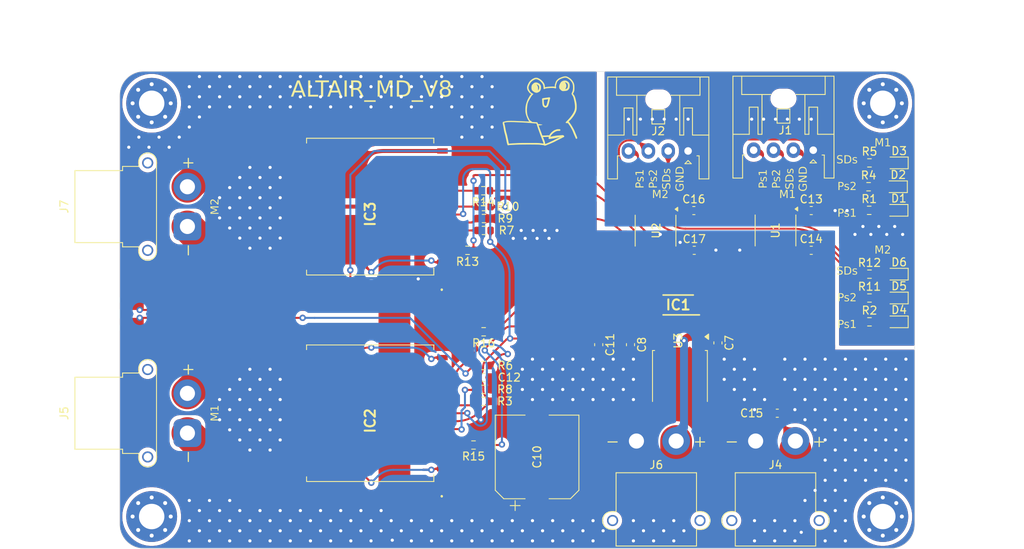
<source format=kicad_pcb>
(kicad_pcb (version 20241229) (generator "pcbnew") (generator_version "9.0")
  (layers (0 "F.Cu" signal) (2 "B.Cu" signal) (13 "F.Paste" user) (15 "B.Paste" user) (5 "F.SilkS" user "F.Silkscreen") (7 "B.SilkS" user "B.Silkscreen") (1 "F.Mask" user) (3 "B.Mask" user) (25 "Edge.Cuts" user))
  (net 0 "")
  (net 1 "+24V")
  (net 2 "GND")
  (net 3 "GND2")
  (net 4 "+5V")
  (net 5 "SDs-1")
  (net 6 "Net-(D1-A)")
  (net 7 "Net-(D2-A)")
  (net 8 "Net-(D3-A)")
  (net 10 "SDs-2")
  (net 11 "OUTA")
  (net 12 "OUTB")
  (net 13 "Net-(IC2-ENA{slash}DIAGA)")
  (net 14 "Net-(IC2-CS_DIS)")
  (net 15 "Net-(D4-A)")
  (net 16 "Net-(IC2-CS)")
  (net 17 "Ps2-1")
  (net 18 "Ps1-1")
  (net 19 "CS")
  (net 20 "Net-(D5-A)")
  (net 21 "Net-(D6-A)")
  (net 22 "PWM2-1")
  (net 23 "PWM1-1")
  (net 24 "OUTA2")
  (net 25 "OUTB2")
  (net 26 "Net-(IC3-ENA{slash}DIAGA)")
  (net 27 "PWM2-2")
  (net 28 "PWM1-2")
  (net 30 "Net-(IC3-CS_DIS)")
  (net 31 "Net-(IC3-CS)")
  (net 32 "Ps1-2")
  (net 33 "Ps2-2")
  (net 34 "CS2")
  (net 35 "Net-(IC2-INB)")
  (net 36 "Net-(IC2-INA)")
  (net 37 "Net-(IC3-INB)")
  (net 38 "Net-(IC3-INA)")
  (footprint "Resistor_SMD:R_0603_1608Metric" (layer "F.Cu") (at 115.775 81.5 180)
    (property "Reference" "R3")
    (property "Value" "1k")
  )
  (footprint "Connector_AMASS:AMASS_XT30PW-M_1x02_P2.50mm_Horizontal" (layer "F.Cu") (at 135 86.5 180)
    (property "Reference" "J6")
    (property "Value" "power")
  )
  (footprint "Capacitor_SMD:CP_Elec_10x10" (layer "F.Cu") (at 122.5 88.5 90)
    (property "Reference" "C10")
    (property "Value" "330uF")
  )
  (footprint "Resistor_SMD:R_0603_1608Metric" (layer "F.Cu") (at 164.290717 57.468589)
    (property "Reference" "R1")
    (property "Value" "1k")
  )
  (footprint "LED_SMD:LED_0603_1608Metric" (layer "F.Cu") (at 167.60265 54.5 180)
    (property "Reference" "D2")
    (property "Value" "LED")
  )
  (footprint "Capacitor_SMD:C_0603_1608Metric" (layer "F.Cu") (at 115.775 78.5)
    (property "Reference" "C12")
    (property "Value" "0.1u")
  )
  (footprint "Resistor_SMD:R_0603_1608Metric" (layer "F.Cu") (at 115.775 72.75 180)
    (property "Reference" "R16")
    (property "Value" "1k")
  )
  (footprint "Package_TO_SOT_SMD:TO-252-2" (layer "F.Cu") (at 140.475 78.415 -90)
    (property "Reference" "U3")
    (property "Value" "LP2950-5.0_TO252")
  )
  (footprint "Resistor_SMD:R_0603_1608Metric" (layer "F.Cu") (at 113.75 62.5 180)
    (property "Reference" "R13")
    (property "Value" "1k")
  )
  (footprint "MountingHole:MountingHole_3.2mm_M3_Pad_Via" (layer "F.Cu") (at 74 44)
    (property "Reference" "H2" (hide yes))
    (property "Value" "MountingHole" (hide yes))
  )
  (footprint "LED_SMD:LED_0603_1608Metric" (layer "F.Cu") (at 167.7125 65.5 180)
    (property "Reference" "D6")
    (property "Value" "LED")
  )
  (footprint "Package_SO:SOIC-8_3.9x4.9mm_P1.27mm" (layer "F.Cu") (at 137.405 60.025 -90)
    (property "Reference" "U2")
    (property "Value" "ADuM1200AR")
  )
  (footprint "LED_SMD:LED_0603_1608Metric" (layer "F.Cu") (at 167.7125 51.5 180)
    (property "Reference" "D3")
    (property "Value" "LED")
  )
  (footprint "Connector_JST:JST_XA_S04B-XASK-1_1x04_P2.50mm_Horizontal" (layer "F.Cu") (at 157.25 49.9 180)
    (property "Reference" "J1")
    (property "Value" "Conn")
  )
  (footprint "Resistor_SMD:R_0603_1608Metric" (layer "F.Cu") (at 164.21515 54.5)
    (property "Reference" "R4")
    (property "Value" "1k")
  )
  (footprint "KiCad:SODFL4725X110N" (layer "F.Cu") (at 140.255 69.375 180)
    (property "Reference" "IC1")
    (property "Value" "MS18F" (hide yes))
  )
  (footprint "Resistor_SMD:R_0603_1608Metric" (layer "F.Cu") (at 115.825 60 180)
    (property "Reference" "R7")
    (property "Value" "1k")
  )
  (footprint "Connector_AMASS:AMASS_XT30PW-M_1x02_P2.50mm_Horizontal" (layer "F.Cu") (at 150 86.5 180)
    (property "Reference" "J4")
    (property "Value" "power")
  )
  (footprint "Resistor_SMD:R_0603_1608Metric" (layer "F.Cu") (at 115.75 55 180)
    (property "Reference" "R14")
    (property "Value" "1k")
  )
  (footprint "Capacitor_SMD:C_0603_1608Metric" (layer "F.Cu") (at 134.255 74.375 -90)
    (property "Reference" "C8")
    (property "Value" "0.1u")
  )
  (footprint "Capacitor_SMD:C_0603_1608Metric" (layer "F.Cu") (at 142.225 57.5)
    (property "Reference" "C16")
    (property "Value" "0.1u")
  )
  (footprint "Resistor_SMD:R_0603_1608Metric" (layer "F.Cu") (at 115.775 77)
    (property "Reference" "R6")
    (property "Value" "1.5k")
  )
  (footprint "LOGO" (layer "F.Cu") (at 123 45)
    (property "Reference" "G***" (hide yes))
    (property "Value" "LOGO" (hide yes))
  )
  (footprint "MountingHole:MountingHole_3.2mm_M3_Pad_Via" (layer "F.Cu") (at 74 96)
    (property "Reference" "H1" (hide yes))
    (property "Value" "MountingHole" (hide yes))
  )
  (footprint "Capacitor_SMD:C_0603_1608Metric" (layer "F.Cu") (at 130.255 74.375 -90)
    (property "Reference" "C11")
    (property "Value" "0.1u")
  )
  (footprint "Capacitor_SMD:C_0603_1608Metric" (layer "F.Cu") (at 152.725 83 180)
    (property "Reference" "C15")
    (property "Value" "0.1u")
  )
  (footprint "KiCad:VNH5019AE" (layer "F.Cu") (at 101.5 57 90)
    (property "Reference" "IC3")
    (property "Value" "VNH5019A-E" (hide yes))
  )
  (footprint "Capacitor_SMD:C_0603_1608Metric" (layer "F.Cu") (at 142.275 62.5)
    (property "Reference" "C17")
    (property "Value" "0.1u")
  )
  (footprint "LED_SMD:LED_0603_1608Metric" (layer "F.Cu") (at 167.678217 57.468589 180)
    (property "Reference" "D1")
    (property "Value" "LED")
  )
  (footprint "Resistor_SMD:R_0603_1608Metric" (layer "F.Cu") (at 115.825 58.5 180)
    (property "Reference" "R9")
    (property "Value" "10k")
  )
  (footprint "MountingHole:MountingHole_3.2mm_M3_Pad_Via" (layer "F.Cu") (at 166 96)
    (property "Reference" "H4" (hide yes))
    (property "Value" "MountingHole" (hide yes))
  )
  (footprint "Resistor_SMD:R_0603_1608Metric" (layer "F.Cu") (at 164.325 68.5)
    (property "Reference" "R11")
    (property "Value" "1k")
  )
  (footprint "Package_SO:SOIC-8_3.9x4.9mm_P1.27mm" (layer "F.Cu") (at 152.5 60 -90)
    (property "Reference" "U1")
    (property "Value" "ADuM1200AR")
  )
  (footprint "Connector_AMASS:AMASS_XT30PW-F_1x02_P2.50mm_Horizontal" (layer "F.Cu") (at 78.5 59.5 90)
    (property "Reference" "J7")
    (property "Value" "M2")
  )
  (footprint "Resistor_SMD:R_0603_1608Metric" (layer "F.Cu") (at 115.775 80 180)
    (property "Reference" "R8")
    (property "Value" "10k")
  )
  (footprint "Resistor_SMD:R_0603_1608Metric" (layer "F.Cu") (at 164.325 71.5)
    (property "Reference" "R2")
    (property "Value" "1k")
  )
  (footprint "Capacitor_SMD:C_0603_1608Metric" (layer "F.Cu") (at 157 57.5)
    (property "Reference" "C13")
    (property "Value" "0.1u")
  )
  (footprint "Capacitor_SMD:C_0603_1608Metric" (layer "F.Cu") (at 157 62.5)
    (property "Reference" "C14")
    (property "Value" "0.1u")
  )
  (footprint "Capacitor_SMD:C_0603_1608Metric" (layer "F.Cu") (at 145.255 74.15 -90)
    (property "Reference" "C7")
    (property "Value" "47u")
  )
  (footprint "KiCad:VNH5019AE" (layer "F.Cu") (at 101.5 83 90)
    (property "Reference" "IC2")
    (property "Value" "VNH5019A-E" (hide yes))
  )
  (footprint "Resistor_SMD:R_0603_1608Metric" (layer "F.Cu") (at 164.325 65.5)
    (property "Reference" "R12")
    (property "Value" "1k")
  )
  (footprint "LED_SMD:LED_0603_1608Metric" (layer "F.Cu") (at 167.7125 68.5 180)
    (property "Reference" "D5")
    (property "Value" "LED")
  )
  (footprint "Resistor_SMD:R_0603_1608Metric" (layer "F.Cu") (at 115.825 57 180)
    (property "Reference" "R10")
    (property "Value" "1.5k")
  )
  (footprint "Connector_AMASS:AMASS_XT30PW-F_1x02_P2.50mm_Horizontal" (layer "F.Cu") (at 78.5 85.5 90)
    (property "Reference" "J5")
    (property "Value" "M1")
  )
  (footprint "Resistor_SMD:R_0603_1608Metric" (layer "F.Cu") (at 114.5 87 180)
    (property "Reference" "R15")
    (property "Value" "1k")
  )
  (footprint "LED_SMD:LED_0603_1608Metric" (layer "F.Cu") (at 167.7125 71.5 180)
    (property "Reference" "D4")
    (property "Value" "LED")
  )
  (footprint "Resistor_SMD:R_0603_1608Metric" (layer "F.Cu") (at 164.325 51.5)
    (property "Reference" "R5")
    (property "Value" "1k")
  )
  (footprint "Connector_JST:JST_XA_S04B-XASK-1_1x04_P2.50mm_Horizontal" (layer "F.Cu") (at 141.5 50 180)
    (property "Reference" "J2")
    (property "Value" "Conn")
  )
  (footprint "MountingHole:MountingHole_3.2mm_M3_Pad_Via" (layer "F.Cu") (at 166 44)
    (property "Reference" "H3" (hide yes))
    (property "Value" "MountingHole" (hide yes))
  )
  (gr_line (start 73 40) (end 167 40) (stroke (width 0.05)) (layer "Edge.Cuts"))
  (gr_arc (start 70 43) (mid 70.87868 40.87868) (end 73 40) (stroke (width 0.05)) (layer "Edge.Cuts"))
  (gr_arc (start 167 40) (mid 169.12132 40.87868) (end 170 43) (stroke (width 0.05)) (layer "Edge.Cuts"))
  (gr_arc (start 170 97) (mid 169.12132 99.12132) (end 167 100) (stroke (width 0.05)) (layer "Edge.Cuts"))
  (gr_arc (start 73 100) (mid 70.87868 99.12132) (end 70 97) (stroke (width 0.05)) (layer "Edge.Cuts"))
  (gr_line (start 170 43) (end 170 97) (stroke (width 0.05)) (layer "Edge.Cuts"))
  (gr_line (start 167 100) (end 73 100) (stroke (width 0.05)) (layer "Edge.Cuts"))
  (gr_line (start 70 97) (end 70 43) (stroke (width 0.05)) (layer "Edge.Cuts"))
  (gr_text "M1" (at 82 83 90) (layer "F.SilkS") (effects (font (size 1 1))))
  (gr_text "M2" (at 166 62.5 0) (layer "F.SilkS") (effects (font (size 1 1))))
  (gr_text "M1" (at 166 49 0) (layer "F.SilkS") (effects (font (size 1 1))))
  (gr_text "ALTAIR_MD_V8" (at 91.5 43.5 0) (layer "F.SilkS") (effects (font (size 2 2)) (justify left bottom)))
  (gr_text "SDs\n\nPs2\n\nPs1\n" (at 161.5 68.5 0) (layer "F.SilkS") (effects (font (size 1 1))))
  (gr_text "M1" (at 154 55.5 0) (layer "F.SilkS") (effects (font (size 1 1))))
  (gr_text "SDs\n\nPs2\n\nPs1\n" (at 161.5 54.5 0) (layer "F.SilkS") (effects (font (size 1 1))))
  (gr_text "Ps1\nPs2\nSDs\nGND" (at 153.5 53.51 90) (layer "F.SilkS") (effects (font (size 1 1))))
  (gr_text "M2" (at 82 57 90) (layer "F.SilkS") (effects (font (size 1 1))))
  (gr_text "Ps1\nPs2\nSDs\nGND" (at 138 53.51 90) (layer "F.SilkS") (effects (font (size 1 1))))
  (gr_text "M2" (at 138 55.5 0) (layer "F.SilkS") (effects (font (size 1 1))))
  (segment (start 109.050037 78.499982) (end 108.049973 79.500024) (width 0.5) (layer "F.Cu") (net 1))
  (segment (start 110.075001 61.999997) (end 110.6 62) (width 0.5) (layer "F.Cu") (net 1))
  (segment (start 134.392095 91.499983) (end 133.220524 91.49999) (width 4) (layer "F.Cu") (net 1))
  (segment (start 110.6 77.024999) (end 110.6 79) (width 0.5) (layer "F.Cu") (net 1))
  (segment (start 142.6425 73.262498) (end 142.53 73.149998) (width 1.5) (layer "F.Cu") (net 1))
  (segment (start 149.171493 91.499984) (end 150.266297 91.499991) (width 4) (layer "F.Cu") (net 1))
  (segment (start 151.9085 91.5) (end 151.9085 91.5) (width 4) (layer "F.Cu") (net 1))
  (segment (start 142.996545 91.499964) (end 142.689465 91.499964) (width 4) (layer "F.Cu") (net 1))
  (segment (start 153.23475 91.500003) (end 152.704249 91.5) (width 4) (layer "F.Cu") (net 1))
  (segment (start 110.575003 62.999993) (end 110.6 63) (width 0.5) (layer "F.Cu") (net 1))
  (segment (start 108.0375 53.5125) (end 108.293749 53.256249) (width 0.5) (layer "F.Cu") (net 1))
  (segment (start 139.999979 90.646585) (end 140 86.5) (width 4) (layer "F.Cu") (net 1))
  (segment (start 151.9085 91.5) (end 152.704249 91.5) (width 4) (layer "F.Cu") (net 1))
  (segment (start 138.324657 91.499967) (end 142.689465 91.499964) (width 4) (layer "F.Cu") (net 1))
  (segment (start 110.075 78) (end 110.3375 78) (width 1.5) (layer "F.Cu") (net 1))
  (segment (start 109.787504 88.237493) (end 109.3125 87.762493) (width 0.5) (layer "F.Cu") (net 1))
  (segment (start 150.266297 91.499991) (end 151.361099 91.499997) (width 4) (layer "F.Cu") (net 1))
  (segment (start 142.642499 73.487499) (end 142.754996 73.375) (width 1) (layer "F.Cu") (net 1))
  (segment (start 109.885877 88) (end 110.35 88) (width 0.5) (layer "F.Cu") (net 1))
  (segment (start 153.49065 82.99065) (end 153 82.5) (width 0.25) (layer "F.Cu") (net 1))
  (segment (start 134.392095 91.499983) (end 137.652899 91.499969) (width 4) (layer "F.Cu") (net 1))
  (segment (start 142.754998 73.375) (end 142.754998 73.375) (width 1) (layer "F.Cu") (net 1))
  (segment (start 109.178768 52.371231) (end 109.049999 52.499999) (width 0.5) (layer "F.Cu") (net 1))
  (segment (start 153.875 91.125) (end 154.625 90.375) (width 4) (layer "F.Cu") (net 1))
  (segment (start 109.550063 77.99998) (end 109.050037 78.499982) (width 0.5) (layer "F.Cu") (net 1))
  (segment (start 133.220524 91.49999) (end 132.048953 91.499997) (width 4) (layer "F.Cu") (net 1))
  (segment (start 110.025002 88.474988) (end 110.025011 88.474997) (width 0.5) (layer "F.Cu") (net 1))
  (segment (start 109.17877 61.628765) (end 105.69548 58.145502) (width 0.5) (layer "F.Cu") (net 1))
  (segment (start 140.25 91.25) (end 140.5 91.499999) (width 4) (layer "F.Cu") (net 1))
  (segment (start 102.930107 57.000045) (end 92.4 57) (width 0.5) (layer "F.Cu") (net 1))
  (segment (start 109.921234 62.371222) (end 110.53233 62.98231) (width 0.5) (layer "F.Cu") (net 1))
  (segment (start 153.502336 83.002337) (end 153.507011 83.007012) (width 0.25) (layer "F.Cu") (net 1))
  (segment (start 108.0375 53.5125) (end 108.0375 53.5125) (width 0.5) (layer "F.Cu") (net 1))
  (segment (start 122.249999 92.75) (end 122.5 92.5) (width 0.25) (layer "F.Cu") (net 1))
  (segment (start 104.567677 82.982322) (end 108.05 79.5) (width 0.5) (layer "F.Cu") (net 1))
  (segment (start 148.10172 74.91172) (end 147.878345 74.91172) (width 0.25) (layer "F.Cu") (net 1))
  (segment (start 142.305 72.606801) (end 142.305 69.375) (width 1.5) (layer "F.Cu") (net 1))
  (segment (start 104.567677 82.982322) (end 108.049973 79.500024) (width 0.5) (layer "F.Cu") (net 1))
  (segment (start 153.509349 83.00935) (end 153.507011 83.007012) (width 0.25) (layer "F.Cu") (net 1))
  (segment (start 148.076692 91.499979) (end 149.171493 91.499984) (width 4) (layer "F.Cu") (net 1))
  (segment (start 109.550027 77.99998) (end 108.775004 78.775004) (width 0.5) (layer "F.Cu") (net 1))
  (segment (start 140.853553 91.5) (end 151.9085 91.5) (width 4) (layer "F.Cu") (net 1))
  (segment (start 110.6 52.5) (end 110.6 53) (width 0.5) (layer "F.Cu") (net 1))
  (segment (start 110.575 51) (end 110.587503 51.500156) (width 0.5) (layer "F.Cu") (net 1))
  (segment (start 153.499999 83) (end 153.502336 83.002337) (width 0.25) (layer "F.Cu") (net 1))
  (segment (start 109.257144 78.999998) (end 110.6 79) (width 0.5) (layer "F.Cu") (net 1))
  (segment (start 143.303624 91.499964) (end 146.981891 91.499975) (width 4) (layer "F.Cu") (net 1))
  (segment (start 143.303624 91.499964) (end 142.996545 91.499964) (width 4) (layer "F.Cu") (net 1))
  (segment (start 110.024997 88.474983) (end 109.787504 88.237493) (width 0.5) (layer "F.Cu") (net 1))
  (segment (start 140.9872 73.8646) (end 141.232 73.6198) (width 1) (layer "F.Cu") (net 1))
  (segment (start 110.6 77.7375) (end 110.6 77.024999) (width 0.5) (layer "F.Cu") (net 1))
  (segment (start 104.55 82.975) (end 104.550021 58.619968) (width 4) (layer "F.Cu") (net 1))
  (segment (start 145.255 73.375) (end 146.02336 74.14336) (width 0.25) (layer "F.Cu") (net 1))
  (segment (start 104.525 83) (end 92.4 83) (width 0.5) (layer "F.Cu") (net 1))
  (segment (start 104.567677 82.982322) (end 109.178768 78.371231) (width 1.5) (layer "F.Cu") (net 1))
  (segment (start 153.23475 91.500003) (end 152.704249 91.5) (width 4) (layer "F.Cu") (net 1))
  (segment (start 130.545509 91.500007) (end 130.127663 91.50001) (width 4) (layer "F.Cu") (net 1))
  (segment (start 108.0375 53.5125) (end 108.05 53.5) (width 0.5) (layer "F.Cu") (net 1))
  (segment (start 110.35 88.5) (end 110.325 88.5) (width 0.5) (layer "F.Cu") (net 1))
  (segment (start 109.885879 87.999995) (end 110.35 87.999998) (width 0.5) (layer "F.Cu") (net 1))
  (segment (start 111.760001 93) (end 121.646445 93) (width 0.25) (layer "F.Cu") (net 1))
  (segment (start 109.17877 61.628765) (end 109.921234 62.371222) (width 0.5) (layer "F.Cu") (net 1))
  (segment (start 109.178768 61.628768) (end 105.378426 57.828426) (width 0.5) (layer "F.Cu") (net 1))
  (segment (start 131.381201 91.500001) (end 130.545509 91.500007) (width 4) (layer "F.Cu") (net 1))
  (segment (start 108.912391 52.999998) (end 110.6 53) (width 0.5) (layer "F.Cu") (net 1))
  (segment (start 109.550063 77.99998) (end 109.550088 77.999955) (width 0.5) (layer "F.Cu") (net 1))
  (segment (start 104.549999 83.024999) (end 104.549984 91.548962) (width 4) (layer "F.Cu") (net 1))
  (segment (start 104.567677 83.017677) (end 109.855545 88.305545) (width 0.5) (layer "F.Cu") (net 1))
  (segment (start 104.567677 82.982322) (end 108.05 79.5) (width 0.5) (layer "F.Cu") (net 1))
  (segment (start 154.259349 85.759349) (end 154.225805 85.725805) (width 0.25) (layer "F.Cu") (net 1))
  (segment (start 131.381201 91.500001) (end 132.048953 91.499997) (width 4) (layer "F.Cu") (net 1))
  (segment (start 153.518699 83.031922) (end 153.518699 84.018699) (width 0.25) (layer "F.Cu") (net 1))
  (segment (start 111.760001 93) (end 120.630072 93) (width 4) (layer "F.Cu") (net 1))
  (segment (start 151.9085 91.5) (end 151.361099 91.499997) (width 4) (layer "F.Cu") (net 1))
  (segment (start 140.249853 91.249948) (end 140.499729 91.499888) (width 4) (layer "F.Cu") (net 1))
  (segment (start 152.5 80) (end 152.5 81.292893) (width 0.25) (layer "F.Cu") (net 1))
  (segment (start 109.178863 52.371163) (end 108.806255 52.743753) (width 0.5) (layer "F.Cu") (net 1))
  (segment (start 109.312498 87.762498) (end 104.567677 83.017677) (width 0.5) (layer "F.Cu") (net 1))
  (segment (start 107.0125 54.5375) (end 105.695458 55.854581) (width 0.5) (layer "F.Cu") (net 1))
  (segment (start 110.1 51.999984) (end 110.075038 51.999984) (width 0.5) (layer "F.Cu") (net 1))
  (segment (start 146.981891 91.499975) (end 148.076692 91.499979) (width 4) (layer "F.Cu") (net 1))
  (segment (start 109.925826 51.633366) (end 110.575 51) (width 0.5) (layer "F.Cu") (net 1))
  (segment (start 142.754998 73.375) (end 141.822999 73.375) (width 1) (layer "F.Cu") (net 1))
  (segment (start 108.0375 53.5125) (end 107.0125 54.5375) (width 0.5) (layer "F.Cu") (net 1))
  (segment (start 154.250006 90.750005) (end 153.687561 91.312446) (width 4) (layer "F.Cu") (net 1))
  (segment (start 151.9085 91.5) (end 151.9085 91.5) (width 4) (layer "F.Cu") (net 1))
  (segment (start 109.178768 78.371231) (end 109.05 78.5) (width 0.5) (layer "F.Cu") (net 1))
  (segment (start 153.49065 82.99065) (end 153.499999 83) (width 0.25) (layer "F.Cu") (net 1))
  (segment (start 145.255 73.375) (end 142.914099 73.375) (width 0.25) (layer "F.Cu") (net 1))
  (segment (start 110.582322 77.017677) (end 104.617677 82.982322) (width 0.5) (layer "F.Cu") (net 1))
  (segment (start 150.338029 75.838029) (end 151.085786 76.585786) (width 0.25) (layer "F.Cu") (net 1))
  (segment (start 110.532324 77.017677) (end 109.550088 77.999955) (width 0.5) (layer "F.Cu") (net 1))
  (segment (start 110.024988 88.474988) (end 104.567677 83.017677) (width 0.5) (layer "F.Cu") (net 1))
  (segment (start 109.3125 87.762493) (end 104.567677 83.017677) (width 0.5) (layer "F.Cu") (net 1))
  (segment (start 126.506342 93) (end 111.760001 93) (width 4) (layer "F.Cu") (net 1))
  (segment (start 105.378426 56.171573) (end 107.0125 54.5375) (width 0.5) (layer "F.Cu") (net 1))
  (segment (start 110.6 88.25) (end 110.6 88.75) (width 0.5) (layer "F.Cu") (net 1))
  (segment (start 109.178768 87.628768) (end 109.178768 87.628768) (width 0.5) (layer "F.Cu") (net 1))
  (segment (start 155.000002 87.547437) (end 155.000008 88.939339) (width 4) (layer "F.Cu") (net 1))
  (segment (start 107.0125 54.5375) (end 107.0125 54.5375) (width 0.5) (layer "F.Cu") (net 1))
  (segment (start 142.6425 73.2625) (end 142.53 73.15) (width 0.25) (layer "F.Cu") (net 1))
  (segment (start 106.001043 92.999999) (end 113.60064 92.999999) (width 4) (layer "F.Cu") (net 1))
  (segment (start 108.0375 53.5125) (end 108.05 53.5) (width 0.5) (layer "F.Cu") (net 1))
  (segment (start 110.6 88.975002) (end 110.6 88.75) (width 0.5) (layer "F.Cu") (net 1))
  (segment (start 138.324657 91.499967) (end 137.988778 91.499968) (width 4) (layer "F.Cu") (net 1))
  (segment (start 151.9085 91.5) (end 152.704249 91.5) (width 4) (layer "F.Cu") (net 1))
  (segment (start 108.0375 53.5125) (end 107.0125 54.5375) (width 0.5) (layer "F.Cu") (net 1))
  (segment (start 110.025011 88.474997) (end 110.53233 88.98231) (width 0.5) (layer "F.Cu") (net 1))
  (segment (start 108.806255 52.743753) (end 108.293749 53.256249) (width 0.5) (layer "F.Cu") (net 1))
  (segment (start 137.988778 91.499968) (end 137.652899 91.499969) (width 4) (layer "F.Cu") (net 1))
  (segment (start 110.550001 51) (end 110.599999 51) (width 0.5) (layer "F.Cu") (net 1))
  (via (at 140.9872 73.8646) (size 0.8) (drill 0.4) (layers "F.Cu" "B.Cu") (net 1))
  (arc (start 109.178768 78.371231) (mid 109.178768 78.371231) (end 109.178768 78.371231) (width 1.5) (layer "F.Cu") (net 1))
  (arc (start 104.567677 83.017677) (mid 104.556391 83.015432) (end 104.549999 83.024999) (width 0.5) (layer "F.Cu") (net 1))
  (arc (start 142.6425 73.2625) (mid 142.6425 73.262499) (end 142.6425 73.262498) (width 0.25) (layer "F.Cu") (net 1))
  (arc (start 109.178768 61.628768) (mid 109.178768 61.628768) (end 109.178768 61.628768) (width 0.5) (layer "F.Cu") (net 1))
  (arc (start 110.6 77.7375) (mid 110.523115 77.923115) (end 110.3375 78) (width 0.5) (layer "F.Cu") (net 1))
  (arc (start 111.760001 93) (mid 111.760001 93) (end 111.760001 93) (width 4) (layer "F.Cu") (net 1))
  (arc (start 108.0375 53.5125) (mid 108.0375 53.5125) (end 108.0375 53.5125) (width 0.5) (layer "F.Cu") (net 1))
  (arc (start 142.754997 73.375) (mid 142.754998 73.375) (end 142.754998 73.375) (width 1) (layer "F.Cu") (net 1))
  (arc (start 146.02336 74.14336) (mid 146.874434 74.712029) (end 147.878345 74.91172) (width 0.25) (layer "F.Cu") (net 1))
  (arc (start 107.0125 54.5375) (mid 107.0125 54.5375) (end 107.0125 54.5375) (width 0.5) (layer "F.Cu") (net 1))
  (arc (start 105.69548 58.145502) (mid 104.964236 58.00005) (end 104.550021 58.619968) (width 0.5) (layer "F.Cu") (net 1))
  (arc (start 107.0125 54.5375) (mid 107.0125 54.5375) (end 107.0125 54.5375) (width 0.5) (layer "F.Cu") (net 1))
  (arc (start 142.642499 73.487499) (mid 142.76711 73.404237) (end 142.914099 73.375) (width 0.25) (layer "F.Cu") (net 1))
  (arc (start 110.35 87.999998) (mid 110.526776 88.073222) (end 110.6 88.25) (width 0.5) (layer "F.Cu") (net 1))
  (arc (start 111.760001 93) (mid 111.760001 93) (end 111.760001 93) (width 0.25) (layer "F.Cu") (net 1))
  (arc (start 110.35 88.5) (mid 110.526776 88.426776) (end 110.6 88.25) (width 0.5) (layer "F.Cu") (net 1))
  (arc (start 110.024993 88.474993) (mid 110.024991 88.474991) (end 110.024988 88.474988) (width 0.5) (layer "F.Cu") (net 1))
  (arc (start 108.05 79.5) (mid 108.05 79.5) (end 108.05 79.5) (width 0.5) (layer "F.Cu") (net 1))
  (arc (start 109.885879 87.999995) (mid 109.757345 88.085878) (end 109.787504 88.237493) (width 0.5) (layer "F.Cu") (net 1))
  (arc (start 140.249853 91.249948) (mid 140.064917 90.973113) (end 139.999979 90.646585) (width 4) (layer "F.Cu") (net 1))
  (arc (start 122.249999 92.75) (mid 121.973086 92.935027) (end 121.646445 93) (width 0.25) (layer "F.Cu") (net 1))
  (arc (start 109.178768 52.371231) (mid 109.178768 52.371231) (end 109.178768 52.371231) (width 0.5) (layer "F.Cu") (net 1))
  (arc (start 110.024997 88.474983) (mid 110.024994 88.47499) (end 110.024993 88.474993) (width 0.5) (layer "F.Cu") (net 1))
  (arc (start 110.1 51.999984) (mid 110.449106 51.852826) (end 110.587503 51.500156) (width 0.5) (layer "F.Cu") (net 1))
  (arc (start 155.000002 87.547437) (mid 154.807511 86.579731) (end 154.259349 85.759349) (width 0.25) (layer "F.Cu") (net 1))
  (arc (start 154.225805 85.725805) (mid 153.70247 84.942578) (end 153.518699 84.018699) (width 0.25) (layer "F.Cu") (net 1))
  (arc (start 109.921234 62.371222) (mid 109.874094 62.134237) (end 110.075001 61.999997) (width 0.5) (layer "F.Cu") (net 1))
  (arc (start 105.378426 56.171573) (mid 105.378426 56.171573) (end 105.378426 56.171573) (width 0.5) (layer "F.Cu") (net 1))
  (arc (start 142.642499 73.487499) (mid 142.689098 73.374999) (end 142.6425 73.2625) (width 0.25) (layer "F.Cu") (net 1))
  (arc (start 108.05 53.5) (mid 108.05 53.5) (end 108.05 53.5) (width 0.5) (layer "F.Cu") (net 1))
  (arc (start 109.17877 61.628765) (mid 109.178768 61.628766) (end 109.178768 61.628768) (width 0.5) (layer "F.Cu") (net 1))
  (arc (start 104.567677 83.017677) (mid 104.567677 83.017677) (end 104.567677 83.017677) (width 0.5) (layer "F.Cu") (net 1))
  (arc (start 109.550063 77.99998) (mid 109.550064 77.999972) (end 109.550058 77.999968) (width 0.5) (layer "F.Cu") (net 1))
  (arc (start 142.754996 73.375) (mid 142.754997 73.375) (end 142.754998 73.375) (width 1) (layer "F.Cu") (net 1))
  (arc (start 104.567677 82.982322) (mid 104.556392 82.984566) (end 104.55 82.975) (width 4) (layer "F.Cu") (net 1))
  (arc (start 108.0375 53.5125) (mid 108.0375 53.5125) (end 108.0375 53.5125) (width 0.5) (layer "F.Cu") (net 1))
  (arc (start 141.822999 73.375) (mid 141.503152 73.438621) (end 141.232 73.6198) (width 1) (layer "F.Cu") (net 1))
  (arc (start 107.0125 54.5375) (mid 107.012499 54.5375) (end 107.0125 54.5375) (width 0.5) (layer "F.Cu") (net 1))
  (arc (start 109.178768 61.628768) (mid 109.178768 61.628767) (end 109.17877 61.628765) (width 0.5) (layer "F.Cu") (net 1))
  (arc (start 148.10172 74.91172) (mid 149.312001 75.152459) (end 150.338029 75.838029) (width 0.25) (layer "F.Cu") (net 1))
  (arc (start 154.250006 90.750005) (mid 154.80509 89.919265) (end 155.000008 88.939339) (width 4) (layer "F.Cu") (net 1))
  (arc (start 104.567677 82.982322) (mid 104.565432 82.993607) (end 104.575 83) (width 0.5) (layer "F.Cu") (net 1))
  (arc (start 110.582322 77.017677) (mid 110.593607 77.015432) (end 110.6 77.024999) (width 0.5) (layer "F.Cu") (net 1))
  (arc (start 152.5 80) (mid 152.132457 78.15224) (end 151.085786 76.585786) (width 0.25) (layer "F.Cu") (net 1))
  (arc (start 109.178863 52.371163) (mid 109.590034 52.096442) (end 110.075038 51.999984) (width 0.5) (layer "F.Cu") (net 1))
  (arc (start 109.049999 52.499999) (mid 109.049999 52.499999) (end 109.049999 52.499999) (width 0.5) (layer "F.Cu") (net 1))
  (arc (start 110.35 88) (mid 110.526776 88.073223) (end 110.6 88.25) (width 0.5) (layer "F.Cu") (net 1))
  (arc (start 142.914099 73.375) (mid 142.76711 73.345761) (end 142.6425 73.262498) (width 1.5) (layer "F.Cu") (net 1))
  (arc (start 110.575003 62.999993) (mid 110.551908 62.995394) (end 110.53233 62.98231) (width 0.5) (layer "F.Cu") (net 1))
  (arc (start 109.178768 78.371231) (mid 109.178768 78.371231) (end 109.178768 78.371231) (width 0.5) (layer "F.Cu") (net 1))
  (arc (start 126.506342 93) (mid 127.486262 92.805083) (end 128.317003 92.250008) (width 4) (layer "F.Cu") (net 1))
  (arc (start 110.582322 77.017677) (mid 110.584566 77.006392) (end 110.575 77) (width 0.5) (layer "F.Cu") (net 1))
  (arc (start 110.024993 88.474993) (mid 110.025004 88.474994) (end 110.025011 88.474997) (width 0.5) (layer "F.Cu") (net 1))
  (arc (start 104.567677 82.982322) (mid 104.567677 82.982322) (end 104.567677 82.982322) (width 1.5) (layer "F.Cu") (net 1))
  (arc (start 104.974992 92.575002) (mid 105.445749 92.889546) (end 106.001043 92.999999) (width 4) (layer "F.Cu") (net 1))
  (arc (start 109.550027 77.99998) (mid 109.550041 77.999971) (end 109.550058 77.999968) (width 0.5) (layer "F.Cu") (net 1))
  (arc (start 152.5 81.292893) (mid 152.629945 81.946174) (end 153 82.5) (width 0.25) (layer "F.Cu") (net 1))
  (arc (start 152.704249 91.5) (mid 152.704249 91.5) (end 152.704249 91.5) (width 4) (layer "F.Cu") (net 1))
  (arc (start 110.024993 88.474993) (mid 110.025 88.474991) (end 110.025002 88.474988) (width 0.5) (layer "F.Cu") (net 1))
  (arc (start 142.305 72.606801) (mid 142.363476 72.900777) (end 142.53 73.149998) (width 1.5) (layer "F.Cu") (net 1))
  (arc (start 110.575003 88.999993) (mid 110.551908 88.995394) (end 110.53233 88.98231) (width 0.5) (layer "F.Cu") (net 1))
  (arc (start 108.05 79.5) (mid 108.05 79.5) (end 108.05 79.5) (width 0.5) (layer "F.Cu") (net 1))
  (arc (start 109.05 78.5) (mid 109.05 78.5) (end 109.05 78.5) (width 0.5) (layer "F.Cu") (net 1))
  (arc (start 105.378426 57.828426) (mid 105.378426 57.828426) (end 105.378426 57.828426) (width 0.5) (layer "F.Cu") (net 1))
  (arc (start 151.9085 91.5) (mid 151.9085 91.5) (end 151.9085 91.5) (width 4) (layer "F.Cu") (net 1))
  (arc (start 142.754998 73.375) (mid 142.754997 73.375) (end 142.754996 73.375) (width 1) (layer "F.Cu") (net 1))
  (arc (start 153.509349 83.00935) (mid 153.516269 83.019706) (end 153.518699 83.031922) (width 0.25) (layer "F.Cu") (net 1))
  (arc (start 142.754998 73.375) (mid 142.754998 73.375) (end 142.754999 73.375) (width 1) (layer "F.Cu") (net 1))
  (arc (start 110.6 88.975002) (mid 110.592678 88.992675) (end 110.575003 88.999993) (width 0.5) (layer "F.Cu") (net 1))
  (arc (start 102.930107 57.000045) (mid 104.426709 56.702351) (end 105.695458 55.854581) (width 0.5) (layer "F.Cu") (net 1))
  (arc (start 108.912391 52.999998) (mid 108.577584 53.066595) (end 108.293749 53.256249) (width 0.5) (layer "F.Cu") (net 1))
  (arc (start 153.687561 91.312446) (mid 153.479809 91.451259) (end 153.23475 91.500003) (width 4) (layer "F.Cu") (net 1))
  (arc (start 109.925826 51.633366) (mid 109.877132 51.866857) (end 110.075038 51.999984) (width 0.5) (layer "F.Cu") (net 1))
  (arc (start 104.567677 83.017677) (mid 104.567677 83.017677) (end 104.567677 83.017677) (width 0.5) (layer "F.Cu") (net 1))
  (arc (start 108.912391 52.999998) (mid 108.773713 52.907335) (end 108.806255 52.743753) (width 0.5) (layer "F.Cu") (net 1))
  (arc (start 104.567677 83.017677) (mid 104.567676 83.017676) (end 104.567677 83.017677) (width 0.5) (layer "F.Cu") (net 1))
  (arc (start 142.754999 73.375) (mid 142.754998 73.375) (end 142.754997 73.375) (width 1) (layer "F.Cu") (net 1))
  (arc (start 108.0375 53.5125) (mid 108.0375 53.5125) (end 108.0375 53.5125) (width 0.5) (layer "F.Cu") (net 1))
  (arc (start 109.17877 61.628765) (mid 109.589964 61.903515) (end 110.075001 61.999997) (width 0.5) (layer "F.Cu") (net 1))
  (arc (start 153.875 91.125) (mid 153.875 91.125) (end 153.875 91.125) (width 4) (layer "F.Cu") (net 1))
  (arc (start 111.760001 93) (mid 111.760001 93) (end 111.760001 93) (width 4) (layer "F.Cu") (net 1))
  (arc (start 109.885877 88) (mid 109.575567 87.938272) (end 109.312498 87.762498) (width 0.5) (layer "F.Cu") (net 1))
  (arc (start 104.567677 82.982322) (mid 104.567676 82.982322) (end 104.567677 82.982322) (width 0.5) (layer "F.Cu") (net 1))
  (arc (start 104.974992 92.575002) (mid 104.66044 92.104252) (end 104.549984 91.548962) (width 4) (layer "F.Cu") (net 1))
  (arc (start 151.9085 91.5) (mid 151.9085 91.5) (end 151.9085 91.5) (width 4) (layer "F.Cu") (net 1))
  (arc (start 111.760001 93) (mid 111.760001 93) (end 111.760001 93) (width 4) (layer "F.Cu") (net 1))
  (arc (start 109.257144 78.999998) (mid 108.986538 78.819183) (end 109.050037 78.499982) (width 0.5) (layer "F.Cu") (net 1))
  (arc (start 110.35 88.5) (mid 110.526776 88.573223) (end 110.6 88.75) (width 0.5) (layer "F.Cu") (net 1))
  (arc (start 105.69548 58.145502) (mid 105.221008 57.000046) (end 105.695458 55.854581) (width 0.5) (layer "F.Cu") (net 1))
  (arc (start 107.0125 54.5375) (mid 107.0125 54.5375) (end 107.0125 54.5375) (width 0.5) (layer "F.Cu") (net 1))
  (arc (start 108.05 53.5) (mid 108.05 53.5) (end 108.05 53.5) (width 0.5) (layer "F.Cu") (net 1))
  (arc (start 104.567677 82.982322) (mid 104.567677 82.982322) (end 104.567677 82.982322) (width 0.5) (layer "F.Cu") (net 1))
  (arc (start 104.525 83) (mid 104.542677 83.007322) (end 104.549999 83.024999) (width 4) (layer "F.Cu") (net 1))
  (arc (start 110.35 88) (mid 110.35 87.999999) (end 110.35 87.999998) (width 0.5) (layer "F.Cu") (net 1))
  (arc (start 109.257144 78.999998) (mid 108.603827 79.12995) (end 108.049973 79.500024) (width 0.5) (layer "F.Cu") (net 1))
  (arc (start 110.6 77.024999) (mid 110.6 77.024999) (end 110.6 77.024999) (width 0.5) (layer "F.Cu") (net 1))
  (arc (start 110.6 52.5) (mid 110.453554 52.14644) (end 110.1 51.999984) (width 0.5) (layer "F.Cu") (net 1))
  (arc (start 108.0375 53.5125) (mid 108.0375 53.5125) (end 108.0375 53.5125) (width 0.5) (layer "F.Cu") (net 1))
  (arc (start 109.178768 78.371231) (mid 109.178768 78.371231) (end 109.178768 78.371231) (width 0.5) (layer "F.Cu") (net 1))
  (arc (start 140.853553 91.5) (mid 140.853553 91.5) (end 140.853553 91.5) (width 4) (layer "F.Cu") (net 1))
  (arc (start 108.05 53.5) (mid 108.05 53.5) (end 108.05 53.5) (width 0.5) (layer "F.Cu") (net 1))
  (arc (start 110.6 52.5) (mid 110.596875 52.000039) (end 110.587503 51.500156) (width 0.5) (layer "F.Cu") (net 1))
  (arc (start 119.4585 93) (mid 119.4585 93) (end 119.4585 93) (width 4) (layer "F.Cu") (net 1))
  (arc (start 109.925826 51.633366) (mid 109.55121 52.001116) (end 109.178863 52.371163) (width 0.5) (layer "F.Cu") (net 1))
  (arc (start 110.024997 88.474983) (mid 110.024992 88.474985) (end 110.024988 88.474988) (width 0.5) (layer "F.Cu") (net 1))
  (arc (start 109.885877 88) (mid 109.885877 87.999997) (end 109.885879 87.999995) (width 0.5) (layer "F.Cu") (net 1))
  (arc (start 109.3125 87.762493) (mid 109.312499 87.762495) (end 109.312498 87.762498) (width 0.5) (layer "F.Cu") (net 1))
  (arc (start 151.9085 91.5) (mid 151.9085 91.5) (end 151.9085 91.5) (width 4) (layer "F.Cu") (net 1))
  (arc (start 109.550058 77.999968) (mid 109.550074 77.999964) (end 109.550088 77.999955) (width 0.5) (layer "F.Cu") (net 1))
  (arc (start 110.075 78) (mid 109.589963 78.096479) (end 109.178768 78.371231) (width 1.5) (layer "F.Cu") (net 1))
  (arc (start 130.127663 91.50001) (mid 129.147742 91.694931) (end 128.317003 92.250008) (width 4) (layer "F.Cu") (net 1))
  (arc (start 104.575 83) (mid 104.598096 82.995405) (end 104.617677 82.982322) (width 0.5) (layer "F.Cu") (net 1))
  (arc (start 110.325 88.5) (mid 110.070932 88.449462) (end 109.855545 88.305545) (width 0.5) (layer "F.Cu") (net 1))
  (arc (start 110.532324 77.017677) (mid 110.551903 77.004594) (end 110.575 77) (width 0.5) (layer "F.Cu") (net 1))
  (arc (start 104.55 82.975) (mid 104.542677 82.992677) (end 104.525 83) (width 0.5) (layer "F.Cu") (net 1))
  (arc (start 110.6 77.024999) (mid 110.592677 77.007322) (end 110.575 77) (width 0.5) (layer "F.Cu") (net 1))
  (arc (start 108.05 79.5) (mid 108.05 79.5) (end 108.05 79.5) (width 0.5) (layer "F.Cu") (net 1))
  (arc (start 104.567677 83.017677) (mid 104.565432 83.006392) (end 104.575 83) (width 0.5) (layer "F.Cu") (net 1))
  (arc (start 108.0375 53.5125) (mid 108.0375 53.5125) (end 108.0375 53.5125) (width 0.5) (layer "F.Cu") (net 1))
  (segment (start 140.9872 73.8646) (end 140.987182 84.81474) (width 1) (layer "B.Cu") (net 1))
  (segment (start 140.49359 86.006396) (end 140 86.5) (width 0.25) (layer "B.Cu") (net 1))
  (arc (start 140.49359 86.006396) (mid 140.858901 85.459657) (end 140.987182 84.81474) (width 0.25) (layer "B.Cu") (net 1))
  (segment (start 168.5 51.5) (end 167.699999 50.7) (width 0.25) (layer "F.Cu") (net 2))
  (segment (start 168.5 68.5) (end 168.5 71.5) (width 0.25) (layer "F.Cu") (net 2))
  (segment (start 141.553839 48.605153) (end 141.499971 48.658988) (width 0.25) (layer "F.Cu") (net 2))
  (segment (start 143.012505 57.512497) (end 150.595 57.525) (width 0.25) (layer "F.Cu") (net 2))
  (segment (start 141.861192 50.361193) (end 142.249999 50.75) (width 0.25) (layer "F.Cu") (net 2))
  (segment (start 168.5 68.5) (end 168.5 65.5) (width 0.25) (layer "F.Cu") (net 2))
  (segment (start 168.499997 60.124996) (end 168.499999 60.374993) (width 0.25) (layer "F.Cu") (net 2))
  (segment (start 168.5 60.499992) (end 168.5 60.5) (width 0.25) (layer "F.Cu") (net 2))
  (segment (start 168.499997 60.124996) (end 168.499996 60.031248) (width 0.25) (layer "F.Cu") (net 2))
  (segment (start 168.5 60.499992) (end 168.499999 60.374993) (width 0.25) (layer "F.Cu") (net 2))
  (segment (start 141.499993 49.489196) (end 141.499987 48.978392) (width 0.25) (layer "F.Cu") (net 2))
  (segment (start 133.917108 55.967096) (end 135.5 57.55) (width 0.25) (layer "F.Cu") (net 2))
  (segment (start 132.334203 49.945986) (end 132.33421 52.145636) (width 0.25) (layer "F.Cu") (net 2))
  (segment (start 134.072888 48.207304) (end 140.728904 48.2073) (width 0.25) (layer "F.Cu") (net 2))
  (segment (start 168.5 51.5) (end 168.5 56.99999) (width 0.25) (layer "F.Cu") (net 2))
  (segment (start 168.499993 57.000011) (end 168.5 56.999995) (width 0.25) (layer "F.Cu") (net 2))
  (segment (start 168.499993 59.593753) (end 168.499996 60.031248) (width 0.25) (layer "F.Cu") (net 2))
  (segment (start 158.203674 49.899999) (end 165.768627 49.899999) (width 0.25) (layer "F.Cu") (net 2))
  (segment (start 143.012505 57.512497) (end 143.002205 52.560657) (width 0.25) (layer "F.Cu") (net 2))
  (segment (start 168.5 60.5) (end 168.5 65.5) (width 0.25) (layer "F.Cu") (net 2))
  (segment (start 154.947624 48.551301) (end 141.683865 48.551318) (width 0.25) (layer "F.Cu") (net 2))
  (segment (start 168.499993 57.000011) (end 168.499993 59.750003) (width 0.25) (layer "F.Cu") (net 2))
  (segment (start 168.499993 57.000011) (end 168.499993 59.593753) (width 0.25) (layer "F.Cu") (net 2))
  (segment (start 141.55385 48.60515) (end 141.5 48.658999) (width 0.25) (layer "F.Cu") (net 2))
  (segment (start 143.025 57.524999) (end 143.00001 57.499996) (width 0.25) (layer "F.Cu") (net 2))
  (via (at 164.5 60.5) (size 0.8) (drill 0.4) (layers "F.Cu" "B.Cu") (net 2))
  (via (at 167.5 59.5) (size 0.8) (drill 0.4) (layers "F.Cu" "B.Cu") (net 2))
  (via (at 165.5 59.5) (size 0.8) (drill 0.4) (layers "F.Cu" "B.Cu") (net 2))
  (via (at 155.5 46) (size 0.8) (drill 0.4) (layers "F.Cu" "B.Cu") (net 2))
  (via (at 135.5 46) (size 0.8) (drill 0.4) (layers "F.Cu" "B.Cu") (net 2))
  (via (at 141.5 46) (size 0.8) (drill 0.4) (layers "F.Cu" "B.Cu") (net 2))
  (via (at 140 46) (size 0.8) (drill 0.4) (layers "F.Cu" "B.Cu") (net 2))
  (via (at 161.5 57.5) (size 0.8) (drill 0.4) (layers "F.Cu" "B.Cu") (net 2))
  (via (at 160 57.5) (size 0.8) (drill 0.4) (layers "F.Cu" "B.Cu") (net 2))
  (via (at 163.5 59.5) (size 0.8) (drill 0.4) (layers "F.Cu" "B.Cu") (net 2))
  (via (at 168.5 60.5) (size 0.8) (drill 0.4) (layers "F.Cu" "B.Cu") (net 2))
  (via (at 134 46) (size 0.8) (drill 0.4) (layers "F.Cu" "B.Cu") (net 2))
  (via (at 152.5 46) (size 0.8) (drill 0.4) (layers "F.Cu" "B.Cu") (net 2))
  (via (at 154 46) (size 0.8) (drill 0.4) (layers "F.Cu" "B.Cu") (net 2))
  (via (at 151 46) (size 0.8) (drill 0.4) (layers "F.Cu" "B.Cu") (net 2))
  (via (at 157 46) (size 0.8) (drill 0.4) (layers "F.Cu" "B.Cu") (net 2))
  (via (at 138.5 46) (size 0.8) (drill 0.4) (layers "F.Cu" "B.Cu") (net 2))
  (via (at 166.5 60.5) (size 0.8) (drill 0.4) (layers "F.Cu" "B.Cu") (net 2))
  (via (at 149.5 46) (size 0.8) (drill 0.4) (layers "F.Cu" "B.Cu") (net 2))
  (via (at 162.5 60.5) (size 0.8) (drill 0.4) (layers "F.Cu" "B.Cu") (net 2))
  (via (at 137 46) (size 0.8) (drill 0.4) (layers "F.Cu" "B.Cu") (net 2))
  (arc (start 141.553839 48.605153) (mid 141.6135 48.565309) (end 141.683865 48.551318) (width 0.25) (layer "F.Cu") (net 2))
  (arc (start 132.334203 49.945986) (mid 132.466551 49.280621) (end 132.843451 48.716552) (width 0.25) (layer "F.Cu") (net 2))
  (arc (start 154.947624 48.551301) (mid 155.828704 48.726557) (end 156.575649 49.225649) (width 0.25) (layer "F.Cu") (net 2))
  (arc (start 168.5 56.999995) (mid 168.499998 57) (end 168.5 57) (width 0.25) (layer "F.Cu") (net 2))
  (arc (start 168.5 56.99999) (mid 168.5 56.999997) (end 168.5 57) (width 0.25) (layer "F.Cu") (net 2))
  (arc (start 141.499993 49.489196) (mid 141.593868 49.961117) (end 141.861192 50.361193) (width 0.25) (layer "F.Cu") (net 2))
  (arc (start 141.274141 48.433149) (mid 141.44129 48.683309) (end 141.499987 48.978392) (width 0.25) (layer "F.Cu") (net 2))
  (arc (start 134.072888 48.207304) (mid 133.407522 48.339653) (end 132.843451 48.716552) (width 0.25) (layer "F.Cu") (net 2))
  (arc (start 140.728904 48.2073) (mid 141.023985 48.265996) (end 141.274141 48.433149) (width 0.25) (layer "F.Cu") (net 2))
  (arc (start 165.768627 49.899999) (mid 166.813878 50.107912) (end 167.699999 50.7) (width 0.25) (layer "F.Cu") (net 2))
  (arc (start 133.917108 55.967096) (mid 132.745594 54.213793) (end 132.33421 52.145636) (width 0.25) (layer "F.Cu") (net 2))
  (arc (start 168.5 57) (mid 168.499994 57.000006) (end 168.499993 57.000011) (width 0.25) (layer "F.Cu") (net 2))
  (arc (start 158.203674 49.899999) (mid 157.322593 49.724741) (end 156.575649 49.225649) (width 0.25) (layer "F.Cu") (net 2))
  (arc (start 143.002205 52.560657) (mid 142.805693 51.58072) (end 142.249999 50.75) (width 0.25) (layer "F.Cu") (net 2))
  (arc (start 168.499993 57.000011) (mid 168.499993 57.000011) (end 168.499993 57.000011) (width 0.25) (layer "F.Cu") (net 2))
  (segment (start 92.38865 54) (end 92.38839 54) (width 0.25) (layer "F.Cu") (net 3))
  (segment (start 142.998828 62.551165) (end 142.987111 62.562884) (width 0.25) (layer "F.Cu") (net 3))
  (segment (start 92.396346 54) (end 92.395302 54) (width 0.25) (layer "F.Cu") (net 3))
  (segment (start 143.05508 62.494926) (end 143.056252 62.493755) (width 0.25) (layer "F.Cu") (net 3))
  (segment (start 143.05508 62.494926) (end 143.052735 62.497269) (width 0.25) (layer "F.Cu") (net 3))
  (segment (start 154.676258 60.684799) (end 139.967126 60.684788) (width 0.25) (layer "F.Cu") (net 3))
  (segment (start 92.393736 54) (end 92.392171 54) (width 0.25) (layer "F.Cu") (net 3))
  (segment (start 143.101518 62.475009) (end 145 62.475007) (width 0.25) (layer "F.Cu") (net 3))
  (segment (start 121.909376 84.499992) (end 121.953126 84.499993) (width 0.25) (layer "F.Cu") (net 3))
  (segment (start 144.195079 80.695081) (end 144.271172 80.771174) (width 4) (layer "F.Cu") (net 3))
  (segment (start 114.611295 64.217909) (end 114.735404 64.093802) (width 0.25) (layer "F.Cu") (net 3))
  (segment (start 92.385908 54) (end 92.384864 54) (width 0.25) (layer "F.Cu") (net 3))
  (segment (start 121.865626 84.499992) (end 121.821877 84.499992) (width 0.25) (layer "F.Cu") (net 3))
  (segment (start 135.640924 63.039398) (end 136.245549 63.644044) (width 0.25) (layer "F.Cu") (net 3))
  (segment (start 92.399086 54) (end 92.398825 54) (width 0.25) (layer "F.Cu") (net 3))
  (segment (start 142.2475 76.0775) (end 142.71125 76.54125) (width 0.25) (layer "F.Cu") (net 3))
  (segment (start 121.909376 84.499992) (end 121.865626 84.499992) (width 0.25) (layer "F.Cu") (net 3))
  (segment (start 135.499929 62.499939) (end 118.583171 62.500006) (width 0.25) (layer "F.Cu") (net 3))
  (segment (start 142.962503 62.587491) (end 142.925006 62.624988) (width 0.25) (layer "F.Cu") (net 3))
  (segment (start 123.549993 84.499999) (end 123.309369 84.499999) (width 0.25) (layer "F.Cu") (net 3))
  (segment (start 142.987111 62.562884) (end 142.975393 62.574602) (width 0.25) (layer "F.Cu") (net 3))
  (segment (start 143.008203 62.541791) (end 143.005859 62.544134) (width 0.25) (layer "F.Cu") (net 3))
  (segment (start 135.499929 62.499939) (end 133.093789 60.093797) (width 0.25) (layer "F.Cu") (net 3))
  (segment (start 92.39739 54) (end 92.396346 54) (width 0.25) (layer "F.Cu") (net 3))
  (segment (start 121.800003 84.499992) (end 121.821877 84.499992) (width 0.25) (layer "F.Cu") (net 3))
  (segment (start 138.622825 63.632574) (end 138.56585 63.68955) (width 0.25) (layer "F.Cu") (net 3))
  (segment (start 144.118987 80.618989) (end 144.144351 80.644353) (width 4) (layer "F.Cu") (net 3))
  (segment (start 143.010546 62.539448) (end 143.014062 62.535933) (width 0.25) (layer "F.Cu") (net 3))
  (segment (start 144.195079 80.695081) (end 144.144351 80.644353) (width 4) (layer "F.Cu") (net 3))
  (segment (start 149.224999 84.749987) (end 148.839781 84.749987) (width 0.25) (layer "F.Cu") (net 3))
  (segment (start 122.740622 84.499997) (end 122.696872 84.499997) (width 0.25) (layer "F.Cu") (net 3))
  (segment (start 147.415926 83.915926) (end 150 86.5) (width 4) (layer "F.Cu") (net 3))
  (segment (start 116.550018 79.91464) (end 116.55 78.5) (width 0.25) (layer "F.Cu") (net 3))
  (segment (start 138.787752 61.330969) (end 139.056848 61.061844) (width 0.25) (layer "F.Cu") (net 3))
  (segment (start 92.398434 54) (end 92.39739 54) (width 0.25) (layer "F.Cu") (net 3))
  (segment (start 115.4261 83.8269) (end 116.596525 83.8269) (width 0.25) (layer "F.Cu") (net 3))
  (segment (start 92.384212 54) (end 92.383951 54) (width 0.25) (layer "F.Cu") (net 3))
  (segment (start 134.255 75.15) (end 140.008317 75.15) (width 0.25) (layer "F.Cu") (net 3))
  (segment (start 107.544 66.0958) (end 107.591908 66.047903) (width 0.25) (layer "F.Cu") (net 3))
  (segment (start 143.174997 78.340001) (end 143.174997 77.660842) (width 0.25) (layer "F.Cu") (net 3))
  (segment (start 92.391127 54) (end 92.389562 54) (width 0.25) (layer "F.Cu") (net 3))
  (segment (start 92.383429 54.000001) (end 92.383299 54.000002) (width 0.25) (layer "F.Cu") (net 3))
  (segment (start 156.867399 61.5924) (end 157.775 62.5) (width 0.25) (layer "F.Cu") (net 3))
  (segment (start 92.38369 54) (end 92.383429 54.000001) (width 0.25) (layer "F.Cu") (net 3))
  (segment (start 135.477291 84.672711) (end 139.520406 80.629593) (width 4) (layer "F.Cu") (net 3))
  (segment (start 117.988499 81.838511) (end 117.988493 82.434921) (width 0.25) (layer "F.Cu") (net 3))
  (segment (start 143.032812 62.517187) (end 143.023437 62.52656) (width 0.25) (layer "F.Cu") (net 3))
  (segment (start 92.394649 54) (end 92.394388 54) (width 0.25) (layer "F.Cu") (net 3))
  (segment (start 150.889422 84.060565) (end 151.95 83) (width 0.25) (layer "F.Cu") (net 3))
  (segment (start 135.500035 62.69922) (end 135.50005 62.49995) (width 0.25) (layer "F.Cu") (net 3))
  (segment (start 138.622824 63.632574) (end 138.565849 63.689549) (width 0.25) (layer "F.Cu") (net 3))
  (segment (start 146.587499 83.087499) (end 147.415926 83.915926) (width 4) (layer "F.Cu") (net 3))
  (segment (start 142.247495 76.077501) (end 142.711243 76.541251) (width 0.25) (layer "F.Cu") (net 3))
  (segment (start 92.383951 54) (end 92.38369 54) (width 0.25) (layer "F.Cu") (net 3))
  (segment (start 92.398434 54) (end 92.398825 54) (width 0.25) (layer "F.Cu") (net 3))
  (segment (start 146.587499 83.087499) (end 147.415926 83.915926) (width 4) (layer "F.Cu") (net 3))
  (segment (start 122.237499 84.499994) (end 122.412498 84.499995) (width 0.25) (layer "F.Cu") (net 3))
  (segment (start 122.740622 84.499997) (end 122.871871 84.499997) (width 0.25) (layer "F.Cu") (net 3))
  (segment (start 122.871871 84.499997) (end 123.09062 84.499998) (width 0.25) (layer "F.Cu") (net 3))
  (segment (start 143.010546 62.539448) (end 143.008203 62.541791) (width 0.25) (layer "F.Cu") (net 3))
  (segment (start 147.832965 84.332956) (end 147.415926 83.915926) (width 0.25) (layer "F.Cu") (net 3))
  (segment (start 145 62.475007) (end 148 62.475003) (width 0.25) (layer "F.Cu") (net 3))
  (segment (start 92.384864 54) (end 92.384473 54) (width 0.25) (layer "F.Cu") (net 3))
  (segment (start 144.144351 80.644353) (end 144.195079 80.695081) (width 4) (layer "F.Cu") (net 3))
  (segment (start 92.387997 54) (end 92.386952 54) (width 0.25) (layer "F.Cu") (net 3))
  (segment (start 144.72773 81.227731) (end 144.423358 80.923359) (width 4) (layer "F.Cu") (net 3))
  (segment (start 122.0625 84.499993) (end 122.237499 84.499994) (width 0.25) (layer "F.Cu") (net 3))
  (segment (start 122.0625 84.499993) (end 121.996875 84.499993) (width 0.25) (layer "F.Cu") (net 3))
  (segment (start 92.399347 54) (end 92.399086 54) (width 0.25) (layer "F.Cu") (net 3))
  (segment (start 117.988499 81.838511) (end 117.988501 80.938504) (width 0.25) (layer "F.Cu") (net 3))
  (segment (start 147.415926 83.915926) (end 147.415926 83.915926) (width 4) (layer "F.Cu") (net 3))
  (segment (start 134.255 75.15) (end 130.255 75.15) (width 0.25) (layer "F.Cu") (net 3))
  (segment (start 143.048047 62.501955) (end 143.045702 62.504298) (width 0.25) (layer "F.Cu") (net 3))
  (segment (start 92.386952 54) (end 92.385908 54) (width 0.25) (layer "F.Cu") (net 3))
  (segment (start 142.962503 62.587491) (end 142.975393 62.574602) (width 0.25) (layer "F.Cu") (net 3))
  (segment (start 144.72773 81.227731) (end 144.423358 80.923359) (width 4) (layer "F.Cu") (net 3))
  (segment (start 145.336475 81.836475) (end 146.587499 83.087499) (width 4) (layer "F.Cu") (net 3))
  (segment (start 92.39491 54) (end 92.394649 54) (width 0.25) (layer "F.Cu") (net 3))
  (segment (start 143.045702 62.504298) (end 143.042186 62.507813) (width 0.25) (layer "F.Cu") (net 3))
  (segment (start 141.824999 79.675001) (end 141.839998 79.675001) (width 4) (layer "F.Cu") (net 3))
  (segment (start 131.585795 84.5) (end 124.24999 84.5) (width 4) (layer "F.Cu") (net 3))
  (segment (start 145.336475 81.836475) (end 146.587499 83.087499) (width 4) (layer "F.Cu") (net 3))
  (segment (start 142.925006 62.624988) (end 142.437099 63.112899) (width 0.25) (layer "F.Cu") (net 3))
  (segment (start 143.050392 62.499612) (end 143.048047 62.501955) (width 0.25) (layer "F.Cu") (net 3))
  (segment (start 118.306705 81.706707) (end 120.605031 84.005014) (width 0.25) (layer "F.Cu") (net 3))
  (segment (start 122.412498 84.499995) (end 122.587497 84.499996) (width 0.25) (layer "F.Cu") (net 3))
  (segment (start 92.391127 54) (end 92.392171 54) (width 0.25) (layer "F.Cu") (net 3))
  (segment (start 145.336475 81.836475) (end 144.72773 81.227731) (width 4) (layer "F.Cu") (net 3))
  (segment (start 92.399608 54) (end 92.399347 54) (width 0.25) (layer "F.Cu") (net 3))
  (segment (start 143.005859 62.544134) (end 142.998828 62.551165) (width 0.25) (layer "F.Cu") (net 3))
  (segment (start 110.763534 65.811675) (end 107.733928 65.81165) (width 0.25) (layer "F.Cu") (net 3))
  (segment (start 107.639783 65.905828) (end 107.639792 65.932261) (width 0.25) (layer "F.Cu") (net 3))
  (segment (start 123.09062 84.499998) (end 123.309369 84.499999) (width 0.25) (layer "F.Cu") (net 3))
  (segment (start 92.39491 54) (end 92.395302 54) (width 0.25) (layer "F.Cu") (net 3))
  (segment (start 92.384473 54) (end 92.384212 54) (width 0.25) (layer "F.Cu") (net 3))
  (segment (start 135.5 62.69925) (end 135.500024 62.49999) (width 0.25) (layer "F.Cu") (net 3))
  (segment (start 92.38891 54) (end 92.389562 54) (width 0.25) (layer "F.Cu") (net 3))
  (segment (start 122.653122 84.499996) (end 122.696872 84.499997) (width 0.25) (layer "F.Cu") (net 3))
  (segment (start 143.052735 62.497269) (end 143.050392 62.499612) (width 0.25) (layer "F.Cu") (net 3))
  (segment (start 121.996875 84.499993) (end 121.953126 84.499993) (width 0.25) (layer "F.Cu") (net 3))
  (segment (start 140.096098 63.713301) (end 140.987604 63.7133) (width 0.25) (layer "F.Cu") (net 3))
  (segment (start 134.522698 86.022691) (end 133.999994 85.49999) (width 4) (layer "F.Cu") (net 3))
  (segment (start 92.387997 54) (end 92.38839 54) (width 0.25) (layer "F.Cu") (net 3))
  (segment (start 92.393736 54) (end 92.394388 54) (width 0.25) (layer "F.Cu") (net 3))
  (segment (start 123.549993 84.499999) (end 124.24999 84.5) (width 0.25) (layer "F.Cu") (net 3))
  (segment (start 138.290748 63.803499) (end 136.630499 63.803499) (width 0.25) (layer "F.Cu") (net 3))
  (segment (start 143.042186 62.507813) (end 143.032812 62.517187) (width 0.25) (layer "F.Cu") (net 3))
  (segment (start 145.336475 81.836475) (end 144.72773 81.227731) (width 4) (layer "F.Cu") (net 3))
  (segment (start 92.399869 54) (end 92.4 54) (width 0.25) (layer "F.Cu") (net 3))
  (segment (start 144.271172 80.771174) (end 144.423358 80.923359) (width 4) (layer "F.Cu") (net 3))
  (segment (start 92.399869 54) (end 92.399608 54) (width 0.25) (layer "F.Cu") (net 3))
  (segment (start 117.9885 80.833921) (end 117.988501 80.938504) (width 0.25) (layer "F.Cu") (net 3))
  (segment (start 143.638747 76.541251) (end 145.255 74.925) (width 0.25) (layer "F.Cu") (net 3))
  (segment (start 144.271172 80.771174) (end 144.423358 80.923359) (width 4) (layer "F.Cu") (net 3))
  (segment (start 144.195079 80.695081) (end 144.271172 80.771174) (width 4) (layer "F.Cu") (net 3))
  (segment (start 129.246033 58.500003) (end 116.65 58.5) (width 0.25) (layer "F.Cu") (net 3))
  (segment (start 92.38891 54) (end 92.38865 54) (width 0.25) (layer "F.Cu") (net 3))
  (segment (start 139.075168 63.807199) (end 139.869401 63.807199) (width 0.25) (layer "F.Cu") (net 3))
  (segment (start 122.587497 84.499996) (end 122.653122 84.499996) (width 0.25) (layer "F.Cu") (net 3))
  (segment (start 116.635351 79.999999) (end 117.154577 79.999999) (width 0.25) (layer "F.Cu") (net 3))
  (segment (start 148 62.475003) (end 150.595 62.475) (width 0.25) (layer "F.Cu") (net 3))
  (segment (start 138.6798 61.591605) (end 138.67979 63.411834) (width 0.25) (layer "F.Cu") (net 3))
  (segment (start 143.023437 62.52656) (end 143.014062 62.535933) (width 0.25) (layer "F.Cu") (net 3))
  (via (at 133.35 77.47) (size 0.8) (drill 0.4) (layers "F.Cu" "B.Cu") (net 3))
  (via (at 99.06 44.45) (size 0.8) (drill 0.4) (layers "F.Cu" "B.Cu") (net 3))
  (via (at 116.84 44.45) (size 0.8) (drill 0.4) (layers "F.Cu" "B.Cu") (net 3))
  (via (at 93.98 99.06) (size 0.8) (drill 0.4) (layers "F.Cu" "B.Cu") (net 3))
  (via (at 116.84 46.99) (size 0.8) (drill 0.4) (layers "F.Cu" "B.Cu") (net 3))
  (via (at 162.56 90.17) (size 0.8) (drill 0.4) (layers "F.Cu" "B.Cu") (net 3))
  (via (at 163.83 81.28) (size 0.8) (drill 0.4) (layers "F.Cu" "B.Cu") (net 3))
  (via (at 107.95 97.79) (size 0.8) (drill 0.4) (layers "F.Cu" "B.Cu") (net 3))
  (via (at 85.09 55.88) (size 0.8) (drill 0.4) (layers "F.Cu" "B.Cu") (net 3))
  (via (at 121.92 99.06) (size 0.8) (drill 0.4) (layers "F.Cu" "B.Cu") (net 3))
  (via (at 85.09 78.74) (size 0.8) (drill 0.4) (layers "F.Cu" "B.Cu") (net 3))
  (via (at 81.28 96.52) (size 0.8) (drill 0.4) (layers "F.Cu" "B.Cu") (net 3))
  (via (at 140.5 61.5) (size 0.8) (drill 0.4) (layers "F.Cu" "B.Cu") (net 3))
  (via (at 109.22 96.52) (size 0.8) (drill 0.4) (layers "F.Cu" "B.Cu") (net 3))
  (via (at 127 96.52) (size 0.8) (drill 0.4) (layers "F.Cu" "B.Cu") (net 3))
  (via (at 162.56 77.47) (size 0.8) (drill 0.4) (layers "F.Cu" "B.Cu") (net 3))
  (via (at 85.09 58.42) (size 0.8) (drill 0.4) (layers "F.Cu" "B.Cu") (net 3))
  (via (at 139.7 96.52) (size 0.8) (drill 0.4) (layers "F.Cu" "B.Cu") (net 3))
  (via (at 125 60) (size 0.8) (drill 0.4) (layers "F.Cu" "B.Cu") (net 3))
  (via (at 80.01 45.72) (size 0.8) (drill 0.4) (layers "F.Cu" "B.Cu") (net 3))
  (via (at 167.64 87.63) (size 0.8) (drill 0.4) (layers "F.Cu" "B.Cu") (net 3))
  (via (at 85.09 83.82) (size 0.8) (drill 0.4) (layers "F.Cu" "B.Cu") (net 3))
  (via (at 127 81.28) (size 0.8) (drill 0.4) (layers "F.Cu" "B.Cu") (net 3))
  (via (at 119.38 99.06) (size 0.8) (drill 0.4) (layers "F.Cu" "B.Cu") (net 3))
  (via (at 113.03 48.26) (size 0.8) (drill 0.4) (layers "F.Cu" "B.Cu") (net 3))
  (via (at 82.55 81.28) (size 0.8) (drill 0.4) (layers "F.Cu" "B.Cu") (net 3))
  (via (at 105.41 43.18) (size 0.8) (drill 0.4) (layers "F.Cu" "B.Cu") (net 3))
  (via (at 83.82 82.55) (size 0.8) (drill 0.4) (layers "F.Cu" "B.Cu") (net 3))
  (via (at 88.9 59.69) (size 0.8) (drill 0.4) (layers "F.Cu" "B.Cu") (net 3))
  (via (at 116.84 96.52) (size 0.8) (drill 0.4) (layers "F.Cu" "B.Cu") (net 3))
  (via (at 110.49 97.79) (size 0.8) (drill 0.4) (layers "F.Cu" "B.Cu") (net 3))
  (via (at 135.89 97.79) (size 0.8) (drill 0.4) (layers "F.Cu" "B.Cu") (net 3))
  (via (at 87.63 53.34) (size 0.8) (drill 0.4) (layers "F.Cu" "B.Cu") (net 3))
  (via (at 155.739588 97.983725) (size 0.8) (drill 0.4) (layers "F.Cu" "B.Cu") (net 3))
  (via (at 113.03 45.72) (size 0.8) (drill 0.4) (layers "F.Cu" "B.Cu") (net 3))
  (via (at 86.36 62.23) (size 0.8) (drill 0.4) (layers "F.Cu" "B.Cu") (net 3))
  (via (at 120.5 60) (size 0.8) (drill 0.4) (layers "F.Cu" "B.Cu") (net 3))
  (via (at 168.91 86.36) (size 0.8) (drill 0.4) (layers "F.Cu" "B.Cu") (net 3))
  (via (at 166.37 83.82) (size 0.8) (drill 0.4) (layers "F.Cu" "B.Cu") (net 3))
  (via (at 165.1 82.55) (size 0.8) (drill 0.4) (layers "F.Cu" "B.Cu") (net 3))
  (via (at 166.37 86.36) (size 0.8) (drill 0.4) (layers "F.Cu" "B.Cu") (net 3))
  (via (at 88.9 44.45) (size 0.8) (drill 0.4) (layers "F.Cu" "B.Cu") (net 3))
  (via (at 161.29 99.06) (size 0.8) (drill 0.4) (layers "F.Cu" "B.Cu") (net 3))
  (via (at 158.75 99.06) (size 0.8) (drill 0.4) (layers "F.Cu" "B.Cu") (net 3))
  (via (at 124.46 81.28) (size 0.8) (drill 0.4) (layers "F.Cu" "B.Cu") (net 3))
  (via (at 93.98 96.52) (size 0.8) (drill 0.4) (layers "F.Cu" "B.Cu") (net 3))
  (via (at 124.46 96.52) (size 0.8) (drill 0.4) (layers "F.Cu" "B.Cu") (net 3))
  (via (at 134.62 96.52) (size 0.8) (drill 0.4) (layers "F.Cu" "B.Cu") (net 3))
  (via (at 162.56 85.09) (size 0.8) (drill 0.4) (layers "F.Cu" "B.Cu") (net 3))
  (via (at 121.92 81.28) (size 0.8) (drill 0.4) (layers "F.Cu" "B.Cu") (net 3))
  (via (at 101.6 44.45) (size 0.8) (drill 0.4) (layers "F.Cu" "B.Cu") (net 3))
  (via (at 92.71 97.79) (size 0.8) (drill 0.4) (layers "F.Cu" "B.Cu") (net 3))
  (via (at 165.1 77.47) (size 0.8) (drill 0.4) (layers "F.Cu" "B.Cu") (net 3))
  (via (at 153.67 97.79) (size 0.8) (drill 0.4) (layers "F.Cu" "B.Cu") (net 3))
  (via (at 83.82 59.69) (size 0.8) (drill 0.4) (layers "F.Cu" "B.Cu") (net 3))
  (via (at 91.44 99.06) (size 0.8) (drill 0.4) (layers "F.Cu" "B.Cu") (net 3))
  (via (at 166.37 78.74) (size 0.8) (drill 0.4) (layers "F.Cu" "B.Cu") (net 3))
  (via (at 91.44 44.45) (size 0.8) (drill 0.4) (layers "F.Cu" "B.Cu") (net 3))
  (via (at 137.16 96.52) (size 0.8) (drill 0.4) (layers "F.Cu" "B.Cu") (net 3))
  (via (at 107.544 66.0958) (size 0.8) (drill 0.4) (layers "F.Cu" "B.Cu") (net 3))
  (via (at 115.57 45.72) (size 0.8) (drill 0.4) (layers "F.Cu" "B.Cu") (net 3))
  (via (at 99.06 41.91) (size 0.8) (drill 0.4) (layers "F.Cu" "B.Cu") (net 3))
  (via (at 167.64 82.55) (size 0.8) (drill 0.4) (layers "F.Cu" "B.Cu") (net 3))
  (via (at 91.44 96.52) (size 0.8) (drill 0.4) (layers "F.Cu" "B.Cu") (net 3))
  (via (at 163.83 78.74) (size 0.8) (drill 0.4) (layers "F.Cu" "B.Cu") (net 3))
  (via (at 90.17 83.82) (size 0.8) (drill 0.4) (layers "F.Cu" "B.Cu") (net 3))
  (via (at 86.36 54.61) (size 0.8) (drill 0.4) (layers "F.Cu" "B.Cu") (net 3))
  (via (at 111.76 99.06) (size 0.8) (drill 0.4) (layers "F.Cu" "B.Cu") (net 3))
  (via (at 115.57 97.79) (size 0.8) (drill 0.4) (layers "F.Cu" "B.Cu") (net 3))
  (via (at 130.81 77.47) (size 0.8) (drill 0.4) (layers "F.Cu" "B.Cu") (net 3))
  (via (at 105.41 97.79) (size 0.8) (drill 0.4) (layers "F.Cu" "B.Cu") (net 3))
  (via (at 90.17 53.34) (size 0.8) (drill 0.4) (layers "F.Cu" "B.Cu") (net 3))
  (via (at 104.14 44.45) (size 0.8) (drill 0.4) (layers "F.Cu" "B.Cu") (net 3))
  (via (at 96.52 99.06) (size 0.8) (drill 0.4) (layers "F.Cu" "B.Cu") (net 3))
  (via (at 85.09 97.79) (size 0.8) (drill 0.4) (layers "F.Cu" "B.Cu") (net 3))
  (via (at 158.75 88.9) (size 0.8) (drill 0.4) (layers "F.Cu" "B.Cu") (net 3))
  (via (at 106.68 44.45) (size 0.8) (drill 0.4) (layers "F.Cu" "B.Cu") (net 3))
  (via (at 124.46 78.74) (size 0.8) (drill 0.4) (layers "F.Cu" "B.Cu") (net 3))
  (via (at 90.17 58.42) (size 0.8) (drill 0.4) (layers "F.Cu" "B.Cu") (net 3))
  (via (at 161.29 81.28) (size 0.8) (drill 0.4) (layers "F.Cu" "B.Cu") (net 3))
  (via (at 86.36 96.52) (size 0.8) (drill 0.4) (layers "F.Cu" "B.Cu") (net 3))
  (via (at 90.17 97.79) (size 0.8) (drill 0.4) (layers "F.Cu" "B.Cu") (net 3))
  (via (at 148.59 78.74) (size 0.8) (drill 0.4) (layers "F.Cu" "B.Cu") (net 3))
  (via (at 160.02 92.71) (size 0.8) (drill 0.4) (layers "F.Cu" "B.Cu") (net 3))
  (via (at 168.91 81.28) (size 0.8) (drill 0.4) (layers "F.Cu" "B.Cu") (net 3))
  (via (at 167.64 90.17) (size 0.8) (drill 0.4) (layers "F.Cu" "B.Cu") (net 3))
  (via (at 86.36 59.69) (size 0.8) (drill 0.4) (layers "F.Cu" "B.Cu") (net 3))
  (via (at 166.37 76.2) (size 0.8) (drill 0.4) (layers "F.Cu" "B.Cu") (net 3))
  (via (at 102.87 43.18) (size 0.8) (drill 0.4) (layers "F.Cu" "B.Cu") (net 3))
  (via (at 87.63 40.64) (size 0.8) (drill 0.4) (layers "F.Cu" "B.Cu") (net 3))
  (via (at 152.4 99.06) (size 0.8) (drill 0.4) (layers "F.Cu" "B.Cu") (net 3))
  (via (at 157.48 82.55) (size 0.8) (drill 0.4) (layers "F.Cu" "B.Cu") (net 3))
  (via (at 154.94 96.52) (size 0.8) (drill 0.4) (layers "F.Cu" "B.Cu") (net 3))
  (via (at 78.74 44.45) (size 0.8) (drill 0.4) (layers "F.Cu" "B.Cu") (net 3))
  (via (at 82.55 95.25) (size 0.8) (drill 0.4) (layers "F.Cu" "B.Cu") (net 3))
  (via (at 149.86 77.47) (size 0.8) (drill 0.4) (layers "F.Cu" "B.Cu") (net 3))
  (via (at 88.9 82.55) (size 0.8) (drill 0.4) (layers "F.Cu" "B.Cu") (net 3))
  (via (at 123.19 77.47) (size 0.8) (drill 0.4) (layers "F.Cu" "B.Cu") (net 3))
  (via (at 139.7 99.06) (size 0.8) (drill 0.4) (layers "F.Cu" "B.Cu") (net 3))
  (via (at 114.3 41.91) (size 0.8) (drill 0.4) (layers "F.Cu" "B.Cu") (net 3))
  (via (at 120.65 77.47) (size 0.8) (drill 0.4) (layers "F.Cu" "B.Cu") (net 3))
  (via (at 77.47 48.26) (size 0.8) (drill 0.4) (layers "F.Cu" "B.Cu") (net 3))
  (via (at 102.87 95.25) (size 0.8) (drill 0.4) (layers "F.Cu" "B.Cu") (net 3))
  (via (at 133.35 80.01) (size 0.8) (drill 0.4) (layers "F.Cu" "B.Cu") (net 3))
  (via (at 85.09 60.96) (size 0.8) (drill 0.4) (layers "F.Cu" "B.Cu") (net 3))
  (via (at 140.97 97.79) (size 0.8) (drill 0.4) (layers "F.Cu" "B.Cu") (net 3))
  (via (at 127 76.2) (size 0.8) (drill 0.4) (layers "F.Cu" "B.Cu") (net 3))
  (via (at 109.22 99.06) (size 0.8) (drill 0.4) (layers "F.Cu" "B.Cu") (net 3))
  (via (at 146.05 76.2) (size 0.8) (drill 0.4) (layers "F.Cu" "B.Cu") (net 3))
  (via (at 88.9 99.06) (size 0.8) (drill 0.4) (layers "F.Cu" "B.Cu") (net 3))
  (via (at 76.2 49.53) (size 0.8) (drill 0.4) (layers "F.Cu" "B.Cu") (net 3))
  (via (at 87.63 81.28) (size 0.8) (drill 0.4) (layers "F.Cu" "B.Cu") (net 3))
  (via (at 121.92 76.2) (size 0.8) (drill 0.4) (layers "F.Cu" "B.Cu") (net 3))
  (via (at 100.33 97.79) (size 0.8) (drill 0.4) (layers "F.Cu" "B.Cu") (net 3))
  (via (at 109.22 44.45) (size 0.8) (drill 0.4) (layers "F.Cu" "B.Cu") (net 3))
  (via (at 95.25 97.79) (size 0.8) (drill 0.4) (layers "F.Cu" "B.Cu") (net 3))
  (via (at 80.01 43.18) (size 0.8) (drill 0.4) (layers "F.Cu" "B.Cu") (net 3))
  (via (at 116.84 41.91) (size 0.8) (drill 0.4) (layers "F.Cu" "B.Cu") (net 3))
  (via (at 161.29 78.74) (size 0.8) (drill 0.4) (layers "F.Cu" "B.Cu") (net 3))
  (via (at 87.63 86.36) (size 0.8) (drill 0.4) (layers "F.Cu" "B.Cu") (net 3))
  (via (at 82.55 40.64) (size 0.8) (drill 0.4) (layers "F.Cu" "B.Cu") (net 3))
  (via (at 147.32 80.01) (size 0.8) (drill 0.4) (layers "F.Cu" "B.Cu") (net 3))
  (via (at 101.6 41.91) (size 0.8) (drill 0.4) (layers "F.Cu" "B.Cu") (net 3))
  (via (at 128.27 97.79) (size 0.8) (drill 0.4) (layers "F.Cu" "B.Cu") (net 3))
  (via (at 90.17 95.25) (size 0.8) (drill 0.4) (layers "F.Cu" "B.Cu") (net 3))
  (via (at 87.63 43.18) (size 0.8) (drill 0.4) (layers "F.Cu" "B.Cu") (net 3))
  (via (at 157.48 92.71) (size 0.8) (drill 0.4) (layers "F.Cu" "B.Cu") (net 3))
  (via (at 99.06 99.06) (size 0.8) (drill 0.4) (layers "F.Cu" "B.Cu") (net 3))
  (via (at 168.91 76.2) (size 0.8) (drill 0.4) (layers "F.Cu" "B.Cu") (net 3))
  (via (at 157.48 85.09) (size 0.8) (drill 0.4) (layers "F.Cu" "B.Cu") (net 3))
  (via (at 87.63 78.74) (size 0.8) (drill 0.4) (layers "F.Cu" "B.Cu") (net 3))
  (via (at 96.52 44.45) (size 0.8) (drill 0.4) (layers "F.Cu" "B.Cu") (net 3))
  (via (at 134.62 78.74) (size 0.8) (drill 0.4) (layers "F.Cu" "B.Cu") (net 3))
  (via (at 90.17 60.96) (size 0.8) (drill 0.4) (layers "F.Cu" "B.Cu") (net 3))
  (via (at 123.5 60) (size 0.8) (drill 0.4) (layers "F.Cu" "B.Cu") (net 3))
  (via (at 81.28 44.45) (size 0.8) (drill 0.4) (layers "F.Cu" "B.Cu") (net 3))
  (via (at 153.67 78.74) (size 0.8) (drill 0.4) (layers "F.Cu" "B.Cu") (net 3))
  (via (at 114.3 44.45) (size 0.8) (drill 0.4) (layers "F.Cu" "B.Cu") (net 3))
  (via (at 71.12 49.53) (size 0.8) (drill 0.4) (layers "F.Cu" "B.Cu") (net 3))
  (via (at 160.02 95.25) (size 0.8) (drill 0.4) (layers "F.Cu" "B.Cu") (net 3))
  (via (at 88.9 80.01) (size 0.8) (drill 0.4) (layers "F.Cu" "B.Cu") (net 3))
  (via (at 130.81 80.01) (size 0.8) (drill 0.4) (layers "F.Cu" "B.Cu") (net 3))
  (via (at 102.87 97.79) (size 0.8) (drill 0.4) (layers "F.Cu" "B.Cu") (net 3))
  (via (at 160.02 90.17) (size 0.8) (drill 0.4) (layers "F.Cu" "B.Cu") (net 3))
  (via (at 110.49 40.64) (size 0.8) (drill 0.4) (layers "F.Cu" "B.Cu") (net 3))
  (via (at 113.03 40.64) (size 0.8) (drill 0.4) (layers "F.Cu" "B.Cu") (net 3))
  (via (at 168.91 83.82) (size 0.8) (drill 0.4) (layers "F.Cu" "B.Cu") (net 3))
  (via (at 124.46 76.2) (size 0.8) (drill 0.4) (layers "F.Cu" "B.Cu") (net 3))
  (via (at 82.55 97.79) (size 0.8) (drill 0.4) (layers "F.Cu" "B.Cu") (net 3))
  (via (at 88.9 62.23) (size 0.8) (drill 0.4) (layers "F.Cu" "B.Cu") (net 3))
  (via (at 165.1 80.01) (size 0.8) (drill 0.4) (layers "F.Cu" "B.Cu") (net 3))
  (via (at 156.21 93.98) (size 0.8) (drill 0.4) (layers "F.Cu" "B.Cu") (net 3))
  (via (at 158.75 78.74) (size 0.8) (drill 0.4) (layers "F.Cu" "B.Cu") (net 3))
  (via (at 88.9 96.52) (size 0.8) (drill 0.4) (layers "F.Cu" "B.Cu") (net 3))
  (via (at 107.95 43.18) (size 0.8) (drill 0.4) (layers "F.Cu" "B.Cu") (net 3))
  (via (at 121 61) (size 0.8) (drill 0.4) (layers "F.Cu" "B.Cu") (net 3))
  (via (at 88.9 85.09) (size 0.8) (drill 0.4) (layers "F.Cu" "B.Cu") (net 3))
  (via (at 83.82 41.91) (size 0.8) (drill 0.4) (layers "F.Cu" "B.Cu") (net 3))
  (via (at 91.44 41.91) (size 0.8) (drill 0.4) (layers "F.Cu" "B.Cu") (net 3))
  (via (at 88.9 57.15) (size 0.8) (drill 0.4) (layers "F.Cu" "B.Cu") (net 3))
  (via (at 152.4 96.52) (size 0.8) (drill 0.4) (layers "F.Cu" "B.Cu") (net 3))
  (via (at 124.46 99.06) (size 0.8) (drill 0.4) (layers "F.Cu" "B.Cu") (net 3))
  (via (at 80.01 97.79) (size 0.8) (drill 0.4) (layers "F.Cu" "B.Cu") (net 3))
  (via (at 88.9 54.61) (size 0.8) (drill 0.4) (layers "F.Cu" "B.Cu") (net 3))
  (via (at 127 99.06) (size 0.8) (drill 0.4) (layers "F.Cu" "B.Cu") (net 3))
  (via (at 97.79 95.25) (size 0.8) (drill 0.4) (layers "F.Cu" "B.Cu") (net 3))
  (via (at 86.36 41.91) (size 0.8) (drill 0.4) (layers "F.Cu" "B.Cu") (net 3))
  (via (at 86.36 77.47) (size 0.8) (drill 0.4) (layers "F.Cu" "B.Cu") (net 3))
  (via (at 78.74 99.06) (size 0.8) (drill 0.4) (layers "F.Cu" "B.Cu") (net 3))
  (via (at 162.56 82.55) (size 0.8) (drill 0.4) (layers "F.Cu" "B.Cu") (net 3))
  (via (at 100.33 95.25) (size 0.8) (drill 0.4) (layers "F.Cu" "B.Cu") (net 3))
  (via (at 134.62 76.2) (size 0.8) (drill 0.4) (layers "F.Cu" "B.Cu") (net 3))
  (via (at 163.83 76.2) (size 0.8) (drill 0.4) (layers "F.Cu" "B.Cu") (net 3))
  (via (at 129.54 96.52) (size 0.8) (drill 0.4) (layers "F.Cu" "B.Cu") (net 3))
  (via (at 166.37 81.28) (size 0.8) (drill 0.4) (layers "F.Cu" "B.Cu") (net 3))
  (via (at 73.66 49.53) (size 0.8) (drill 0.4) (layers "F.Cu" "B.Cu") (net 3))
  (via (at 138 60.5) (size 0.8) (drill 0.4) (layers "F.Cu" "B.Cu") (net 3))
  (via (at 130.81 97.79) (size 0.8) (drill 0.4) (layers "F.Cu" "B.Cu") (net 3))
  (via (at 100.33 43.18) (size 0.8) (drill 0.4) (layers "F.Cu" "B.Cu") (net 3))
  (via (at 85.09 43.18) (size 0.8) (drill 0.4) (layers "F.Cu" "B.Cu") (net 3))
  (via (at 168.91 78.74) (size 0.8) (drill 0.4) (layers "F.Cu" "B.Cu") (net 3))
  (via (at 97.79 43.18) (size 0.8) (drill 0.4) (layers "F.Cu" "B.Cu") (net 3))
  (via (at 166.37 91.44) (size 0.8) (drill 0.4) (layers "F.Cu" "B.Cu") (net 3))
  (via (at 128.27 77.47) (size 0.8) (drill 0.4) (layers "F.Cu" "B.Cu") (net 3))
  (via (at 149.86 99.06) (size 0.8) (drill 0.4) (layers "F.Cu" "B.Cu") (net 3))
  (via (at 120.65 97.79) (size 0.8) (drill 0.4) (layers "F.Cu" "B.Cu") (net 3))
  (via (at 163.83 86.36) (size 0.8) (drill 0.4) (layers "F.Cu" "B.Cu") (net 3))
  (via (at 162.56 87.63) (size 0.8) (drill 0.4) (layers "F.Cu" "B.Cu") (net 3))
  (via (at 95.25 40.64) (size 0.8) (drill 0.4) (layers "F.Cu" "B.Cu") (net 3))
  (via (at 90.17 86.36) (size 0.8) (drill 0.4) (layers "F.Cu" "B.Cu") (net 3))
  (via (at 137.16 99.06) (size 0.8) (drill 0.4) (layers "F.Cu" "B.Cu") (net 3))
  (via (at 82.55 55.88) (size 0.8) (drill 0.4) (layers "F.Cu" "B.Cu") (net 3))
  (via (at 127 78.74) (size 0.8) (drill 0.4) (layers "F.Cu" "B.Cu") (net 3))
  (via (at 153.67 76.2) (size 0.8) (drill 0.4) (layers "F.Cu" "B.Cu") (net 3))
  (via (at 72.39 48.26) (size 0.8) (drill 0.4) (layers "F.Cu" "B.Cu") (net 3))
  (via (at 161.29 88.9) (size 0.8) (drill 0.4) (layers "F.Cu" "B.Cu") (net 3))
  (via (at 129.54 99.06) (size 0.8) (drill 0.4) (layers "F.Cu" "B.Cu") (net 3))
  (via (at 86.36 82.55) (size 0.8) (drill 0.4) (layers "F.Cu" "B.Cu") (net 3))
  (via (at 156.21 81.28) (size 0.8) (drill 0.4) (layers "F.Cu" "B.Cu") (net 3))
  (via (at 167.64 80.01) (size 0.8) (drill 0.4) (layers "F.Cu" "B.Cu") (net 3))
  (via (at 85.09 86.36) (size 0.8) (drill 0.4) (layers "F.Cu" "B.Cu") (net 3))
  (via (at 92.71 43.18) (size 0.8) (drill 0.4) (layers "F.Cu" "B.Cu") (net 3))
  (via (at 148.59 81.28) (size 0.8) (drill 0.4) (layers "F.Cu" "B.Cu") (net 3))
  (via (at 88.9 77.47) (size 0.8) (drill 0.4) (layers "F.Cu" "B.Cu") (net 3))
  (via (at 116.84 99.06) (size 0.8) (drill 0.4) (layers "F.Cu" "B.Cu") (net 3))
  (via (at 128.27 80.01) (size 0.8) (drill 0.4) (layers "F.Cu" "B.Cu") (net 3))
  (via (at 129.54 78.74) (size 0.8) (drill 0.4) (layers "F.Cu" "B.Cu") (net 3))
  (via (at 114.3 96.52) (size 0.8) (drill 0.4) (layers "F.Cu" "B.Cu") (net 3))
  (via (at 158.75 91.44) (size 0.8) (drill 0.4) (layers "F.Cu" "B.Cu") (net 3))
  (via (at 83.82 54.61) (size 0.8) (drill 0.4) (layers "F.Cu" "B.Cu") (net 3))
  (via (at 85.09 40.64) (size 0.8) (drill 0.4) (layers "F.Cu" "B.Cu") (net 3))
  (via (at 134.62 81.28) (size 0.8) (drill 0.4) (layers "F.Cu" "B.Cu") (net 3))
  (via (at 125.73 80.01) (size 0.8) (drill 0.4) (layers "F.Cu" "B.Cu") (net 3))
  (via (at 86.36 52.07) (size 0.8) (drill 0.4) (layers "F.Cu" "B.Cu") (net 3))
  (via (at 87.63 97.79) (size 0.8) (drill 0.4) (layers "F.Cu" "B.Cu") (net 3))
  (via (at 78.74 41.91) (size 0.8) (drill 0.4) (layers "F.Cu" "B.Cu") (net 3))
  (via (at 87.63 58.42) (size 0.8) (drill 0.4) (layers "F.Cu" "B.Cu") (net 3))
  (via (at 123.19 80.01) (size 0.8) (drill 0.4) (layers "F.Cu" "B.Cu") (net 3))
  (via (at 161.29 96.52) (size 0.8) (drill 0.4) (layers "F.Cu" "B.Cu") (net 3))
  (via (at 122.5 61) (size 0.8) (drill 0.4) (layers "F.Cu" "B.Cu") (net 3))
  (via (at 157.48 77.47) (size 0.8) (drill 0.4) (layers "F.Cu" "B.Cu") (net 3))
  (via (at 104.14 96.52) (size 0.8) (drill 0.4) (layers "F.Cu" "B.Cu") (net 3))
  (via (at 106.68 41.91) (size 0.8) (drill 0.4) (layers "F.Cu" "B.Cu") (net 3))
  (via (at 111.76 44.45) (size 0.8) (drill 0.4) (layers "F.Cu" "B.Cu") (net 3))
  (via (at 163.83 83.82) (size 0.8) (drill 0.4) (layers "F.Cu" "B.Cu") (net 3))
  (via (at 160.02 97.79) (size 0.8) (drill 0.4) (layers "F.Cu" "B.Cu") (net 3))
  (via (at 86.36 80.01) (size 0.8) (drill 0.4) (layers "F.Cu" "B.Cu") (net 3))
  (via (at 149.86 82.55) (size 0.8) (drill 0.4) (layers "F.Cu" "B.Cu") (net 3))
  (via (at 125.73 97.79) (size 0.8) (drill 0.4) (layers "F.Cu" "B.Cu") (net 3))
  (via (at 148 62.475003) (size 0.8) (drill 0.4) (layers "F.Cu" "B.Cu") (net 3))
  (via (at 157.48 80.01) (size 0.8) (drill 0.4) (layers "F.Cu" "B.Cu") (net 3))
  (via (at 121.92 78.74) (size 0.8) (drill 0.4) (layers "F.Cu" "B.Cu") (net 3))
  (via (at 166.37 88.9) (size 0.8) (drill 0.4) (layers "F.Cu" "B.Cu") (net 3))
  (via (at 168.91 91.44) (size 0.8) (drill 0.4) (layers "F.Cu" "B.Cu") (net 3))
  (via (at 81.28 41.91) (size 0.8) (drill 0.4) (layers "F.Cu" "B.Cu") (net 3))
  (via (at 124 61) (size 0.8) (drill 0.4) (layers "F.Cu" "B.Cu") (net 3))
  (via (at 83.82 93.98) (size 0.8) (drill 0.4) (layers "F.Cu" "B.Cu") (net 3))
  (via (at 158.75 83.82) (size 0.8) (drill 0.4) (layers "F.Cu" "B.Cu") (net 3))
  (via (at 154.94 82.55) (size 0.8) (drill 0.4) (layers "F.Cu" "B.Cu") (net 3))
  (via (at 90.17 43.18) (size 0.8) (drill 0.4) (layers "F.Cu" "B.Cu") (net 3))
  (via (at 87.63 55.88) (size 0.8) (drill 0.4) (layers "F.Cu" "B.Cu") (net 3))
  (via (at 92.71 40.64) (size 0.8) (drill 0.4) (layers "F.Cu" "B.Cu") (net 3))
  (via (at 78.74 93.98) (size 0.8) (drill 0.4) (layers "F.Cu" "B.Cu") (net 3))
  (via (at 165.1 90.17) (size 0.8) (drill 0.4) (layers "F.Cu" "B.Cu") (net 3))
  (via (at 96.52 41.91) (size 0.8) (drill 0.4) (layers "F.Cu" "B.Cu") (net 3))
  (via (at 109.22 41.91) (size 0.8) (drill 0.4) (layers "F.Cu" "B.Cu") (net 3))
  (via (at 114.3 46.99) (size 0.8) (drill 0.4) (layers "F.Cu" "B.Cu") (net 3))
  (via (at 102.87 40.64) (size 0.8) (drill 0.4) (layers "F.Cu" "B.Cu") (net 3))
  (via (at 160.02 82.55) (size 0.8) (drill 0.4) (layers "F.Cu" "B.Cu") (net 3))
  (via (at 93.98 44.45) (size 0.8) (drill 0.4) (layers "F.Cu" "B.Cu") (net 3))
  (via (at 118.11 97.79) (size 0.8) (drill 0.4) (layers "F.Cu" "B.Cu") (net 3))
  (via (at 163.83 91.44) (size 0.8) (drill 0.4) (layers "F.Cu" "B.Cu") (net 3))
  (via (at 106.68 99.06) (size 0.8) (drill 0.4) (layers "F.Cu" "B.Cu") (net 3))
  (via (at 138.43 97.79) (size 0.8) (drill 0.4) (layers "F.Cu" "B.Cu") (net 3))
  (via (at 90.17 81.28) (size 0.8) (drill 0.4) (layers "F.Cu" "B.Cu") (net 3))
  (via (at 85.09 81.28) (size 0.8) (drill 0.4) (layers "F.Cu" "B.Cu") (net 3))
  (via (at 78.74 46.99) (size 0.8) (drill 0.4) (layers "F.Cu" "B.Cu") (net 3))
  (via (at 154.94 99.06) (size 0.8) (drill 0.4) (layers "F.Cu" "B.Cu") (net 3))
  (via (at 111.76 96.52) (size 0.8) (drill 0.4) (layers "F.Cu" "B.Cu") (net 3))
  (via (at 90.17 40.64) (size 0.8) (drill 0.4) (layers "F.Cu" "B.Cu") (net 3))
  (via (at 111.76 41.91) (size 0.8) (drill 0.4) (layers "F.Cu" "B.Cu") (net 3))
  (via (at 83.82 57.15) (size 0.8) (drill 0.4) (layers "F.Cu" "B.Cu") (net 3))
  (via (at 107.95 40.64) (size 0.8) (drill 0.4) (layers "F.Cu" "B.Cu") (net 3))
  (via (at 96.52 96.52) (size 0.8) (drill 0.4) (layers "F.Cu" "B.Cu") (net 3))
  (via (at 83.82 99.06) (size 0.8) (drill 0.4) (layers "F.Cu" "B.Cu") (net 3))
  (via (at 83.82 85.09) (size 0.8) (drill 0.4) (layers "F.Cu" "B.Cu") (net 3))
  (via (at 82.55 43.18) (size 0.8) (drill 0.4) (layers "F.Cu" "B.Cu") (net 3))
  (via (at 113.03 43.18) (size 0.8) (drill 0.4) (layers "F.Cu" "B.Cu") (net 3))
  (via (at 129.54 81.28) (size 0.8) (drill 0.4) (layers "F.Cu" "B.Cu") (net 3))
  (via (at 162.534088 80.014114) (size 0.8) (drill 0.4) (layers "F.Cu" "B.Cu") (net 3))
  (via (at 119.38 96.52) (size 0.8) (drill 0.4) (layers "F.Cu" "B.Cu") (net 3))
  (via (at 95.25 43.18) (size 0.8) (drill 0.4) (layers "F.Cu" "B.Cu") (net 3))
  (via (at 82.55 83.82) (size 0.8) (drill 0.4) (layers "F.Cu" "B.Cu") (net 3))
  (via (at 120.65 80.01) (size 0.8) (drill 0.4) (layers "F.Cu" "B.Cu") (net 3))
  (via (at 115.57 43.18) (size 0.8) (drill 0.4) (layers "F.Cu" "B.Cu") (net 3))
  (via (at 81.28 93.98) (size 0.8) (drill 0.4) (layers "F.Cu" "B.Cu") (net 3))
  (via (at 158.75 76.2) (size 0.8) (drill 0.4) (layers "F.Cu" "B.Cu") (net 3))
  (via (at 161.29 76.2) (size 0.8) (drill 0.4) (layers "F.Cu" "B.Cu") (net 3))
  (via (at 110.49 43.18) (size 0.8) (drill 0.4) (layers "F.Cu" "B.Cu") (net 3))
  (via (at 158.75 81.28) (size 0.8) (drill 0.4) (layers "F.Cu" "B.Cu") (net 3))
  (via (at 132.08 76.2) (size 0.8) (drill 0.4) (layers "F.Cu" "B.Cu") (net 3))
  (via (at 78.74 96.52) (size 0.8) (drill 0.4) (layers "F.Cu" "B.Cu") (net 3))
  (via (at 85.09 53.34) (size 0.8) (drill 0.4) (layers "F.Cu" "B.Cu") (net 3))
  (via (at 97.79 97.79) (size 0.8) (drill 0.4) (layers "F.Cu" "B.Cu") (net 3))
  (via (at 148.59 76.2) (size 0.8) (drill 0.4) (layers "F.Cu" "B.Cu") (net 3))
  (via (at 85.09 95.25) (size 0.8) (drill 0.4) (layers "F.Cu" "B.Cu") (net 3))
  (via (at 99.06 96.52) (size 0.8) (drill 0.4) (layers "F.Cu" "B.Cu") (net 3))
  (via (at 154.94 77.47) (size 0.8) (drill 0.4) (layers "F.Cu" "B.Cu") (net 3))
  (via (at 95.25 95.25) (size 0.8) (drill 0.4) (layers "F.Cu" "B.Cu") (net 3))
  (via (at 161.29 83.82) (size 0.8) (drill 0.4) (layers "F.Cu" "B.Cu") (net 3))
  (via (at 149.86 80.01) (size 0.8) (drill 0.4) (layers "F.Cu" "B.Cu") (net 3))
  (via (at 101.6 99.06) (size 0.8) (drill 0.4) (layers "F.Cu" "B.Cu") (net 3))
  (via (at 167.64 77.47) (size 0.8) (drill 0.4) (layers "F.Cu" "B.Cu") (net 3))
  (via (at 83.82 44.45) (size 0.8) (drill 0.4) (layers "F.Cu" "B.Cu") (net 3))
  (via (at 165.1 87.63) (size 0.8) (drill 0.4) (layers "F.Cu" "B.Cu") (net 3))
  (via (at 132.08 78.74) (size 0.8) (drill 0.4) (layers "F.Cu" "B.Cu") (net 3))
  (via (at 161.29 86.36) (size 0.8) (drill 0.4) (layers "F.Cu" "B.Cu") (net 3))
  (via (at 161.29 93.98) (size 0.8) (drill 0.4) (layers "F.Cu" "B.Cu") (net 3))
  (via (at 115.4261 83.8269) (size 0.8) (drill 0.4) (layers "F.Cu" "B.Cu") (net 3))
  (via (at 156.21 76.2) (size 0.8) (drill 0.4) (layers "F.Cu" "B.Cu") (net 3))
  (via (at 88.9 52.07) (size 0.8) (drill 0.4) (layers "F.Cu" "B.Cu") (net 3))
  (via (at 86.36 85.09) (size 0.8) (drill 0.4) (layers "F.Cu" "B.Cu") (net 3))
  (via (at 161.29 91.44) (size 0.8) (drill 0.4) (layers "F.Cu" "B.Cu") (net 3))
  (via (at 82.55 58.42) (size 0.8) (drill 0.4) (layers "F.Cu" "B.Cu") (net 3))
  (via (at 86.36 44.45) (size 0.8) (drill 0.4) (layers "F.Cu" "B.Cu") (net 3))
  (via (at 123.19 97.79) (size 0.8) (drill 0.4) (layers "F.Cu" "B.Cu") (net 3))
  (via (at 86.36 87.63) (size 0.8) (drill 0.4) (layers "F.Cu" "B.Cu") (net 3))
  (via (at 158.75 86.36) (size 0.8) (drill 0.4) (layers "F.Cu" "B.Cu") (net 3))
  (via (at 100.33 40.64) (size 0.8) (drill 0.4) (layers "F.Cu" "B.Cu") (net 3))
  (via (at 156.21 83.82) (size 0.8) (drill 0.4) (layers "F.Cu" "B.Cu") (net 3))
  (via (at 168.91 88.9) (size 0.8) (drill 0.4) (layers "F.Cu" "B.Cu") (net 3))
  (via (at 104.27723 98.975481) (size 0.8) (drill 0.4) (layers "F.Cu" "B.Cu") (net 3))
  (via (at 156.21 78.74) (size 0.8) (drill 0.4) (layers "F.Cu" "B.Cu") (net 3))
  (via (at 160.02 77.47) (size 0.8) (drill 0.4) (layers "F.Cu" "B.Cu") (net 3))
  (via (at 114.3 99.06) (size 0.8) (drill 0.4) (layers "F.Cu" "B.Cu") (net 3))
  (via (at 90.17 55.88) (size 0.8) (drill 0.4) (layers "F.Cu" "B.Cu") (net 3))
  (via (at 154.94 80.01) (size 0.8) (drill 0.4) (layers "F.Cu" "B.Cu") (net 3))
  (via (at 104.14 41.91) (size 0.8) (drill 0.4) (layers "F.Cu" "B.Cu") (net 3))
  (via (at 147.32 77.47) (size 0.8) (drill 0.4) (layers "F.Cu" "B.Cu") (net 3))
  (via (at 134.62 99.06) (size 0.8) (drill 0.4) (layers "F.Cu" "B.Cu") (net 3))
  (via (at 88.9 87.63) (size 0.8) (drill 0.4) (layers "F.Cu" "B.Cu") (net 3))
  (via (at 83.82 96.52) (size 0.8) (drill 0.4) (layers "F.Cu" "B.Cu") (net 3))
  (via (at 87.63 60.96) (size 0.8) (drill 0.4) (layers "F.Cu" "B.Cu") (net 3))
  (via (at 122 60) (size 0.8) (drill 0.4) (layers "F.Cu" "B.Cu") (net 3))
  (via (at 129.54 76.2) (size 0.8) (drill 0.4) (layers "F.Cu" "B.Cu") (net 3))
  (via (at 83.82 80.01) (size 0.8) (drill 0.4) (layers "F.Cu" "B.Cu") (net 3))
  (via (at 125.73 77.47) (size 0.8) (drill 0.4) (layers "F.Cu" "B.Cu") (net 3))
  (via (at 115.57 48.26) (size 0.8) (drill 0.4) (layers "F.Cu" "B.Cu") (net 3))
  (via (at 80.01 40.64) (size 0.8) (drill 0.4) (layers "F.Cu" "B.Cu") (net 3))
  (via (at 81.28 99.06) (size 0.8) (drill 0.4) (layers "F.Cu" "B.Cu") (net 3))
  (via (at 105.41 40.64) (size 0.8) (drill 0.4) (layers "F.Cu" "B.Cu") (net 3))
  (via (at 80.01 95.25) (size 0.8) (drill 0.4) (layers "F.Cu" "B.Cu") (net 3))
  (via (at 151.13 81.28) (size 0.8) (drill 0.4) (layers "F.Cu" "B.Cu") (net 3))
  (via (at 167.64 85.09) (size 0.8) (drill 0.4) (layers "F.Cu" "B.Cu") (net 3))
  (via (at 145 62.475007) (size 0.8) (drill 0.4) (layers "F.Cu" "B.Cu") (net 3))
  (via (at 97.79 40.64) (size 0.8) (drill 0.4) (layers "F.Cu" "B.Cu") (net 3))
  (via (at 87.63 83.82) (size 0.8) (drill 0.4) (layers "F.Cu" "B.Cu") (net 3))
  (via (at 86.36 57.15) (size 0.8) (drill 0.4) (layers "F.Cu" "B.Cu") (net 3))
  (via (at 121.92 96.52) (size 0.8) (drill 0.4) (layers "F.Cu" "B.Cu") (net 3))
  (via (at 160.02 85.09) (size 0.8) (drill 0.4) (layers "F.Cu" "B.Cu") (net 3))
  (via (at 165.1 85.09) (size 0.8) (drill 0.4) (layers "F.Cu" "B.Cu") (net 3))
  (via (at 92.71 95.25) (size 0.8) (drill 0.4) (layers "F.Cu" "B.Cu") (net 3))
  (via (at 86.36 99.06) (size 0.8) (drill 0.4) (layers "F.Cu" "B.Cu") (net 3))
  (via (at 163.83 88.9) (size 0.8) (drill 0.4) (layers "F.Cu" "B.Cu") (net 3))
  (via (at 151.13 97.79) (size 0.8) (drill 0.4) (layers "F.Cu" "B.Cu") (net 3))
  (via (at 119.5 61) (size 0.8) (drill 0.4) (layers "F.Cu" "B.Cu") (net 3))
  (via (at 158.75 93.98) (size 0.8) (drill 0.4) (layers "F.Cu" "B.Cu") (net 3))
  (via (at 113.03 97.79) (size 0.8) (drill 0.4) (layers "F.Cu" "B.Cu") (net 3))
  (via (at 146.05 78.74) (size 0.8) (drill 0.4) (layers "F.Cu" "B.Cu") (net 3))
  (via (at 74.93 48.26) (size 0.8) (drill 0.4) (layers "F.Cu" "B.Cu") (net 3))
  (via (at 160.02 80.01) (size 0.8) (drill 0.4) (layers "F.Cu" "B.Cu") (net 3))
  (via (at 101.6 96.52) (size 0.8) (drill 0.4) (layers "F.Cu" "B.Cu") (net 3))
  (via (at 90.17 78.74) (size 0.8) (drill 0.4) (layers "F.Cu" "B.Cu") (net 3))
  (via (at 88.9 41.91) (size 0.8) (drill 0.4) (layers "F.Cu" "B.Cu") (net 3))
  (via (at 106.68 96.52) (size 0.8) (drill 0.4) (layers "F.Cu" "B.Cu") (net 3))
  (via (at 87.63 95.25) (size 0.8) (drill 0.4) (layers "F.Cu" "B.Cu") (net 3))
  (via (at 132.08 81.28) (size 0.8) (drill 0.4) (layers "F.Cu" "B.Cu") (net 3))
  (via (at 160.02 87.63) (size 0.8) (drill 0.4) (layers "F.Cu" "B.Cu") (net 3))
  (via (at 149.86 96.52) (size 0.8) (drill 0.4) (layers "F.Cu" "B.Cu") (net 3))
  (via (at 93.98 41.91) (size 0.8) (drill 0.4) (layers "F.Cu" "B.Cu") (net 3))
  (via (at 115.57 40.64) (size 0.8) (drill 0.4) (layers "F.Cu" "B.Cu") (net 3))
  (arc (start 110.763534 65.811675) (mid 112.845925 65.397478) (end 114.611295 64.217909) (width 0.25) (layer "F.Cu") (net 3))
  (arc (start 116.575009 79.974995) (mid 116.602692 79.9935) (end 116.635351 79.999999) (width 0.25) (layer "F.Cu") (net 3))
  (arc (start 121.800003 84.499992) (mid 121.153289 84.371348) (end 120.605031 84.005014) (width 0.25) (layer "F.Cu") (net 3))
  (arc (start 117.580794 83.419197) (mid 117.129208 83.720941) (end 116.596525 83.8269) (width 0.25) (layer "F.Cu") (net 3))
  (arc (start 117.988499 81.838511) (mid 118.103567 81.6663) (end 118.306705 81.706707) (width 0.25) (layer "F.Cu") (net 3))
  (arc (start 143.174997 78.340001) (mid 142.783985 79.283988) (end 141.839998 79.675001) (width 4) (layer "F.Cu") (net 3))
  (arc (start 145.336475 81.836475) (mid 145.336475 81.836475) (end 145.336475 81.836475) (width 4) (layer "F.Cu") (net 3))
  (arc (start 117.988501 80.938504) (mid 118.0712 81.354252) (end 118.306705 81.706707) (width 0.25) (layer "F.Cu") (net 3))
  (arc (start 117.580794 83.419197) (mid 117.882533 82.967606) (end 117.988493 82.434921) (width 0.25) (layer "F.Cu") (net 3))
  (arc (start 107.639783 65.905828) (mid 107.667345 65.839236) (end 107.733928 65.81165) (width 0.25) (layer "F.Cu") (net 3))
  (arc (start 144.118987 80.618989) (mid 143.073378 79.920335) (end 141.839998 79.675001) (width 4) (layer "F.Cu") (net 3))
  (arc (start 141.824999 79.675001) (mid 140.577762 79.92309) (end 139.520406 80.629593) (width 4) (layer "F.Cu") (net 3))
  (arc (start 143.056252 62.493755) (mid 143.077021 62.479881) (end 143.101518 62.475009) (width 0.25) (layer "F.Cu") (net 3))
  (arc (start 144.72773 81.227731) (mid 144.72773 81.227731) (end 144.72773 81.227731) (width 4) (layer "F.Cu") (net 3))
  (arc (start 144.118987 80.618989) (mid 143.420332 79.57338) (end 143.174997 78.340001) (width 0.25) (layer "F.Cu") (net 3))
  (arc (start 143.174997 77.660842) (mid 143.295521 77.054923) (end 143.638747 76.541251) (width 0.25) (layer "F.Cu") (net 3))
  (arc (start 118.583171 62.500006) (mid 116.500776 62.914224) (end 114.735404 64.093802) (width 0.25) (layer "F.Cu") (net 3))
  (arc (start 134.999996 85.82499) (mid 134.827396 86.083299) (end 134.522698 86.022691) (width 4) (layer "F.Cu") (net 3))
  (arc (start 138.67979 63.411834) (mid 138.709886 63.563135) (end 138.795595 63.691401) (width 0.25) (layer "F.Cu") (net 3))
  (arc (start 142.247495 76.077501) (mid 141.220152 75.391049) (end 140.008317 75.15) (width 0.25) (layer "F.Cu") (net 3))
  (arc (start 144.195079 80.695081) (mid 144.195079 80.695081) (end 144.195079 80.695081) (width 4) (layer "F.Cu") (net 3))
  (arc (start 138.290748 63.803499) (mid 138.439631 63.773884) (end 138.565849 63.689549) (width 0.25) (layer "F.Cu") (net 3))
  (arc (start 146.587499 83.087499) (mid 146.587499 83.087499) (end 146.587499 83.087499) (width 4) (layer "F.Cu") (net 3))
  (arc (start 138.622825 63.632574) (mid 138.622824 63.632573) (end 138.622824 63.632574) (width 0.25) (layer "F.Cu") (net 3))
  (arc (start 147.415926 83.915926) (mid 147.415926 83.915926) (end 147.415926 83.915926) (width 0.25) (layer "F.Cu") (net 3))
  (arc (start 142.711243 76.541251) (mid 143.174995 76.733342) (end 143.638747 76.541251) (width 0.25) (layer "F.Cu") (net 3))
  (arc (start 144.271172 80.771174) (mid 144.271172 80.771174) (end 144.271172 80.771174) (width 4) (layer "F.Cu") (net 3))
  (arc (start 136.245549 63.644044) (mid 136.422165 63.762058) (end 136.630499 63.803499) (width 0.25) (layer "F.Cu") (net 3))
  (arc (start 142.71125 76.54125) (mid 143.054473 77.054923) (end 143.174997 77.660842) (width 0.25) (layer "F.Cu") (net 3))
  (arc (start 147.832965 84.332956) (mid 148.294897 84.641604) (end 148.839781 84.749987) (width 0.25) (layer "F.Cu") (net 3))
  (arc (start 147.415926 83.915926) (mid 147.415926 83.915926) (end 147.415926 83.915926) (width 0.25) (layer "F.Cu") (net 3))
  (arc (start 117.9885 80.833921) (mid 117.92502 80.514793) (end 117.744249 80.24425) (width 0.25) (layer "F.Cu") (net 3))
  (arc (start 138.6798 61.591605) (mid 138.707856 61.450551) (end 138.787752 61.330969) (width 0.25) (layer "F.Cu") (net 3))
  (arc (start 139.869401 63.807199) (mid 139.930744 63.794998) (end 139.98275 63.760251) (width 0.25) (layer "F.Cu") (net 3))
  (arc (start 142.437099 63.112899) (mid 141.772065 63.55726) (end 140.987604 63.7133) (width 0.25) (layer "F.Cu") (net 3))
  (arc (start 135.640924 63.039398) (mid 135.536644 62.883322) (end 135.500035 62.69922) (width 0.25) (layer "F.Cu") (net 3))
  (arc (start 117.744249 80.24425) (mid 117.473705 80.063478) (end 117.154577 79.999999) (width 0.25) (layer "F.Cu") (net 3))
  (arc (start 107.639792 65.932261) (mid 107.627358 65.994847) (end 107.591908 66.047903) (width 0.25) (layer "F.Cu") (net 3))
  (arc (start 149.224999 84.749987) (mid 150.125777 84.570812) (end 150.889422 84.060565) (width 0.25) (layer "F.Cu") (net 3))
  (arc (start 144.423358 80.923359) (mid 144.423358 80.923359) (end 144.423358 80.923359) (width 4) (layer "F.Cu") (net 3))
  (arc (start 147.415926 83.915926) (mid 147.415926 83.915926) (end 147.415926 83.915926) (width 4) (layer "F.Cu") (net 3))
  (arc (start 139.075168 63.807199) (mid 138.923865 63.777104) (end 138.795595 63.691401) (width 0.25) (layer "F.Cu") (net 3))
  (arc (start 142.71125 76.54125) (mid 142.711247 76.541251) (end 142.711243 76.541251) (width 0.25) (layer "F.Cu") (net 3))
  (arc (start 140.096098 63.713301) (mid 140.034754 63.725503) (end 139.98275 63.760251) (width 0.25) (layer "F.Cu") (net 3))
  (arc (start 116.575009 79.974995) (mid 116.556513 79.947302) (end 116.550018 79.91464) (width 0.25) (layer "F.Cu") (net 3))
  (arc (start 131.585795 84.5) (mid 132.892349 84.759888) (end 133.999994 85.49999) (width 4) (layer "F.Cu") (net 3))
  (arc (start 135.477291 84.672711) (mid 135.124043 85.201381) (end 134.999996 85.82499) (width 4) (layer "F.Cu") (net 3))
  (arc (start 147.415926 83.915926) (mid 147.415926 83.915926) (end 147.415926 83.915926) (width 4) (layer "F.Cu") (net 3))
  (arc (start 154.676258 60.684799) (mid 155.862095 60.920677) (end 156.867399 61.5924) (width 0.25) (layer "F.Cu") (net 3))
  (arc (start 139.967126 60.684788) (mid 139.474485 60.782781) (end 139.056848 61.061844) (width 0.25) (layer "F.Cu") (net 3))
  (arc (start 133.093789 60.093797) (mid 131.328423 58.914217) (end 129.246033 58.500003) (width 0.25) (layer "F.Cu") (net 3))
  (segment (start 107.447785 66.0005) (end 107.447851 66.0005) (width 0.25) (layer "B.Cu") (net 3))
  (segment (start 107.447479 66.0005) (end 107.447532 66.0005) (width 0.25) (layer "B.Cu") (net 3))
  (segment (start 107.448433 66.0005) (end 107.44842 66.0005) (width 0.25) (layer "B.Cu") (net 3))
  (segment (start 115.4261 83.8269) (end 115.085548 83.48635) (width 0.25) (layer "B.Cu") (net 3))
  (segment (start 107.445307 66.0005) (end 92.459799 66.0005) (width 0.25) (layer "B.Cu") (net 3))
  (segment (start 107.447638 66.0005) (end 107.447585 66.0005) (width 0.25) (layer "B.Cu") (net 3))
  (segment (start 107.447585 66.0005) (end 107.447532 66.0005) (width 0.25) (layer "B.Cu") (net 3))
  (segment (start 90.17 63.505781) (end 90.17 60.96) (width 0.25) (layer "B.Cu") (net 3))
  (segment (start 107.448685 66.0005) (end 107.448699 66.0005) (width 0.25) (layer "B.Cu") (net 3))
  (segment (start 107.6398 65.81175) (end 107.6398 65.8118) (width 0.25) (layer "B.Cu") (net 3))
  (segment (start 107.447705 66.0005) (end 107.447691 66.0005) (width 0.25) (layer "B.Cu") (net 3))
  (segment (start 90.4598 68.000498) (end 90.4598 79.1375) (width 0.25) (layer "B.Cu") (net 3))
  (segment (start 107.446724 66.0005) (end 107.446433 66.0005) (width 0.25) (layer "B.Cu") (net 3))
  (segment (start 107.4505 66.0023) (end 107.544 66.0958) (width 0.25) (layer "B.Cu") (net 3))
  (segment (start 107.446724 66.0005) (end 107.446737 66.0005) (width 0.25) (layer "B.Cu") (net 3))
  (segment (start 107.4505 66.0023) (end 107.4505 66.0023) (width 0.25) (layer "B.Cu") (net 3))
  (segment (start 107.447479 66.0005) (end 107.44732 66.0005) (width 0.25) (layer "B.Cu") (net 3))
  (segment (start 107.447267 66.0005) (end 107.44732 66.0005) (width 0.25) (layer "B.Cu") (net 3))
  (segment (start 107.4505 66.0023) (end 107.4493 66.0011) (width 0.25) (layer "B.Cu") (net 3))
  (segment (start 107.447267 66.0005) (end 107.447002 66.0005) (width 0.25) (layer "B.Cu") (net 3))
  (segment (start 107.448645 66.0005) (end 107.448658 66.0005) (width 0.25) (layer "B.Cu") (net 3))
  (segment (start 107.448275 66.0005) (end 107.448341 66.0005) (width 0.25) (layer "B.Cu") (net 3))
  (segment (start 107.448592 66.0005) (end 107.448539 66.0005) (width 0.25) (layer "B.Cu") (net 3))
  (segment (start 107.447691 66.0005) (end 107.447638 66.0005) (width 0.25) (layer "B.Cu") (net 3))
  (segment (start 107.448685 66.0005) (end 107.448658 66.0005) (width 0.25) (layer "B.Cu") (net 3))
  (segment (start 107.448063 66.0005) (end 107.447851 66.0005) (width 0.25) (layer "B.Cu") (net 3))
  (segment (start 107.446155 66.0005) (end 107.446433 66.0005) (width 0.25) (layer "B.Cu") (net 3))
  (segment (start 107.448275 66.0005) (end 107.448063 66.0005) (width 0.25) (layer "B.Cu") (net 3))
  (segment (start 107.4505 66.0023) (end 107.449599 66.0014) (width 0.25) (layer "B.Cu") (net 3))
  (segment (start 107.448645 66.0005) (end 107.448592 66.0005) (width 0.25) (layer "B.Cu") (net 3))
  (segment (start 107.44842 66.0005) (end 107.448341 66.0005) (width 0.25) (layer "B.Cu") (net 3))
  (segment (start 107.4505 66.0023) (end 113.151202 71.703008) (width 0.25) (layer "B.Cu") (net 3))
  (segment (start 90.4598 64.000501) (end 90.4598 68.000498) (width 0.25) (layer "B.Cu") (net 3))
  (segment (start 114.744995 75.550765) (end 114.744995 82.664189) (width 0.25) (layer "B.Cu") (net 3))
  (segment (start 107.448539 66.0005) (end 107.448486 66.0005) (width 0.25) (layer "B.Cu") (net 3))
  (segment (start 107.6398 65.81175) (end 107.63981 65.932261) (width 0.25) (layer "B.Cu") (net 3))
  (segment (start 107.591908 66.047903) (end 107.544 66.0958) (width 0.25) (layer "B.Cu") (net 3))
  (segment (start 90.4598 64.000501) (end 90.3149 63.855601) (width 0.25) (layer "B.Cu") (net 3))
  (segment (start 107.448486 66.0005) (end 107.448433 66.0005) (width 0.25) (layer "B.Cu") (net 3))
  (segment (start 107.447002 66.0005) (end 107.446737 66.0005) (width 0.25) (layer "B.Cu") (net 3))
  (segment (start 107.446155 66.0005) (end 107.445307 66.0005) (width 0.25) (layer "B.Cu") (net 3))
  (segment (start 107.447785 66.0005) (end 107.447705 66.0005) (width 0.25) (layer "B.Cu") (net 3))
  (arc (start 107.591908 66.047903) (mid 107.627363 65.994847) (end 107.63981 65.932261) (width 0.25) (layer "B.Cu") (net 3))
  (arc (start 90.4598 68.000498) (mid 91.045586 66.586285) (end 92.459799 66.0005) (width 0.25) (layer "B.Cu") (net 3))
  (arc (start 107.4505 66.0023) (mid 107.4505 66.0023) (end 107.4505 66.0023) (width 0.25) (layer "B.Cu") (net 3))
  (arc (start 107.4505 66.0023) (mid 107.4505 66.0023) (end 107.4505 66.0023) (width 0.25) (layer "B.Cu") (net 3))
  (arc (start 114.744995 82.664189) (mid 114.833502 83.109139) (end 115.085548 83.48635) (width 0.25) (layer "B.Cu") (net 3))
  (arc (start 107.6398 65.81175) (mid 107.6398 65.81175) (end 107.6398 65.81175) (width 0.25) (layer "B.Cu") (net 3))
  (arc (start 107.6398 65.81175) (mid 107.6398 65.81175) (end 107.6398 65.81175) (width 0.25) (layer "B.Cu") (net 3))
  (arc (start 113.151202 71.703008) (mid 114.330781 73.468374) (end 114.744995 75.550765) (width 0.25) (layer "B.Cu") (net 3))
  (arc (start 107.6398 65.81175) (mid 107.6398 65.81175) (end 107.6398 65.81175) (width 0.25) (layer "B.Cu") (net 3))
  (arc (start 90.3149 63.855601) (mid 90.207658 63.695102) (end 90.17 63.505781) (width 0.25) (layer "B.Cu") (net 3))
  (arc (start 107.4505 66.0023) (mid 107.4505 66.0023) (end 107.4505 66.0023) (width 0.25) (layer "B.Cu") (net 3))
  (arc (start 107.4505 66.0023) (mid 107.4505 66.0023) (end 107.4505 66.0023) (width 0.25) (layer "B.Cu") (net 3))
  (arc (start 90.4598 64.000501) (mid 91.045586 65.414713) (end 92.459799 66.0005) (width 0.25) (layer "B.Cu") (net 3))
  (segment (start 138.201083 73.368899) (end 138.200615 73.369367) (width 1.5) (layer "F.Cu") (net 4))
  (segment (start 138.20505 71.548137) (end 138.205035 70.099379) (width 1.5) (layer "F.Cu") (net 4))
  (segment (start 116.6 81.5) (end 115.337438 82.762561) (width 0.25) (layer "F.Cu") (net 4))
  (segment (start 138.204997 73.352405) (end 138.204997 73.352848) (width 1.5) (layer "F.Cu") (net 4))
  (segment (start 138.204999 73.34622) (end 138.204999 73.343791) (width 1.5) (layer "F.Cu") (net 4))
  (segment (start 154.4175 62.4875) (end 154.43 62.499999) (width 0.25) (layer "F.Cu") (net 4))
  (segment (start 138.19749 73.372496) (end 138.196393 73.373592) (width 1.5) (layer "F.Cu") (net 4))
  (segment (start 130.255 73.6) (end 119.099574 73.6) (width 0.25) (layer "F.Cu") (net 4))
  (segment (start 138.204994 73.36124) (end 138.204994 73.361461) (width 1.5) (layer "F.Cu") (net 4))
  (segment (start 119.099499 73.597501) (end 119.099499 73.599925) (width 0.25) (layer "F.Cu") (net 4))
  (segment (start 138.204994 73.360798) (end 138.204994 73.36124) (width 1.5) (layer "F.Cu") (net 4))
  (segment (start 138.196082 73.373903) (end 138.195771 73.374213) (width 1.5) (layer "F.Cu") (net 4))
  (segment (start 115.704307 77.227352) (end 115.704307 77.297685) (width 0.25) (layer "F.Cu") (net 4))
  (segment (start 138.200615 73.369367) (end 138.199366 73.370616) (width 1.5) (layer "F.Cu") (net 4))
  (segment (start 138.160003 73.409991) (end 138.165002 73.404992) (width 1.5) (layer "F.Cu") (net 4))
  (segment (start 138.204997 73.351962) (end 138.204997 73.352405) (width 1.5) (layer "F.Cu") (net 4))
  (segment (start 138.204994 73.359914) (end 138.204994 73.360356) (width 1.5) (layer "F.Cu") (net 4))
  (segment (start 138.194835 73.375149) (end 138.195771 73.374213) (width 1.5) (layer "F.Cu") (net 4))
  (segment (start 138.189994 73.379995) (end 138.184998 73.384994) (width 1.5) (layer "F.Cu") (net 4))
  (segment (start 143.78001 61.164396) (end 153.448414 61.164399) (width 0.25) (layer "F.Cu") (net 4))
  (segment (start 138.204994 73.359472) (end 138.204994 73.359914) (width 1.5) (layer "F.Cu") (net 4))
  (segment (start 130.255 73.6) (end 134.255 73.6) (width 1.5) (layer "F.Cu") (net 4))
  (segment (start 134.255 73.6) (end 137.814435 73.6) (width 1.5) (layer "F.Cu") (net 4))
  (segment (start 154.287644 63.038626) (end 153.164889 64.161394) (width 0.25) (layer "F.Cu") (net 4))
  (segment (start 138.205035 70.099379) (end 138.205 69.375) (width 1.5) (layer "F.Cu") (net 4))
  (segment (start 115.352153 78.147851) (end 115.176076 78.323925) (width 0.25) (layer "F.Cu") (net 4))
  (segment (start 138.204997 73.35351) (end 138.204996 73.355275) (width 1.5) (layer "F.Cu") (net 4))
  (segment (start 116.5988 60.087403) (end 116.5988 61.4254) (width 0.25) (layer "F.Cu") (net 4))
  (segment (start 138.201396 73.368586) (end 138.201083 73.368899) (width 1.5) (layer "F.Cu") (net 4))
  (segment (start 138.189994 73.379995) (end 138.191711 73.378277) (width 1.5) (layer "F.Cu") (net 4))
  (segment (start 138.193274 73.376714) (end 138.191711 73.378277) (width 1.5) (layer "F.Cu") (net 4))
  (segment (start 138.204997 73.35351) (end 138.204997 73.352848) (width 1.5) (layer "F.Cu") (net 4))
  (segment (start 119.0995 73.600031) (end 119.0995 73.599974) (width 0.25) (layer "F.Cu") (net 4))
  (segment (start 138.204994 73.358809) (end 138.204994 73.359472) (width 1.5) (layer "F.Cu") (net 4))
  (segment (start 138.204997 73.350637) (end 138.204997 73.351962) (width 1.5) (layer "F.Cu") (net 4))
  (segment (start 138.204998 73.348429) (end 138.204997 73.350637) (width 1.5) (layer "F.Cu") (net 4))
  (segment (start 138.145006 73.424988) (end 138.079999 73.49) (width 1.5) (layer "F.Cu") (net 4))
  (segment (start 115.731704 80.017716) (end 115.731702 79.749089) (width 0.25) (layer "F.Cu") (net 4))
  (segment (start 141.5 62.5) (end 142.167799 61.832198) (width 0.25) (layer "F.Cu") (net 4))
  (segment (start 138.201709 73.368273) (end 138.202021 73.367961) (width 1.5) (layer "F.Cu") (net 4))
  (segment (start 138.202334 73.367649) (end 138.202021 73.367961) (width 1.5) (layer "F.Cu") (net 4))
  (segment (start 138.160003 73.409991) (end 138.145006 73.424988) (width 1.5) (layer "F.Cu") (net 4))
  (segment (start 138.179998 73.389995) (end 138.175 73.394994) (width 1.5) (layer "F.Cu") (net 4))
  (segment (start 154.40501 62.474996) (end 154.42999 62.500004) (width 0.25) (layer "F.Cu") (net 4))
  (segment (start 138.20505 71.548137) (end 138.205 73.336724) (width 1.5) (layer "F.Cu") (net 4))
  (segment (start 113.05511 58) (end 110.6 58) (width 0.25) (layer "F.Cu") (net 4))
  (segment (start 154.43885 62.500011) (end 154.447677 62.5) (width 0.25) (layer "F.Cu") (net 4))
  (segment (start 116.106189 76.257117) (end 118.644307 73.718965) (width 0.25) (layer "F.Cu") (net 4))
  (segment (start 154.625045 62.494452) (end 156.225 62.5) (width 0.25) (layer "F.Cu") (net 4))
  (segment (start 138.204995 73.35704) (end 138.204994 73.358809) (width 1.5) (layer "F.Cu") (net 4))
  (segment (start 138.204999 73.34622) (end 138.204998 73.348429) (width 1.5) (layer "F.Cu") (net 4))
  (segment (start 138.184998 73.384994) (end 138.179998 73.389995) (width 1.5) (layer "F.Cu") (net 4))
  (segment (start 113.1939 57.9187) (end 113.153249 57.95935) (width 0.25) (layer "F.Cu") (net 4))
  (segment (start 115.176075 78.676075) (end 115.365849 78.86585) (width 0.25) (layer "F.Cu") (net 4))
  (segment (start 153.59759 61.226189) (end 154.242178 61.870773) (width 0.25) (layer "F.Cu") (net 4))
  (segment (start 138.205 73.336724) (end 138.204999 73.343791) (width 1.5) (layer "F.Cu") (net 4))
  (segment (start 141.5 62.5) (end 139.31 62.5) (width 0.25) (layer "F.Cu") (net 4))
  (segment (start 154.430011 62.50885) (end 154.43 62.517677) (width 0.25) (layer "F.Cu") (net 4))
  (segment (start 138.202334 73.367649) (end 138.202491 73.367493) (width 1.5) (layer "F.Cu") (net 4))
  (segment (start 150.110682 65.426501) (end 145.856372 65.42651) (width 0.25) (layer "F.Cu") (net 4))
  (segment (start 138.170001 73.399993) (end 138.165002 73.404992) (width 1.5) (layer "F.Cu") (net 4))
  (segment (start 138.198742 73.371241) (end 138.199366 73.370616) (width 1.5) (layer "F.Cu") (net 4))
  (segment (start 119.099499 73.599925) (end 119.0995 73.599974) (width 0.25) (layer "F.Cu") (net 4))
  (segment (start 110.600003 83.999998) (end 112.350002 83.999998) (width 0.25) (layer "F.Cu") (net 4))
  (segment (start 142.008598 67.020296) (end 138.717288 70.311549) (width 0.25) (layer "F.Cu") (net 4))
  (segment (start 116.165854 81.065848) (end 116.6 81.5) (width 0.25) (layer "F.Cu") (net 4))
  (segment (start 138.194835 73.375149) (end 138.193274 73.376714) (width 1.5) (layer "F.Cu") (net 4))
  (segment (start 138.175 73.394994) (end 138.170001 73.399993) (width 1.5) (layer "F.Cu") (net 4))
  (segment (start 118.931321 73.60009) (end 119.099431 73.600099) (width 0.25) (layer "F.Cu") (net 4))
  (segment (start 154.415559 62.292629) (end 154.414379 62.263676) (width 0.25) (layer "F.Cu") (net 4))
  (segment (start 138.204996 73.355275) (end 138.204995 73.35704) (width 1.5) (layer "F.Cu") (net 4))
  (segment (start 138.196393 73.373592) (end 138.196082 73.373903) (width 1.5) (layer "F.Cu") (net 4))
  (segment (start 116.6244 60.0256) (end 116.65 60) (width 0.25) (layer "F.Cu") (net 4))
  (segment (start 138.204994 73.360798) (end 138.204994 73.360356) (width 1.5) (layer "F.Cu") (net 4))
  (via (at 119.099499 73.597501) (size 0.8) (drill 0.4) (layers "F.Cu" "B.Cu") (net 4))
  (via (at 113.1939 57.9187) (size 0.8) (drill 0.4) (layers "F.Cu" "B.Cu") (net 4))
  (via (at 116.5988 61.4254) (size 0.8) (drill 0.4) (layers "F.Cu" "B.Cu") (net 4))
  (arc (start 142.167799 61.832198) (mid 142.907487 61.337952) (end 143.78001 61.164396) (width 0.25) (layer "F.Cu") (net 4))
  (arc (start 119.099574 73.6) (mid 119.099556 73.599992) (end 119.099549 73.599975) (width 0.25) (layer "F.Cu") (net 4))
  (arc (start 119.099524 73.59995) (mid 119.099507 73.599957) (end 119.0995 73.599974) (width 0.25) (layer "F.Cu") (net 4))
  (arc (start 119.099466 73.600091) (mid 119.099449 73.600097) (end 119.099431 73.600099) (width 0.25) (layer "F.Cu") (net 4))
  (arc (start 113.05511 58) (mid 113.108222 57.989435) (end 113.153249 57.95935) (width 0.25) (layer "F.Cu") (net 4))
  (arc (start 119.099518 73.600049) (mid 119.099505 73.600044) (end 119.0995 73.600031) (width 0.25) (layer "F.Cu") (net 4))
  (arc (start 154.426867 62.695023) (mid 154.422483 62.49379) (end 154.415559 62.292629) (width 0.25) (layer "F.Cu") (net 4))
  (arc (start 138.079999 73.49) (mid 137.958157 73.571411) (end 137.814435 73.6) (width 1.5) (layer "F.Cu") (net 4))
  (arc (start 153.59759 61.226189) (mid 153.529147 61.180458) (end 153.448414 61.164399) (width 0.25) (layer "F.Cu") (net 4))
  (arc (start 138.202491 73.367493) (mid 138.20434 73.364725) (end 138.204994 73.361461) (width 1.5) (layer "F.Cu") (net 4))
  (arc (start 138.20505 71.548137) (mid 138.338186 70.878899) (end 138.717288 70.311549) (width 0.25) (layer "F.Cu") (net 4))
  (arc (start 119.099499 73.599925) (mid 119.099506 73.599942) (end 119.099524 73.59995) (width 0.25) (layer "F.Cu") (net 4))
  (arc (start 138.201709 73.368273) (mid 138.201552 73.368429) (end 138.201396 73.368586) (width 1.5) (layer "F.Cu") (net 4))
  (arc (start 138.717288 70.311549) (mid 138.39028 70.376596) (end 138.205035 70.099379) (width 1.5) (layer "F.Cu") (net 4))
  (arc (start 119.099518 73.600049) (mid 119.099539 73.600041) (end 119.099549 73.600024) (width 0.25) (layer "F.Cu") (net 4))
  (arc (start 119.099466 73.600091) (mid 119.09948 73.60008) (end 119.099491 73.600066) (width 0.25) (layer "F.Cu") (net 4))
  (arc (start 150.110682 65.426501) (mid 151.763608 65.097708) (end 153.164889 64.161394) (width 0.25) (layer "F.Cu") (net 4))
  (arc (start 118.931321 73.60009) (mid 118.77599 73.63098) (end 118.644307 73.718965) (width 0.25) (layer "F.Cu") (net 4))
  (arc (start 115.365849 78.86585) (mid 115.636618 79.271083) (end 115.731702 79.749089) (width 0.25) (layer "F.Cu") (net 4))
  (arc (start 115.731704 80.017716) (mid 115.844537 80.58496) (end 116.165854 81.065848) (width 0.25) (layer "F.Cu") (net 4))
  (arc (start 115.176075 78.676075) (mid 115.103142 78.5) (end 115.176076 78.323925) (width 0.25) (layer "F.Cu") (net 4))
  (arc (start 119.099549 73.600024) (mid 119.099549 73.599999) (end 119.099549 73.599975) (width 0.25) (layer "F.Cu") (net 4))
  (arc (start 154.625045 62.494452) (mid 154.483859 62.553143) (end 154.426867 62.695023) (width 0.25) (layer "F.Cu") (net 4))
  (arc (start 138.19749 73.372496) (mid 138.198116 73.371869) (end 138.198742 73.371241) (width 1.5) (layer "F.Cu") (net 4))
  (arc (start 154.430011 62.50885) (mid 154.432603 62.502603) (end 154.43885 62.500011) (width 0.25) (layer "F.Cu") (net 4))
  (arc (start 154.242178 61.870773) (mid 154.36528 62.051007) (end 154.414379 62.263676) (width 0.25) (layer "F.Cu") (net 4))
  (arc (start 119.099491 73.600066) (mid 119.099497 73.600049) (end 119.0995 73.600031) (width 0.25) (layer "F.Cu") (net 4))
  (arc (start 119.099574 73.6) (mid 119.099556 73.600007) (end 119.099549 73.600024) (width 0.25) (layer "F.Cu") (net 4))
  (arc (start 119.099518 73.600049) (mid 119.099502 73.600054) (end 119.099491 73.600066) (width 0.25) (layer "F.Cu") (net 4))
  (arc (start 154.625045 62.494452) (mid 154.479803 62.435577) (end 154.415559 62.292629) (width 0.25) (layer "F.Cu") (net 4))
  (arc (start 154.287644 63.038626) (mid 154.392119 62.880951) (end 154.426867 62.695023) (width 0.25) (layer "F.Cu") (net 4))
  (arc (start 116.5988 60.087403) (mid 116.605453 60.053955) (end 116.6244 60.0256) (width 0.25) (layer "F.Cu") (net 4))
  (arc (start 119.099524 73.59995) (mid 119.099541 73.599957) (end 119.099549 73.599975) (width 0.25) (layer "F.Cu") (net 4))
  (arc (start 115.704307 77.227352) (mid 115.808753 76.702265) (end 116.106189 76.257117) (width 0.25) (layer "F.Cu") (net 4))
  (arc (start 115.352153 78.147851) (mid 115.612784 77.757792) (end 115.704307 77.297685) (width 0.25) (layer "F.Cu") (net 4))
  (arc (start 112.350002 83.999998) (mid 113.96679 83.678398) (end 115.337438 82.762561) (width 0.25) (layer "F.Cu") (net 4))
  (arc (start 110.600003 83.999998) (mid 110.600001 83.999998) (end 110.6 84) (width 0.25) (layer "F.Cu") (net 4))
  (arc (start 142.008598 67.020296) (mid 143.773975 65.840723) (end 145.856372 65.42651) (width 0.25) (layer "F.Cu") (net 4))
  (segment (start 119.036999 65.587667) (end 119.036999 73.490806) (width 0.25) (layer "B.Cu") (net 4))
  (segment (start 119.068249 73.566251) (end 119.099499 73.597501) (width 0.25) (layer "B.Cu") (net 4))
  (segment (start 116.026576 52.263599) (end 114.459206 52.263598) (width 0.25) (layer "B.Cu") (net 4))
  (segment (start 116.5988 61.4254) (end 117.817899 62.6445) (width 0.25) (layer "B.Cu") (net 4))
  (segment (start 116.5988 61.4254) (end 116.598799 52.835822) (width 0.25) (layer "B.Cu") (net 4))
  (segment (start 113.1939 57.9187) (end 113.1939 53.528907) (width 0.25) (layer "B.Cu") (net 4))
  (arc (start 119.036999 65.587667) (mid 118.720165 63.994836) (end 117.817899 62.6445) (width 0.25) (layer "B.Cu") (net 4))
  (arc (start 119.068249 73.566251) (mid 119.04512 73.531636) (end 119.036999 73.490806) (width 0.25) (layer "B.Cu") (net 4))
  (arc (start 113.5645 52.634199) (mid 113.974994 52.359914) (end 114.459206 52.263598) (width 0.25) (layer "B.Cu") (net 4))
  (arc (start 116.026576 52.263599) (mid 116.245556 52.307157) (end 116.431199 52.4312) (width 0.25) (layer "B.Cu") (net 4))
  (arc (start 113.5645 52.634199) (mid 113.290216 53.044694) (end 113.1939 53.528907) (width 0.25) (layer "B.Cu") (net 4))
  (arc (start 116.431199 52.4312) (mid 116.555241 52.616842) (end 116.598799 52.835822) (width 0.25) (layer "B.Cu") (net 4))
  (segment (start 164.247299 54.275967) (end 164.247299 52.77572) (width 0.25) (layer "F.Cu") (net 5))
  (segment (start 157.151553 51.499999) (end 163.235788 51.499999) (width 0.25) (layer "F.Cu") (net 5))
  (segment (start 156.225 57.5) (end 154.447679 57.500009) (width 0.25) (layer "F.Cu") (net 5))
  (segment (start 155.485421 49.900031) (end 154.75 49.9) (width 0.25) (layer "F.Cu") (net 5))
  (segment (start 156.285439 51.141253) (end 156.238681 51.094496) (width 0.25) (layer "F.Cu") (net 5))
  (segment (start 156.973302 56.526697) (end 157.196879 56.303121) (width 0.25) (layer "F.Cu") (net 5))
  (segment (start 156.225 57.5) (end 156.814214 56.910772) (width 0.25) (layer "F.Cu") (net 5))
  (segment (start 157.928677 56) (end 162.523266 56) (width 0.25) (layer "F.Cu") (net 5))
  (segment (start 163.873649 51.87365) (end 163.686824 51.686825) (width 0.25) (layer "F.Cu") (net 5))
  (segment (start 154.417502 57.512505) (end 154.405 57.525) (width 0.25) (layer "F.Cu") (net 5))
  (arc (start 163.742341 55.495042) (mid 163.183024 55.868765) (end 162.523266 56) (width 0.25) (layer "F.Cu") (net 5))
  (arc (start 155.926665 50.341278) (mid 156.007762 50.748918) (end 156.238681 51.094496) (width 0.25) (layer "F.Cu") (net 5))
  (arc (start 156.893758 56.718734) (mid 156.873085 56.822664) (end 156.814214 56.910772) (width 0.25) (layer "F.Cu") (net 5))
  (arc (start 156.973302 56.526697) (mid 156.91443 56.614804) (end 156.893758 56.718734) (width 0.25) (layer "F.Cu") (net 5))
  (arc (start 155.485421 49.900031) (mid 155.797423 50.029275) (end 155.926665 50.341278) (width 0.25) (layer "F.Cu") (net 5))
  (arc (start 164.247299 52.77572) (mid 164.15019 52.287523) (end 163.873649 51.87365) (width 0.25) (layer "F.Cu") (net 5))
  (arc (start 163.235788 51.499999) (mid 163.479887 51.548553) (end 163.686824 51.686825) (width 0.25) (layer "F.Cu") (net 5))
  (arc (start 157.928677 56) (mid 157.53263 56.078778) (end 157.196879 56.303121) (width 0.25) (layer "F.Cu") (net 5))
  (arc (start 164.247299 54.275967) (mid 164.116064 54.935725) (end 163.742341 55.495042) (width 0.25) (layer "F.Cu") (net 5))
  (arc (start 157.151553 51.499999) (mid 156.682817 51.406764) (end 156.285439 51.141253) (width 0.25) (layer "F.Cu") (net 5))
  (arc (start 154.417502 57.512505) (mid 154.431348 57.503256) (end 154.447679 57.500009) (width 0.25) (layer "F.Cu") (net 5))
  (segment (start 166.890717 57.468589) (end 165.115717 57.468589) (width 0.25) (layer "F.Cu") (net 6))
  (segment (start 165.04015 54.5) (end 166.81515 54.5) (width 0.25) (layer "F.Cu") (net 7))
  (segment (start 166.925 51.5) (end 165.15 51.5) (width 0.25) (layer "F.Cu") (net 8))
  (segment (start 158.92349 60.923496) (end 163.5 65.5) (width 0.25) (layer "F.Cu") (net 10))
  (segment (start 155.075733 59.329703) (end 144.573492 59.329699) (width 0.25) (layer "F.Cu") (net 10))
  (segment (start 139.872852 56.992181) (end 139.31 57.55) (width 0.25) (layer "F.Cu") (net 10))
  (segment (start 141.45 57.5) (end 140.922654 56.9872) (width 0.25) (layer "F.Cu") (net 10))
  (segment (start 139.697661 55.781597) (end 139.873375 55.956091) (width 0.25) (layer "F.Cu") (net 10))
  (segment (start 141.45 57.5) (end 142.36485 58.414849) (width 0.25) (layer "F.Cu") (net 10))
  (segment (start 139.000011 54.105591) (end 139 50) (width 0.25) (layer "F.Cu") (net 10))
  (arc (start 140.922654 56.9872) (mid 140.396734 56.775104) (end 139.872852 56.992181) (width 0.25) (layer "F.Cu") (net 10))
  (arc (start 139.873375 55.956091) (mid 140.088906 56.474245) (end 139.872852 56.992181) (width 0.25) (layer "F.Cu") (net 10))
  (arc (start 158.92349 60.923496) (mid 157.158124 59.743916) (end 155.075733 59.329703) (width 0.25) (layer "F.Cu") (net 10))
  (arc (start 139.697661 55.781597) (mid 139.181388 55.013295) (end 139.000011 54.105591) (width 0.25) (layer "F.Cu") (net 10))
  (arc (start 140.922654 56.9872) (mid 140.396661 56.473022) (end 139.873375 55.956091) (width 0.25) (layer "F.Cu") (net 10))
  (arc (start 144.573492 59.329699) (mid 143.378183 59.091937) (end 142.36485 58.414849) (width 0.25) (layer "F.Cu") (net 10))
  (segment (start 108.18045 90.125) (end 109.1945 90.125) (width 0.25) (layer "F.Cu") (net 11))
  (segment (start 94.007497 89.999994) (end 92.4 90) (width 0.25) (layer "F.Cu") (net 11))
  (segment (start 96.304992 85.020008) (end 97.600808 86.315843) (width 0.5) (layer "F.Cu") (net 11))
  (segment (start 98.941792 89.047792) (end 101.6406 91.7466) (width 0.25) (layer "F.Cu") (net 11))
  (segment (start 101.6406 91.7466) (end 101.534049 91.64005) (width 0.25) (layer "F.Cu") (net 11))
  (segment (start 97.600806 88.014154) (end 96.751661 88.863309) (width 4) (layer "F.Cu") (net 11))
  (segment (start 109.1945 90.125) (end 109.409911 90.125) (width 0.25) (layer "F.Cu") (net 11))
  (segment (start 98.45 87.8605) (end 98.45 87.165) (width 0.25) (layer "F.Cu") (net 11))
  (segment (start 96.953286 85.668286) (end 97.621573 86.336573) (width 0.5) (layer "F.Cu") (net 11))
  (segment (start 95.226949 90.38804) (end 96.381749 89.233249) (width 4) (layer "F.Cu") (net 11))
  (segment (start 108.18045 90.125) (end 109.1945 90.125) (width 0.25) (layer "F.Cu") (net 11))
  (segment (start 94.84825 90.76675) (end 95.615001 89.999999) (width 4) (layer "F.Cu") (net 11))
  (segment (start 92.461582 91.533489) (end 95.701407 91.53349) (width 0.25) (layer "F.Cu") (net 11))
  (segment (start 109.711689 90.000004) (end 110.6 90) (width 0.25) (layer "F.Cu") (net 11))
  (segment (start 93.842499 84) (end 92.4 84) (width 0.5) (layer "F.Cu") (net 11))
  (segment (start 82.939708 89.939703) (end 78.5 85.5) (width 4) (layer "F.Cu") (net 11))
  (segment (start 86.787465 91.533493) (end 92.461582 91.533489) (width 4) (layer "F.Cu") (net 11))
  (segment (start 95.339898 85) (end 92.4 85) (width 0.5) (layer "F.Cu") (net 11))
  (via (at 109.1945 90.125) (size 0.8) (drill 0.4) (layers "F.Cu" "B.Cu") (net 11))
  (via (at 101.6406 91.7466) (size 0.8) (drill 0.4) (layers "F.Cu" "B.Cu") (net 11))
  (arc (start 109.711689 90.000004) (mid 109.630029 90.016247) (end 109.5608 90.062502) (width 0.25) (layer "F.Cu") (net 11))
  (arc (start 97.600808 86.315843) (mid 97.952535 87.164999) (end 97.600806 88.014154) (width 0.5) (layer "F.Cu") (net 11))
  (arc (start 98.941792 89.047792) (mid 98.577812 88.503058) (end 98.45 87.8605) (width 0.25) (layer "F.Cu") (net 11))
  (arc (start 108.18045 90.125) (mid 108.18045 90.125) (end 108.18045 90.125) (width 0.25) (layer "F.Cu") (net 11))
  (arc (start 95.701407 91.53349) (mid 95.081495 91.119276) (end 95.226949 90.38804) (width 4) (layer "F.Cu") (net 11))
  (arc (start 96.304992 85.020008) (mid 95.175192 84.265091) (end 93.842499 84) (width 0.5) (layer "F.Cu") (net 11))
  (arc (start 92.461582 91.533489) (mid 93.958187 91.235796) (end 95.226949 90.38804) (width 4) (layer "F.Cu") (net 11))
  (arc (start 109.5608 90.062502) (mid 109.491571 90.108757) (end 109.409911 90.125) (width 0.25) (layer "F.Cu") (net 11))
  (arc (start 108.18045 90.125) (mid 108.18045 90.125) (end 108.18045 90.125) (width 0.25) (layer "F.Cu") (net 11))
  (arc (start 96.953286 85.668286) (mid 96.213057 85.173681) (end 95.339898 85) (width 0.5) (layer "F.Cu") (net 11))
  (arc (start 108.18045 90.125) (mid 108.18045 90.125) (end 108.18045 90.125) (width 0.25) (layer "F.Cu") (net 11))
  (arc (start 86.787465 91.533493) (mid 84.705074 91.119281) (end 82.939708 89.939703) (width 4) (layer "F.Cu") (net 11))
  (arc (start 97.621573 86.336573) (mid 97.621573 86.336573) (end 97.621573 86.336573) (width 0.5) (layer "F.Cu") (net 11))
  (segment (start 108.18045 90.125) (end 109.1945 90.125) (width 0.25) (layer "B.Cu") (net 11))
  (segment (start 102.451396 90.935791) (end 101.6406 91.7466) (width 0.25) (layer "B.Cu") (net 11))
  (segment (start 104.408841 90.124985) (end 109.1945 90.125) (width 0.25) (layer "B.Cu") (net 11))
  (segment (start 108.18045 90.125) (end 109.1945 90.125) (width 0.25) (layer "B.Cu") (net 11))
  (arc (start 108.18045 90.125) (mid 108.18045 90.125) (end 108.18045 90.125) (width 0.25) (layer "B.Cu") (net 11))
  (arc (start 108.18045 90.125) (mid 108.18045 90.125) (end 108.18045 90.125) (width 0.25) (layer "B.Cu") (net 11))
  (arc (start 104.408841 90.124985) (mid 103.349477 90.335705) (end 102.451396 90.935791) (width 0.25) (layer "B.Cu") (net 11))
  (arc (start 108.18045 90.125) (mid 108.18045 90.125) (end 108.18045 90.125) (width 0.25) (layer "B.Cu") (net 11))
  (segment (start 95.581627 75.966717) (end 95.604312 75.989402) (width 4) (layer "F.Cu") (net 12))
  (segment (start 95.581627 75.966717) (end 95.570285 75.955375) (width 4) (layer "F.Cu") (net 12))
  (segment (start 97.035749 80.249222) (end 96.304993 80.97999) (width 0.5) (layer "F.Cu") (net 12))
  (segment (start 97.900827 77.543089) (end 100.371123 75.072792) (width 0.25) (layer "F.Cu") (net 12))
  (segment (start 94.68209 75.067157) (end 94.606652 74.991714) (width 4) (layer "F.Cu") (net 12))
  (segment (start 86.787471 74.466507) (end 93.338688 74.466484) (width 4) (layer "F.Cu") (net 12))
  (segment (start 93.035163 76) (end 92.4 76) (width 0.25) (layer "F.Cu") (net 12))
  (segment (start 95.570285 75.955375) (end 95.558943 75.944032) (width 4) (layer "F.Cu") (net 12))
  (segment (start 94.495772 75.516967) (end 94.20123 75.516976) (width 0.25) (layer "F.Cu") (net 12))
  (segment (start 95.604312 75.989402) (end 95.581627 75.966717) (width 4) (layer "F.Cu") (net 12))
  (segment (start 92.4 82) (end 92.4 81) (width 0.5) (layer "F.Cu") (net 12))
  (segment (start 94.824221 74.466483) (end 97.900827 77.543089) (width 0.25) (layer "F.Cu") (net 12))
  (segment (start 109.741736 75.999985) (end 110.6 76) (width 0.25) (layer "F.Cu") (net 12))
  (segment (start 97.035729 77.420797) (end 95.604312 75.989402) (width 4) (layer "F.Cu") (net 12))
  (segment (start 95.581627 75.966717) (end 95.570285 75.955375) (width 4) (layer "F.Cu") (net 12))
  (segment (start 96.953286 80.331713) (end 97.621573 79.663426) (width 0.5) (layer "F.Cu") (net 12))
  (segment (start 101.6406 74.7412) (end 101.171658 74.7412) (width 0.25) (layer "F.Cu") (net 12))
  (segment (start 82.93971 76.060306) (end 78.5 80.5) (width 4) (layer "F.Cu") (net 12))
  (segment (start 95.339898 81) (end 92.4 81) (width 0.5) (layer "F.Cu") (net 12))
  (segment (start 109.337355 76.1675) (end 109.1945 76.1675) (width 0.25) (layer "F.Cu") (net 12))
  (segment (start 92.4 82) (end 93.8425 82) (width 0.5) (layer "F.Cu") (net 12))
  (segment (start 94.68209 75.067157) (end 95.570285 75.955375) (width 4) (layer "F.Cu") (net 12))
  (segment (start 94.824221 74.466483) (end 93.338688 74.466484) (width 4) (layer "F.Cu") (net 12))
  (via (at 101.6406 74.7412) (size 0.8) (drill 0.4) (layers "F.Cu" "B.Cu") (net 12))
  (via (at 109.1945 76.1675) (size 0.8) (drill 0.4) (layers "F.Cu" "B.Cu") (net 12))
  (arc (start 97.035729 77.420797) (mid 97.621525 78.835005) (end 97.035749 80.249222) (width 4) (layer "F.Cu") (net 12))
  (arc (start 94.824221 74.466483) (mid 94.539965 74.656412) (end 94.606652 74.991714) (width 0.25) (layer "F.Cu") (net 12))
  (arc (start 101.171658 74.7412) (mid 100.738411 74.827377) (end 100.371123 75.072792) (width 0.25) (layer "F.Cu") (net 12))
  (arc (start 94.495772 75.516967) (mid 94.739202 75.354306) (end 94.68209 75.067157) (width 0.25) (layer "F.Cu") (net 12))
  (arc (start 109.539546 76.083742) (mid 109.63231 76.021752) (end 109.741736 75.999985) (width 0.25) (layer "F.Cu") (net 12))
  (arc (start 95.581627 75.966717) (mid 95.581627 75.966717) (end 95.581627 75.966717) (width 4) (layer "F.Cu") (net 12))
  (arc (start 94.606652 74.991714) (mid 94.02491 74.602986) (end 93.338688 74.466484) (width 4) (layer "F.Cu") (net 12))
  (arc (start 97.621573 79.663426) (mid 97.621573 79.663426) (end 97.621573 79.663426) (width 0.5) (layer "F.Cu") (net 12))
  (arc (start 93.8425 82) (mid 95.175193 81.734907) (end 96.304993 80.97999) (width 0.5) (layer "F.Cu") (net 12))
  (arc (start 95.339898 81) (mid 96.213057 80.826317) (end 96.953286 80.331713) (width 0.5) (layer "F.Cu") (net 12))
  (arc (start 82.93971 76.060306) (mid 84.705078 74.880725) (end 86.787471 74.466507) (width 4) (layer "F.Cu") (net 12))
  (arc (start 93.618197 75.758493) (mid 93.350699 75.937234) (end 93.035163 76) (width 0.25) (layer "F.Cu") (net 12))
  (arc (start 109.539546 76.083742) (mid 109.446781 76.145731) (end 109.337355 76.1675) (width 0.25) (layer "F.Cu") (net 12))
  (arc (start 94.20123 75.516976) (mid 93.885693 75.579749) (end 93.618197 75.758493) (width 0.25) (layer "F.Cu") (net 12))
  (arc (start 95.570285 75.955375) (mid 95.570285 75.955375) (end 95.570285 75.955375) (width 4) (layer "F.Cu") (net 12))
  (segment (start 106.759652 74.7412) (end 101.6406 74.7412) (width 0.25) (layer "B.Cu") (net 12))
  (segment (start 108.481349 75.45435) (end 109.1945 76.1675) (width 0.25) (layer "B.Cu") (net 12))
  (arc (start 106.759652 74.7412) (mid 107.691427 74.926541) (end 108.481349 75.45435) (width 0.25) (layer "B.Cu") (net 12))
  (segment (start 111.390625 81.999993) (end 111.459375 81.999994) (width 0.25) (layer "F.Cu") (net 13))
  (segment (start 111.734375 81.999995) (end 112.078125 81.999996) (width 0.25) (layer "F.Cu") (net 13))
  (segment (start 109.5 85.449949) (end 109.5 82.54995) (width 0.25) (layer "F.Cu") (net 13))
  (segment (start 110.221875 81.999978) (end 110.290625 81.999979) (width 0.25) (layer "F.Cu") (net 13))
  (segment (start 111.0125 81.99999) (end 111.2875 81.999993) (width 0.25) (layer "F.Cu") (net 13))
  (segment (start 114.096445 82) (end 113.723222 82) (width 0.25) (layer "F.Cu") (net 13))
  (segment (start 110.4625 81.999982) (end 110.7375 81.999987) (width 0.25) (layer "F.Cu") (net 13))
  (segment (start 110.084375 81.999975) (end 110.153124 81.999976) (width 0.25) (layer "F.Cu") (net 13))
  (segment (start 110.221875 81.999978) (end 110.153124 81.999976) (width 0.25) (layer "F.Cu") (net 13))
  (segment (start 111.528124 81.999994) (end 111.459375 81.999994) (width 0.25) (layer "F.Cu") (net 13))
  (segment (start 112.421875 81.999997) (end 112.976777 81.999998) (width 0.25) (layer "F.Cu") (net 13))
  (segment (start 110.290625 81.999979) (end 110.359375 81.99998) (width 0.25) (layer "F.Cu") (net 13))
  (segment (start 112.078125 81.999996) (end 112.421875 81.999997) (width 0.25) (layer "F.Cu") (net 13))
  (segment (start 114.699999 81.75) (end 114.95 81.5) (width 0.25) (layer "F.Cu") (net 13))
  (segment (start 111.390625 81.999993) (end 111.2875 81.999993) (width 0.25) (layer "F.Cu") (net 13))
  (segment (start 112.976777 81.999998) (end 113.723222 82) (width 0.25) (layer "F.Cu") (net 13))
  (segment (start 111.734375 81.999995) (end 111.528124 81.999994) (width 0.25) (layer "F.Cu") (net 13))
  (segment (start 110.7375 81.999987) (end 111.0125 81.99999) (width 0.25) (layer "F.Cu") (net 13))
  (segment (start 110.359375 81.99998) (end 110.4625 81.999982) (width 0.25) (layer "F.Cu") (net 13))
  (segment (start 110.084375 81.999975) (end 110.05 81.999975) (width 0.25) (layer "F.Cu") (net 13))
  (segment (start 110.05 85.999975) (end 110.6 86) (width 0.25) (layer "F.Cu") (net 13))
  (arc (start 109.5 85.449949) (mid 109.661089 85.838867) (end 110.05 85.999975) (width 0.25) (layer "F.Cu") (net 13))
  (arc (start 114.096445 82) (mid 114.423086 81.935027) (end 114.699999 81.75) (width 0.25) (layer "F.Cu") (net 13))
  (arc (start 109.5 82.54995) (mid 109.661092 82.16105) (end 110.05 81.999975) (width 0.25) (layer "F.Cu") (net 13))
  (segment (start 113 85.042498) (end 112.959753 85.002251) (width 0.25) (layer "F.Cu") (net 14))
  (segment (start 112.959753 85.002251) (end 112.760035 85.002251) (width 0.25) (layer "F.Cu") (net 14))
  (segment (start 112.635519 85) (end 110.6 85) (width 0.25) (layer "F.Cu") (net 14))
  (segment (start 114.917249 80.03275) (end 114.95 80) (width 0.25) (layer "F.Cu") (net 14))
  (segment (start 113.4211 80.0655) (end 114.838183 80.0655) (width 0.25) (layer "F.Cu") (net 14))
  (via (at 113 85.042498) (size 0.8) (drill 0.4) (layers "F.Cu" "B.Cu") (net 14))
  (via (at 113.4211 80.0655) (size 0.8) (drill 0.4) (layers "F.Cu" "B.Cu") (net 14))
  (arc (start 114.838183 80.0655) (mid 114.880973 80.056988) (end 114.917249 80.03275) (width 0.25) (layer "F.Cu") (net 14))
  (arc (start 112.760035 85.002251) (mid 112.697721 85.001222) (end 112.635519 85) (width 0.25) (layer "F.Cu") (net 14))
  (segment (start 113.421066 82.247291) (end 113.421091 82.247266) (width 0.25) (layer "B.Cu") (net 14))
  (segment (start 113.421091 82.247266) (end 113.4211 82.247231) (width 0.25) (layer "B.Cu") (net 14))
  (segment (start 113 85.042498) (end 112.9933 85.035798) (width 0.25) (layer "B.Cu") (net 14))
  (segment (start 113.10933 82.55985) (end 113.10933 82.558968) (width 0.25) (layer "B.Cu") (net 14))
  (segment (start 113.421033 82.247291) (end 113.421066 82.247291) (width 0.25) (layer "B.Cu") (net 14))
  (segment (start 112.9933 82.67588) (end 113.10933 82.55985) (width 0.25) (layer "B.Cu") (net 14))
  (segment (start 112.9933 85.035798) (end 112.9933 82.67588) (width 0.25) (layer "B.Cu") (net 14))
  (segment (start 113.10933 82.558968) (end 113.206781 82.461517) (width 0.25) (layer "B.Cu") (net 14))
  (segment (start 113.193721 82.475459) (end 113.206781 82.461517) (width 0.25) (layer "B.Cu") (net 14))
  (segment (start 113.421024 82.247287) (end 113.421033 82.247291) (width 0.25) (layer "B.Cu") (net 14))
  (segment (start 113.4211 82.247231) (end 113.4211 80.0655) (width 0.25) (layer "B.Cu") (net 14))
  (segment (start 113.420981 82.247304) (end 113.421024 82.247287) (width 0.25) (layer "B.Cu") (net 14))
  (segment (start 113.420939 82.247359) (end 113.420981 82.247304) (width 0.25) (layer "B.Cu") (net 14))
  (segment (start 113.206781 82.461517) (end 113.420939 82.247359) (width 0.25) (layer "B.Cu") (net 14))
  (segment (start 165.15 71.5) (end 166.925 71.5) (width 0.25) (layer "F.Cu") (net 15))
  (segment (start 117.78006 75.819939) (end 116.6 77) (width 0.25) (layer "F.Cu") (net 16))
  (segment (start 113.7193 82.9766) (end 113.7076 82.9883) (width 0.25) (layer "F.Cu") (net 16))
  (segment (start 113.679353 83) (end 110.6 83) (width 0.25) (layer "F.Cu") (net 16))
  (segment (start 118.4332 75.5494) (end 118.8158 75.5494) (width 0.25) (layer "F.Cu") (net 16))
  (via (at 113.7193 82.9766) (size 0.8) (drill 0.4) (layers "F.Cu" "B.Cu") (net 16))
  (via (at 118.8158 75.5494) (size 0.8) (drill 0.4) (layers "F.Cu" "B.Cu") (net 16))
  (arc (start 113.679353 83) (mid 113.69464 82.996959) (end 113.7076 82.9883) (width 0.25) (layer "F.Cu") (net 16))
  (arc (start 117.78006 75.819939) (mid 118.079723 75.619711) (end 118.4332 75.5494) (width 0.25) (layer "F.Cu") (net 16))
  (segment (start 115.449136 75.732936) (end 115.688749 75.972549) (width 0.25) (layer "B.Cu") (net 16))
  (segment (start 118.207349 74.94095) (end 118.8158 75.5494) (width 0.25) (layer "B.Cu") (net 16))
  (segment (start 116.180818 83.768058) (end 116.1808 77.160463) (width 0.25) (layer "B.Cu") (net 16))
  (segment (start 114.81317 84.345963) (end 113.816687 83.349511) (width 0.25) (layer "B.Cu") (net 16))
  (segment (start 115.1967 75.123499) (end 115.1967 75.073382) (width 0.25) (layer "B.Cu") (net 16))
  (segment (start 113.71929 83.114353) (end 113.7193 82.9766) (width 0.25) (layer "B.Cu") (net 16))
  (segment (start 115.943257 84.341548) (end 115.938835 84.345969) (width 0.25) (layer "B.Cu") (net 16))
  (segment (start 115.937585 74.332505) (end 116.73842 74.332503) (width 0.25) (layer "B.Cu") (net 16))
  (arc (start 115.1967 75.073382) (mid 115.253097 74.78986) (end 115.413702 74.549503) (width 0.25) (layer "B.Cu") (net 16))
  (arc (start 113.71929 83.114353) (mid 113.744598 83.24162) (end 113.816687 83.349511) (width 0.25) (layer "B.Cu") (net 16))
  (arc (start 115.1967 75.123499) (mid 115.262305 75.453323) (end 115.449136 75.732936) (width 0.25) (layer "B.Cu") (net 16))
  (arc (start 115.688749 75.972549) (mid 116.052919 76.517568) (end 116.1808 77.160463) (width 0.25) (layer "B.Cu") (net 16))
  (arc (start 115.943257 84.341548) (mid 116.119078 84.078431) (end 116.180818 83.768058) (width 0.25) (layer "B.Cu") (net 16))
  (arc (start 114.81317 84.345963) (mid 115.071399 84.518502) (end 115.375999 84.579089) (width 0.25) (layer "B.Cu") (net 16))
  (arc (start 115.937585 74.332505) (mid 115.654062 74.388901) (end 115.413702 74.549503) (width 0.25) (layer "B.Cu") (net 16))
  (arc (start 118.207349 74.94095) (mid 117.533398 74.490631) (end 116.73842 74.332503) (width 0.25) (layer "B.Cu") (net 16))
  (arc (start 115.375999 84.579089) (mid 115.680601 84.518503) (end 115.938835 84.345969) (width 0.25) (layer "B.Cu") (net 16))
  (segment (start 153.426715 55.403032) (end 154.035986 54.79376) (width 0.25) (layer "F.Cu") (net 17))
  (segment (start 153.935304 52.435304) (end 154.035986 52.535986) (width 0.25) (layer "F.Cu") (net 17))
  (segment (start 153.4693 55.485799) (end 153.4551 55.4716) (width 0.25) (layer "F.Cu") (net 17))
  (segment (start 153.426746 51.207535) (end 153.426746 50.488325) (width 0.25) (layer "F.Cu") (net 17))
  (segment (start 153.469302 55.514204) (end 152.008733 56.97479) (width 0.25) (layer "F.Cu") (net 17))
  (segment (start 153.503583 55.500004) (end 154.003585 55.000002) (width 0.25) (layer "F.Cu") (net 17))
  (segment (start 153.469303 55.485797) (end 153.455107 55.471596) (width 0.25) (layer "F.Cu") (net 17))
  (segment (start 155.210696 54.5) (end 163.39015 54.5) (width 0.25) (layer "F.Cu") (net 17))
  (segment (start 152.838375 49.899975) (end 152.25 49.9) (width 0.25) (layer "F.Cu") (net 17))
  (segment (start 151.865009 57.321754) (end 151.865 57.525) (width 0.25) (layer "F.Cu") (net 17))
  (arc (start 153.426715 55.403032) (mid 153.434093 55.440137) (end 153.455107 55.471596) (width 0.25) (layer "F.Cu") (net 17))
  (arc (start 151.865009 57.321754) (mid 151.902365 57.133978) (end 152.008733 56.97479) (width 0.25) (layer "F.Cu") (net 17))
  (arc (start 153.4693 55.485799) (mid 153.469302 55.485799) (end 153.469303 55.485797) (width 0.25) (layer "F.Cu") (net 17))
  (arc (start 153.4693 55.485799) (mid 153.475183 55.500002) (end 153.469302 55.514204) (width 0.25) (layer "F.Cu") (net 17))
  (arc (start 153.469302 55.514204) (mid 153.48503 55.503694) (end 153.503583 55.500004) (width 0.25) (layer "F.Cu") (net 17))
  (arc (start 154.503587 53.664873) (mid 154.382061 54.275822) (end 154.035986 54.79376) (width 0.25) (layer "F.Cu") (net 17))
  (arc (start 153.469303 55.485797) (mid 153.48503 55.496312) (end 153.503583 55.500004) (width 0.25) (layer "F.Cu") (net 17))
  (arc (start 155.210696 54.5) (mid 154.557412 54.629946) (end 154.003585 55.000002) (width 0.25) (layer "F.Cu") (net 17))
  (arc (start 153.426746 50.488325) (mid 153.254416 50.07229) (end 152.838375 49.899975) (width 0.25) (layer "F.Cu") (net 17))
  (arc (start 154.035986 52.535986) (mid 154.382061 53.053924) (end 154.503587 53.664873) (width 0.25) (layer "F.Cu") (net 17))
  (arc (start 153.426746 51.207535) (mid 153.558915 51.871999) (end 153.935304 52.435304) (width 0.25) (layer "F.Cu") (net 17))
  (segment (start 154.239567 58.877998) (end 160.625399 58.877998) (width 0.25) (layer "F.Cu") (net 18))
  (segment (start 163.248564 57.468589) (end 163.465717 57.468589) (width 0.25) (layer "F.Cu") (net 18))
  (segment (start 150.338378 49.899974) (end 149.75 49.9) (width 0.25) (layer "F.Cu") (net 18))
  (segment (start 150.926721 50.86223) (end 150.926732 50.488321) (width 0.25) (layer "F.Cu") (net 18))
  (segment (start 151.22999 58.369476) (end 151.229998 51.594462) (width 0.25) (layer "F.Cu") (net 18))
  (segment (start 162.87786 57.622139) (end 162.326706 58.173293) (width 0.25) (layer "F.Cu") (net 18))
  (segment (start 153.929101 58.749402) (end 153.287139 58.107452) (width 0.25) (layer "F.Cu") (net 18))
  (segment (start 151.692627 58.8321) (end 152.143534 58.832102) (width 0.25) (layer "F.Cu") (net 18))
  (segment (start 152.339286 58.751021) (end 152.982859 58.107453) (width 0.25) (layer "F.Cu") (net 18))
  (segment (start 153.134999 57.740157) (end 153.135 57.525) (width 0.25) (layer "F.Cu") (net 18))
  (arc (start 151.078357 51.228346) (mid 151.190588 51.396323) (end 151.229998 51.594462) (width 0.25) (layer "F.Cu") (net 18))
  (arc (start 162.326706 58.173293) (mid 161.546139 58.694851) (end 160.625399 58.877998) (width 0.25) (layer "F.Cu") (net 18))
  (arc (start 153.134999 57.740157) (mid 153.095459 57.938936) (end 152.982859 58.107453) (width 0.25) (layer "F.Cu") (net 18))
  (arc (start 152.982859 58.107453) (mid 153.134999 58.044434) (end 153.287139 58.107452) (width 0.25) (layer "F.Cu") (net 18))
  (arc (start 153.929101 58.749402) (mid 154.071544 58.844578) (end 154.239567 58.877998) (width 0.25) (layer "F.Cu") (net 18))
  (arc (start 151.692627 58.8321) (mid 151.515585 58.796884) (end 151.365495 58.696601) (width 0.25) (layer "F.Cu") (net 18))
  (arc (start 151.078357 51.228346) (mid 150.966127 51.060369) (end 150.926721 50.86223) (width 0.25) (layer "F.Cu") (net 18))
  (arc (start 151.22999 58.369476) (mid 151.265206 58.546515) (end 151.365495 58.696601) (width 0.25) (layer "F.Cu") (net 18))
  (arc (start 152.143534 58.832102) (mid 152.249474 58.811031) (end 152.339286 58.751021) (width 0.25) (layer "F.Cu") (net 18))
  (arc (start 153.134999 57.740157) (mid 153.174538 57.938936) (end 153.287139 58.107452) (width 0.25) (layer "F.Cu") (net 18))
  (arc (start 163.248564 57.468589) (mid 163.04794 57.508495) (end 162.87786 57.622139) (width 0.25) (layer "F.Cu") (net 18))
  (arc (start 150.926732 50.488321) (mid 150.754411 50.072289) (end 150.338378 49.899974) (width 0.25) (layer "F.Cu") (net 18))
  (segment (start 114.5 77) (end 113.5 78) (width 0.25) (layer "F.Cu") (net 19))
  (segment (start 93 71) (end 72.5 71) (width 0.25) (layer "F.Cu") (net 19))
  (segment (start 114.95 77) (end 114.5 77) (width 0.25) (layer "F.Cu") (net 19))
  (via (at 93 71) (size 0.8) (drill 0.4) (layers "F.Cu" "B.Cu") (net 19))
  (via (at 113.5 78) (size 0.8) (drill 0.4) (layers "F.Cu" "B.Cu") (net 19))
  (via (at 72.5 71) (size 0.8) (drill 0.4) (layers "F.Cu" "B.Cu") (net 19))
  (segment (start 113.5 78) (end 106.5 71) (width 0.25) (layer "B.Cu") (net 19))
  (segment (start 94.5 71) (end 93 71) (width 0.25) (layer "B.Cu") (net 19))
  (segment (start 106.5 71) (end 94.5 71) (width 0.25) (layer "B.Cu") (net 19))
  (segment (start 166.925 68.5) (end 165.15 68.5) (width 0.25) (layer "F.Cu") (net 20))
  (segment (start 166.925 65.5) (end 165.15 65.5) (width 0.25) (layer "F.Cu") (net 21))
  (segment (start 140.481899 64.2574) (end 140.481901 64.257398) (width 0.25) (layer "F.Cu") (net 22))
  (segment (start 151.865 62.682199) (end 151.865 62.475) (width 0.25) (layer "F.Cu") (net 22))
  (segment (start 123.948913 66.038308) (end 117.237221 72.75) (width 0.25) (layer "F.Cu") (net 22))
  (segment (start 140.481901 64.257398) (end 149.529676 64.257398) (width 0.25) (layer "F.Cu") (net 22))
  (segment (start 151.718487 63.03591) (end 151.180999 63.573398) (width 0.25) (layer "F.Cu") (net 22))
  (segment (start 127.79667 64.444513) (end 140.030199 64.4445) (width 0.25) (layer "F.Cu") (net 22))
  (segment (start 117.237221 72.75) (end 116.6 72.75) (width 0.25) (layer "F.Cu") (net 22))
  (segment (start 140.25605 64.35095) (end 140.25605 64.35095) (width 0.25) (layer "F.Cu") (net 22))
  (arc (start 140.256049 64.35095) (mid 140.35967 64.281713) (end 140.481899 64.2574) (width 0.25) (layer "F.Cu") (net 22))
  (arc (start 140.256049 64.35095) (mid 140.152428 64.420187) (end 140.030199 64.4445) (width 0.25) (layer "F.Cu") (net 22))
  (arc (start 140.256049 64.35095) (mid 140.35967 64.281713) (end 140.481899 64.2574) (width 0.25) (layer "F.Cu") (net 22))
  (arc (start 151.718487 63.03591) (mid 151.826922 62.873626) (end 151.865 62.682199) (width 0.25) (layer "F.Cu") (net 22))
  (arc (start 140.256049 64.35095) (mid 140.256049 64.35095) (end 140.256049 64.35095) (width 0.25) (layer "F.Cu") (net 22))
  (arc (start 151.180999 63.573398) (mid 150.423365 64.079632) (end 149.529676 64.257398) (width 0.25) (layer "F.Cu") (net 22))
  (arc (start 140.256049 64.35095) (mid 140.256049 64.35095) (end 140.256049 64.35095) (width 0.25) (layer "F.Cu") (net 22))
  (arc (start 140.256049 64.35095) (mid 140.152428 64.420189) (end 140.030199 64.4445) (width 0.25) (layer "F.Cu") (net 22))
  (arc (start 127.79667 64.444513) (mid 125.714279 64.858728) (end 123.948913 66.038308) (width 0.25) (layer "F.Cu") (net 22))
  (segment (start 152.980921 63.064877) (end 152.143049 63.902749) (width 0.25) (layer "F.Cu") (net 23))
  (segment (start 118.0738 86.9312) (end 118.005 87) (width 0.25) (layer "F.Cu") (net 23))
  (segment (start 115.9234 75.093) (end 115.923401 74.98885) (width 0.25) (layer "F.Cu") (net 23))
  (segment (start 118.399441 72.408671) (end 115.997047 74.811056) (width 0.25) (layer "F.Cu") (net 23))
  (segment (start 149.748269 64.894702) (end 142.855766 64.894712) (width 0.25) (layer "F.Cu") (net 23))
  (segment (start 125.528225 72.072002) (end 119.212217 72.072009) (width 0.25) (layer "F.Cu") (net 23))
  (segment (start 118.005 87) (end 115.325 87) (width 0.25) (layer "F.Cu") (net 23))
  (segment (start 153.135 62.692899) (end 153.135 62.475) (width 0.25) (layer "F.Cu") (net 23))
  (via (at 118.0738 86.9312) (size 0.8) (drill 0.4) (layers "F.Cu" "B.Cu") (net 23))
  (via (at 115.9234 75.093) (size 0.8) (drill 0.4) (layers "F.Cu" "B.Cu") (net 23))
  (arc (start 125.528225 72.072002) (mid 132.823421 70.620897) (end 139.00801 66.488505) (width 0.25) (layer "F.Cu") (net 23))
  (arc (start 139.00801 66.488505) (mid 140.773373 65.308927) (end 142.855766 64.894712) (width 0.25) (layer "F.Cu") (net 23))
  (arc (start 152.980921 63.064877) (mid 153.094956 62.894212) (end 153.135 62.692899) (width 0.25) (layer "F.Cu") (net 23))
  (arc (start 149.748269 64.894702) (mid 151.044314 64.6369) (end 152.143049 63.902749) (width 0.25) (layer "F.Cu") (net 23))
  (arc (start 118.399441 72.408671) (mid 118.772346 72.159504) (end 119.212217 72.072009) (width 0.25) (layer "F.Cu") (net 23))
  (arc (start 115.997047 74.811056) (mid 115.942541 74.892628) (end 115.923401 74.98885) (width 0.25) (layer "F.Cu") (net 23))
  (segment (start 116.998599 76.1682) (end 115.9234 75.093) (width 0.25) (layer "B.Cu") (net 23))
  (segment (start 118.073799 78.763962) (end 118.0738 86.9312) (width 0.25) (layer "B.Cu") (net 23))
  (arc (start 116.998599 76.1682) (mid 117.794363 77.359145) (end 118.073799 78.763962) (width 0.25) (layer "B.Cu") (net 23))
  (segment (start 94.613872 65.00115) (end 94.609158 65.005865) (width 4) (layer "F.Cu") (net 24))
  (segment (start 101.6406 65.2587) (end 101.503194 65.396105) (width 0.25) (layer "F.Cu") (net 24))
  (segment (start 109.1945 63.7912) (end 109.304497 63.791205) (width 0.25) (layer "F.Cu") (net 24))
  (segment (start 94.606801 65.008223) (end 94.609158 65.005865) (width 4) (layer "F.Cu") (net 24))
  (segment (start 86.787465 65.533496) (end 93.338631 65.533501) (width 4) (layer "F.Cu") (net 24))
  (segment (start 94.754129 59) (end 92.4 59) (width 0.5) (layer "F.Cu") (net 24))
  (segment (start 97.621573 60.336573) (end 96.305 59.02) (width 0.5) (layer "F.Cu") (net 24))
  (segment (start 109.492276 63.868987) (end 109.518897 63.895605) (width 0.25) (layer "F.Cu") (net 24))
  (segment (start 94.663371 64.951653) (end 94.635086 64.979937) (width 4) (layer "F.Cu") (net 24))
  (segment (start 94.663371 64.951653) (end 94.719942 64.895083) (width 4) (layer "F.Cu") (net 24))
  (segment (start 94.635086 64.979937) (end 94.620943 64.994079) (width 4) (layer "F.Cu") (net 24))
  (segment (start 98.45 61.61655) (end 98.45 61.165) (width 0.25) (layer "F.Cu") (net 24))
  (segment (start 94.66337 64.951652) (end 94.635086 64.979937) (width 4) (layer "F.Cu") (net 24))
  (segment (start 94.719939 64.89508) (end 95.13198 64.482969) (width 4) (layer "F.Cu") (net 24))
  (segment (start 94.620943 64.994079) (end 94.613872 65.00115) (width 4) (layer "F.Cu") (net 24))
  (segment (start 93.035166 64) (end 92.4 64) (width 0.25) (layer "F.Cu") (net 24))
  (segment (start 95.581954 64.033077) (end 97.367478 62.247503) (width 4) (layer "F.Cu") (net 24))
  (segment (start 93.842499 58) (end 92.4 58) (width 0.5) (layer "F.Cu") (net 24))
  (segment (start 94.66337 64.951652) (end 94.719939 64.89508) (width 4) (layer "F.Cu") (net 24))
  (segment (start 109.770941 63.999999) (end 110.6 64) (width 0.25) (layer "F.Cu") (net 24))
  (segment (start 98.769294 62.387394) (end 101.6406 65.2587) (width 0.25) (layer "F.Cu") (net 24))
  (segment (start 95.581954 64.033077) (end 94.719942 64.895083) (width 4) (layer "F.Cu") (net 24))
  (segment (start 93.338631 65.533501) (end 94.824372 65.533501) (width 0.25) (layer "F.Cu") (net 24))
  (segment (start 94.620943 64.994079) (end 94.613872 65.00115) (width 4) (layer "F.Cu") (net 24))
  (segment (start 94.609158 65.005865) (end 94.613872 65.00115) (width 4) (layer "F.Cu") (net 24))
  (segment (start 94.201232 64.482984) (end 94.495899 64.482971) (width 0.25) (layer "F.Cu") (net 24))
  (segment (start 94.635086 64.979937) (end 94.620943 64.994079) (width 4) (layer "F.Cu") (net 24))
  (segment (start 82.939708 63.939702) (end 78.5 59.5) (width 4) (layer "F.Cu") (net 24))
  (via (at 109.1945 63.7912) (size 0.8) (drill 0.4) (layers "F.Cu" "B.Cu") (net 24))
  (via (at 101.6406 65.2587) (size 0.8) (drill 0.4) (layers "F.Cu" "B.Cu") (net 24))
  (arc (start 98.769294 62.387394) (mid 98.532981 62.033727) (end 98.45 61.61655) (width 0.25) (layer "F.Cu") (net 24))
  (arc (start 94.201232 64.482984) (mid 93.885697 64.420231) (end 93.618199 64.241499) (width 0.25) (layer "F.Cu") (net 24))
  (arc (start 93.035166 64) (mid 93.350701 64.062763) (end 93.618199 64.241499) (width 0.25) (layer "F.Cu") (net 24))
  (arc (start 94.606801 65.008223) (mid 94.540094 65.343551) (end 94.824372 65.533501) (width 4) (layer "F.Cu") (net 24))
  (arc (start 94.719939 64.89508) (mid 94.719938 64.895083) (end 94.719942 64.895083) (width 4) (layer "F.Cu") (net 24))
  (arc (start 94.620943 64.994079) (mid 94.620943 64.994079) (end 94.620943 64.994079) (width 4) (layer "F.Cu") (net 24))
  (arc (start 95.581954 64.033077) (mid 95.08367 64.366035) (end 94.495899 64.482971) (width 0.25) (layer "F.Cu") (net 24))
  (arc (start 97.367475 60.0825) (mid 97.815855 61.165) (end 97.367478 62.247503) (width 0.5) (layer "F.Cu") (net 24))
  (arc (start 82.939708 63.939702) (mid 84.705074 65.119282) (end 86.787465 65.533496) (width 4) (layer "F.Cu") (net 24))
  (arc (start 97.621573 60.336573) (mid 97.621573 60.336573) (end 97.621573 60.336573) (width 0.5) (layer "F.Cu") (net 24))
  (arc (start 97.367475 60.0825) (mid 96.168465 59.281332) (end 94.754129 59) (width 0.5) (layer "F.Cu") (net 24))
  (arc (start 96.305 59.02) (mid 95.175195 58.265089) (end 93.842499 58) (width 0.5) (layer "F.Cu") (net 24))
  (arc (start 94.66337 64.951652) (mid 94.66337 64.951652) (end 94.663371 64.951653) (width 4) (layer "F.Cu") (net 24))
  (arc (start 109.304497 63.791205) (mid 109.406121 63.811422) (end 109.492276 63.868987) (width 0.25) (layer "F.Cu") (net 24))
  (arc (start 94.613872 65.00115) (mid 94.613872 65.00115) (end 94.613872 65.00115) (width 4) (layer "F.Cu") (net 24))
  (arc (start 109.770941 63.999999) (mid 109.634537 63.972868) (end 109.518897 63.895605) (width 0.25) (layer "F.Cu") (net 24))
  (arc (start 94.606801 65.008223) (mid 94.024956 65.396986) (end 93.338631 65.533501) (width 4) (layer "F.Cu") (net 24))
  (arc (start 94.635086 64.979937) (mid 94.635085 64.979937) (end 94.635086 64.979937) (width 4) (layer "F.Cu") (net 24))
  (segment (start 101.6406 65.2587) (end 102.374352 64.524954) (width 0.25) (layer "B.Cu") (net 24))
  (segment (start 104.145781 63.791207) (end 109.1945 63.7912) (width 0.25) (layer "B.Cu") (net 24))
  (arc (start 104.145781 63.791207) (mid 103.187091 63.981902) (end 102.374352 64.524954) (width 0.25) (layer "B.Cu") (net 24))
  (segment (start 94.84825 49.23325) (end 95.615283 50.000118) (width 0.25) (layer "F.Cu") (net 25))
  (segment (start 96.304997 54.979994) (end 97.035774 54.249211) (width 0.5) (layer "F.Cu") (net 25))
  (segment (start 99.865007 51.419965) (end 99.864182 51.42079) (width 0.5) (layer "F.Cu") (net 25))
  (segment (start 99.864182 51.42079) (end 99.86088 51.424091) (width 0.5) (layer "F.Cu") (net 25))
  (segment (start 99.86088 51.424091) (end 97.035774 54.249211) (width 0.5) (layer "F.Cu") (net 25))
  (segment (start 95.231624 49.616625) (end 96.38175 50.76675) (width 4) (layer "F.Cu") (net 25))
  (segment (start 94.00757 50.000029) (end 92.4 50) (width 0.25) (layer "F.Cu") (net 25))
  (segment (start 96.751843 51.136804) (end 97.035794 51.420766) (width 4) (layer "F.Cu") (net 25))
  (segment (start 99.866658 51.418315) (end 99.867484 51.41749) (width 0.5) (layer "F.Cu") (net 25))
  (segment (start 103.289651 49.999985) (end 110.6 50) (width 0.5) (layer "F.Cu") (net 25))
  (segment (start 99.866658 51.418315) (end 99.865007 51.419965) (width 0.5) (layer "F.Cu") (net 25))
  (segment (start 93.8425 56) (end 92.4 56) (width 0.5) (layer "F.Cu") (net 25))
  (segment (start 96.953286 54.331713) (end 97.621573 53.663426) (width 0.5) (layer "F.Cu") (net 25))
  (segment (start 92.454976 48.466502) (end 86.787471 48.466512) (width 4) (layer "F.Cu") (net 25))
  (segment (start 82.93971 50.060306) (end 78.5 54.5) (width 4) (layer "F.Cu") (net 25))
  (segment (start 95.339898 55) (end 92.4 55) (width 0.5) (layer "F.Cu") (net 25))
  (arc (start 96.304997 54.979994) (mid 95.175195 55.734908) (end 93.8425 56) (width 0.5) (layer "F.Cu") (net 25))
  (arc (start 96.953286 54.331713) (mid 96.213057 54.826317) (end 95.339898 55) (width 0.5) (layer "F.Cu") (net 25))
  (arc (start 86.787471 48.466512) (mid 84.705078 48.880727) (end 82.93971 50.060306) (width 4) (layer "F.Cu") (net 25))
  (arc (start 97.621573 53.663426) (mid 97.621573 53.663426) (end 97.621573 53.663426) (width 0.5) (layer "F.Cu") (net 25))
  (arc (start 97.035794 51.420766) (mid 97.621565 52.834992) (end 97.035774 54.249211) (width 0.5) (layer "F.Cu") (net 25))
  (arc (start 99.867484 51.41749) (mid 101.437587 50.36838) (end 103.289651 49.999985) (width 0.5) (layer "F.Cu") (net 25))
  (arc (start 96.751843 51.136804) (mid 95.492766 50.295481) (end 94.00757 50.000029) (width 0.25) (layer "F.Cu") (net 25))
  (arc (start 95.231624 49.616625) (mid 93.957687 48.765408) (end 92.454976 48.466502) (width 4) (layer "F.Cu") (net 25))
  (segment (start 110.249015 59.99998) (end 110.294795 59.999982) (width 0.25) (layer "F.Cu") (net 26))
  (segment (start 109.623262 56.488325) (end 109.623337 59.511624) (width 0.25) (layer "F.Cu") (net 26))
  (segment (start 110.737339 59.999993) (end 110.76786 59.999994) (width 0.25) (layer "F.Cu") (net 26))
  (segment (start 110.126935 59.999975) (end 110.157454 59.999976) (width 0.25) (layer "F.Cu") (net 26))
  (segment (start 110.706818 59.999992) (end 110.737339 59.999993) (width 0.25) (layer "F.Cu") (net 26))
  (segment (start 110.416876 59.999987) (end 110.538957 59.99999) (width 0.25) (layer "F.Cu") (net 26))
  (segment (start 110.187975 59.999978) (end 110.218495 59.999979) (width 0.25) (layer "F.Cu") (net 26))
  (segment (start 110.538957 59.99999) (end 110.661038 59.999992) (width 0.25) (layer "F.Cu") (net 26))
  (segment (start 110.111625 55.999975) (end 110.6 56) (width 0.25) (layer "F.Cu") (net 26))
  (segment (start 110.218495 59.999979) (end 110.249015 59.99998) (width 0.25) (layer "F.Cu") (net 26))
  (segment (start 111.332485 59.999998) (end 111.82081 60) (width 0.25) (layer "F.Cu") (net 26))
  (segment (start 111.012022 59.999996) (end 111.164623 59.999997) (width 0.25) (layer "F.Cu") (net 26))
  (segment (start 111.332485 59.999998) (end 111.164623 59.999997) (width 0.25) (layer "F.Cu") (net 26))
  (segment (start 110.706818 59.999992) (end 110.661038 59.999992) (width 0.25) (layer "F.Cu") (net 26))
  (segment (start 110.187975 59.999978) (end 110.157454 59.999976) (width 0.25) (layer "F.Cu") (net 26))
  (segment (start 110.859421 59.999995) (end 111.012022 59.999996) (width 0.25) (layer "F.Cu") (net 26))
  (segment (start 110.294795 59.999982) (end 110.416876 59.999987) (width 0.25) (layer "F.Cu") (net 26))
  (segment (start 110.859421 59.999995) (end 110.76786 59.999994) (width 0.25) (layer "F.Cu") (net 26))
  (segment (start 110.111675 59.999975) (end 110.126935 59.999975) (width 0.25) (layer "F.Cu") (net 26))
  (segment (start 111.82081 60) (end 115 60) (width 0.25) (layer "F.Cu") (net 26))
  (arc (start 110.111675 59.999975) (mid 109.766371 59.856932) (end 109.623337 59.511624) (width 0.25) (layer "F.Cu") (net 26))
  (arc (start 110.111625 55.999975) (mid 109.766297 56.143001) (end 109.623262 56.488325) (width 0.25) (layer "F.Cu") (net 26))
  (segment (start 131.330791 56.593795) (end 136.604894 61.867888) (width 0.25) (layer "F.Cu") (net 27))
  (segment (start 116.575 55) (end 127.743453 55) (width 0.25) (layer "F.Cu") (net 27))
  (segment (start 136.770002 62.266499) (end 136.77 62.5) (width 0.25) (layer "F.Cu") (net 27))
  (segment (start 127.743453 55) (end 127.75 55.006547) (width 0.25) (layer "F.Cu") (net 27))
  (arc (start 136.770002 62.266499) (mid 136.727093 62.050772) (end 136.604894 61.867888) (width 0.25) (layer "F.Cu") (net 27))
  (arc (start 131.330791 56.593795) (mid 129.565424 55.414216) (end 127.483033 55.000003) (width 0.25) (layer "F.Cu") (net 27))
  (segment (start 114.5 53.112647) (end 114.544145 53.068502) (width 0.25) (layer "F.Cu") (net 28))
  (segment (start 130.63989 54.624996) (end 137.872098 61.857196) (width 0.25) (layer "F.Cu") (net 28))
  (segment (start 114.5 61.25) (end 114.5 62.425) (width 0.25) (layer "F.Cu") (net 28))
  (segment (start 138.04 62.262549) (end 138.04 62.5) (width 0.25) (layer "F.Cu") (net 28))
  (segment (start 114.747049 53.031203) (end 126.792133 53.031203) (width 0.25) (layer "F.Cu") (net 28))
  (segment (start 114.5 62.425) (end 114.575 62.5) (width 0.25) (layer "F.Cu") (net 28))
  (segment (start 114.5 53.75) (end 114.5 53.112647) (width 0.25) (layer "F.Cu") (net 28))
  (via (at 114.5 53.75) (size 0.8) (drill 0.4) (layers "F.Cu" "B.Cu") (net 28))
  (via (at 114.5 61.25) (size 0.8) (drill 0.4) (layers "F.Cu" "B.Cu") (net 28))
  (arc (start 137.872098 61.857196) (mid 137.996364 62.043173) (end 138.04 62.262549) (width 0.25) (layer "F.Cu") (net 28))
  (arc (start 114.544145 53.068502) (mid 114.644204 53.041324) (end 114.747049 53.031203) (width 0.25) (layer "F.Cu") (net 28))
  (arc (start 126.792133 53.031203) (mid 128.874524 53.445416) (end 130.63989 54.624996) (width 0.25) (layer "F.Cu") (net 28))
  (segment (start 114.5 53.75) (end 114.5 61.25) (width 0.25) (layer "B.Cu") (net 28))
  (segment (start 114.749999 58.75) (end 115 58.5) (width 0.25) (layer "F.Cu") (net 30))
  (segment (start 114.146445 59) (end 110.6 59) (width 0.25) (layer "F.Cu") (net 30))
  (arc (start 114.749999 58.75) (mid 114.473086 58.935027) (end 114.146445 59) (width 0.25) (layer "F.Cu") (net 30))
  (segment (start 110.6 57) (end 115 57) (width 0.25) (layer "F.Cu") (net 31))
  (segment (start 138.040005 57.481882) (end 138.040004 57.42615) (width 0.25) (layer "F.Cu") (net 32))
  (segment (start 134.588375 49.999975) (end 134 50) (width 0.25) (layer "F.Cu") (net 32))
  (segment (start 138.039994 56.534491) (end 138.039995 56.757406) (width 0.25) (layer "F.Cu") (net 32))
  (segment (start 138.039996 56.88744) (end 138.039997 56.924592) (width 0.25) (layer "F.Cu") (net 32))
  (segment (start 138.039995 56.850287) (end 138.039996 56.88744) (width 0.25) (layer "F.Cu") (net 32))
  (segment (start 138.039998 56.980322) (end 138.04 57.128932) (width 0.25) (layer "F.Cu") (net 32))
  (segment (start 138.039991 55.695928) (end 138.039991 55.812687) (width 0.25) (layer "F.Cu") (net 32))
  (segment (start 138.039993 56.521216) (end 138.039994 56.534491) (width 0.25) (layer "F.Cu") (net 32))
  (segment (start 141.172707 59.781399) (end 154.779732 59.781403) (width 0.25) (layer "F.Cu") (net 32))
  (segment (start 138.040009 57.630493) (end 138.04001 57.64907) (width 0.25) (layer "F.Cu") (net 32))
  (segment (start 136.869068 52.869094) (end 135.592727 51.592754) (width 0.25) (layer "F.Cu") (net 32))
  (segment (start 138.039995 56.850287) (end 138.039995 56.757406) (width 0.25) (layer "F.Cu") (net 32))
  (segment (start 163.875006 71.125002) (end 163.5 71.5) (width 0.25) (layer "F.Cu") (net 32))
  (segment (start 138.04 57.128932) (end 138.040002 57.277541) (width 0.25) (layer "F.Cu") (net 32))
  (segment (start 163.647046 66.887255) (end 162.445911 65.686136) (width 0.25) (layer "F.Cu") (net 32))
  (segment (start 138.95756 58.863845) (end 138.250185 58.156459) (width 0.25) (layer "F.Cu") (net 32))
  (segment (start 138.040008 57.59334) (end 138.040009 57.630493) (width 0.25) (layer "F.Cu") (net 32))
  (segment (start 138.040007 57.556186) (end 138.040008 57.59334) (width 0.25) (layer "F.Cu") (net 32))
  (segment (start 138.039992 56.271751) (end 138.039993 56.521216) (width 0.25) (layer "F.Cu") (net 32))
  (segment (start 138.039992 56.271751) (end 138.039991 56.046206) (width 0.25) (layer "F.Cu") (net 32))
  (segment (start 138.039991 55.812687) (end 138.039991 56.046206) (width 0.25) (layer "F.Cu") (net 32))
  (segment (start 138.040002 57.277541) (end 138.040004 57.42615) (width 0.25) (layer "F.Cu") (net 32))
  (segment (start 138.040006 57.519034) (end 138.040007 57.556186) (width 0.25) (layer "F.Cu") (net 32))
  (segment (start 162.097683 64.845364) (end 158.627494 61.375193) (width 0.25) (layer "F.Cu") (net 32))
  (segment (start 164.250002 68.342898) (end 164.250009 70.219671) (width 0.25) (layer "F.Cu") (net 32))
  (segment (start 138.040005 57.481882) (end 138.040006 57.519034) (width 0.25) (layer "F.Cu") (net 32))
  (segment (start 138.039997 56.924592) (end 138.039998 56.980322) (width 0.25) (layer "F.Cu") (net 32))
  (arc (start 141.172707 59.781399) (mid 139.973876 59.542934) (end 138.95756 58.863845) (width 0.25) (layer "F.Cu") (net 32))
  (arc (start 135.176715 50.588329) (mid 135.284816 51.131919) (end 135.592727 51.592754) (width 0.25) (layer "F.Cu") (net 32))
  (arc (start 162.097683 64.845364) (mid 162.226554 65.038239) (end 162.271797 65.265751) (width 0.25) (layer "F.Cu") (net 32))
  (arc (start 163.875006 71.125002) (mid 164.15255 70.709633) (end 164.250009 70.219671) (width 0.25) (layer "F.Cu") (net 32))
  (arc (start 164.250002 68.342898) (mid 164.093297 67.555108) (end 163.647046 66.887255) (width 0.25) (layer "F.Cu") (net 32))
  (arc (start 138.039991 55.695928) (mid 137.735674 54.166056) (end 136.869068 52.869094) (width 0.25) (layer "F.Cu") (net 32))
  (arc (start 162.271797 65.265751) (mid 162.317039 65.493262) (end 162.445911 65.686136) (width 0.25) (layer "F.Cu") (net 32))
  (arc (start 154.779732 59.781403) (mid 156.862124 60.195615) (end 158.627494 61.375193) (width 0.25) (layer "F.Cu") (net 32))
  (arc (start 138.04001 57.64907) (mid 138.094637 57.923666) (end 138.250185 58.156459) (width 0.25) (layer "F.Cu") (net 32))
  (arc (start 134.588375 49.999975) (mid 135.004405 50.172293) (end 135.176715 50.588329) (width 0.25) (layer "F.Cu") (net 32))
  (segment (start 137.013845 58.253644) (end 137.88165 59.121449) (width 0.25) (layer "F.Cu") (net 33))
  (segment (start 136.77 57.100528) (end 136.77 56.879159) (width 0.25) (layer "F.Cu") (net 33))
  (segment (start 136.770001 56.319223) (end 136.770001 56.39376) (width 0.25) (layer "F.Cu") (net 33))
  (segment (start 132.7859 50.246499) (end 132.7859 49.945986) (width 0.25) (layer "F.Cu") (net 33))
  (segment (start 136.77 57.600288) (end 136.77 57.643395) (width 0.25) (layer "F.Cu") (net 33))
  (segment (start 135.731475 49.231465) (end 136.5 50) (width 0.25) (layer "F.Cu") (net 33))
  (segment (start 136.77 56.760625) (end 136.77 56.819892) (width 0.25) (layer "F.Cu") (net 33))
  (segment (start 136.77 57.40631) (end 136.77 57.423823) (width 0.25) (layer "F.Cu") (net 33))
  (segment (start 136.77 56.819892) (end 136.77 56.879159) (width 0.25) (layer "F.Cu") (net 33))
  (segment (start 136.77 57.19482) (end 136.77 57.289112) (width 0.25) (layer "F.Cu") (net 33))
  (segment (start 136.77 56.520836) (end 136.77 56.700451) (width 0.25) (layer "F.Cu") (net 33))
  (segment (start 136.770002 56.219538) (end 136.770001 56.274319) (width 0.25) (layer "F.Cu") (net 33))
  (segment (start 140.56541 60.233099) (end 154.885387 60.233103) (width 0.25) (layer "F.Cu") (net 33))
  (segment (start 136.770001 56.319223) (end 136.770001 56.274319) (width 0.25) (layer "F.Cu") (net 33))
  (segment (start 136.77 56.760625) (end 136.77 56.700451) (width 0.25) (layer "F.Cu") (net 33))
  (segment (start 136.77 57.289112) (end 136.77 57.296747) (width 0.25) (layer "F.Cu") (net 33))
  (segment (start 136.770001 56.39376) (end 136.77 56.468297) (width 0.25) (layer "F.Cu") (net 33))
  (segment (start 136.77 57.296747) (end 136.77 57.40631) (width 0.25) (layer "F.Cu") (net 33))
  (segment (start 158.099031 61.56424) (end 161.118158 64.583371) (width 0.25) (layer "F.Cu") (net 33))
  (segment (start 136.77 57.600288) (end 136.77 57.572897) (width 0.25) (layer "F.Cu") (net 33))
  (segment (start 136.770002 56.219538) (end 136.770003 56.192148) (width 0.25) (layer "F.Cu") (net 33))
  (segment (start 136.77 56.468297) (end 136.77 56.520836) (width 0.25) (layer "F.Cu") (net 33))
  (segment (start 136.77 57.423823) (end 136.77 57.49836) (width 0.25) (layer "F.Cu") (net 33))
  (segment (start 136.77 57.49836) (end 136.77 57.572897) (width 0.25) (layer "F.Cu") (net 33))
  (segment (start 162.203431 67.203431) (end 163.5 68.5) (width 0.25) (layer "F.Cu") (net 33))
  (segment (start 136.77 57.100528) (end 136.77 57.19482) (width 0.25) (layer "F.Cu") (net 33))
  (segment (start 135.972423 54.266615) (end 133.375344 51.669542) (width 0.25) (layer "F.Cu") (net 33))
  (segment (start 136.77 57.643395) (end 136.77 57.664949) (width 0.25) (layer "F.Cu") (net 33))
  (segment (start 134.072888 48.658999) (end 134.349403 48.658995) (width 0.25) (layer "F.Cu") (net 33))
  (arc (start 161.660795 65.893401) (mid 161.519765 65.184418) (end 161.118158 64.583371) (width 0.25) (layer "F.Cu") (net 33))
  (arc (start 135.972423 54.266615) (mid 136.56272 55.150057) (end 136.770003 56.192148) (width 0.25) (layer "F.Cu") (net 33))
  (arc (start 137.013845 58.253644) (mid 136.833373 57.983548) (end 136.77 57.664949) (width 0.25) (layer "F.Cu") (net 33))
  (arc (start 134.072888 48.658999) (mid 133.58038 48.756969) (end 133.162851 49.035953) (width 0.25) (layer "F.Cu") (net 33))
  (arc (start 133.162851 49.035953) (mid 132.883866 49.453479) (end 132.7859 49.945986) (width 0.25) (layer "F.Cu") (net 33))
  (arc (start 134.349403 48.658995) (mid 135.097376 48.807771) (end 135.731475 49.231465) (width 0.25) (layer "F.Cu") (net 33))
  (arc (start 132.7859 50.246499) (mid 132.939091 51.016644) (end 133.375344 51.669542) (width 0.25) (layer "F.Cu") (net 33))
  (arc (start 140.56541 60.233099) (mid 139.112969 59.94419) (end 137.88165 59.121449) (width 0.25) (layer "F.Cu") (net 33))
  (arc (start 154.885387 60.233103) (mid 156.624599 60.579054) (end 158.099031 61.56424) (width 0.25) (layer "F.Cu") (net 33))
  (arc (start 161.660795 65.893401) (mid 161.801823 66.602384) (end 162.203431 67.203431) (width 0.25) (layer "F.Cu") (net 33))
  (segment (start 116.65 57) (end 118.5 57) (width 0.25) (layer "F.Cu") (net 34))
  (segment (start 118.5 57) (end 118.725 57) (width 0.25) (layer "F.Cu") (net 34))
  (segment (start 95.5 70) (end 72.5 70) (width 0.25) (layer "F.Cu") (net 34))
  (segment (start 99 66.5) (end 95.5 70) (width 0.25) (layer "F.Cu") (net 34))
  (segment (start 99 65) (end 99 66.5) (width 0.25) (layer "F.Cu") (net 34))
  (via (at 72.5 70) (size 0.8) (drill 0.4) (layers "F.Cu" "B.Cu") (net 34))
  (via (at 99 65) (size 0.8) (drill 0.4) (layers "F.Cu" "B.Cu") (net 34))
  (via (at 118.5 57) (size 0.8) (drill 0.4) (layers "F.Cu" "B.Cu") (net 34))
  (segment (start 102 50) (end 99.5 52.5) (width 0.25) (layer "B.Cu") (net 34))
  (segment (start 118.5 52) (end 116.5 50) (width 0.25) (layer "B.Cu") (net 34))
  (segment (start 99 53) (end 99 65) (width 0.25) (layer "B.Cu") (net 34))
  (segment (start 99.5 52.5) (end 99 53) (width 0.25) (layer "B.Cu") (net 34))
  (segment (start 118.5 57) (end 118.5 52) (width 0.25) (layer "B.Cu") (net 34))
  (segment (start 116.5 50) (end 102 50) (width 0.25) (layer "B.Cu") (net 34))
  (segment (start 111.146368 81) (end 110.6 81) (width 0.25) (layer "F.Cu") (net 35))
  (segment (start 112 79.243554) (end 112 80.146368) (width 0.25) (layer "F.Cu") (net 35))
  (segment (start 114.95 72.75) (end 114.95 75.071312) (width 0.25) (layer "F.Cu") (net 35))
  (segment (start 114.95 75.071312) (end 112.635656 77.385656) (width 0.25) (layer "F.Cu") (net 35))
  (arc (start 112 79.243554) (mid 112.230884 78.08284) (end 112.888384 77.098838) (width 0.25) (layer "F.Cu") (net 35))
  (arc (start 112 80.146368) (mid 111.935021 80.473038) (end 111.749977 80.749977) (width 0.25) (layer "F.Cu") (net 35))
  (arc (start 111.146368 81) (mid 111.473038 80.935021) (end 111.749977 80.749977) (width 0.25) (layer "F.Cu") (net 35))
  (segment (start 113.675 87) (end 110.6 87) (width 0.25) (layer "F.Cu") (net 36))
  (segment (start 114.925 55) (end 110.6 55) (width 0.25) (layer "F.Cu") (net 37))
  (segment (start 110.6 61) (end 112.5 61) (width 0.25) (layer "F.Cu") (net 38))
  (segment (start 112.925 61.425) (end 112.925 62.5) (width 0.25) (layer "F.Cu") (net 38))
  (segment (start 112.5 61) (end 112.925 61.425) (width 0.25) (layer "F.Cu") (net 38))
  (zone (net 19) (net_name "CS") (layer "F.Cu") (priority 4) (connect_pads yes (clearance 0.5)) (min_thickness 0.25) (fill yes (thermal_gap 0.5) (thermal_bridge_width 0.5))
    (polygon (pts (xy 73 71) (xy 70 71) (xy 70 72) (xy 73 72)))
  )
  (zone (net 34) (net_name "CS2") (layer "F.Cu") (priority 3) (connect_pads (clearance 0.5)) (min_thickness 0.25) (fill yes (thermal_gap 0.5) (thermal_bridge_width 0.5))
    (polygon (pts (xy 73 70) (xy 73 69) (xy 70 69) (xy 70 70)))
  )
  (zone (net 2) (net_name "GND") (layers "F.Cu" "B.Cu") (priority 2) (connect_pads yes (clearance 0.5)) (min_thickness 0.25) (fill yes (thermal_gap 0.5) (thermal_bridge_width 0.5))
    (polygon (pts (xy 131 40) (xy 131 59.5) (xy 160.5 59.5) (xy 160.5 74.5) (xy 170 74.5) (xy 170 40)))
  )
  (zone (net 3) (net_name "GND2") (layers "F.Cu" "B.Cu") (priority 1) (connect_pads yes (clearance 0.5)) (min_thickness 0.25) (fill yes (thermal_gap 0.5) (thermal_bridge_width 0.5))
    (polygon (pts (xy 70 40) (xy 130 40) (xy 130 60) (xy 160 60) (xy 160 75) (xy 170 75) (xy 170 100) (xy 70 100)))
  )
)
</source>
